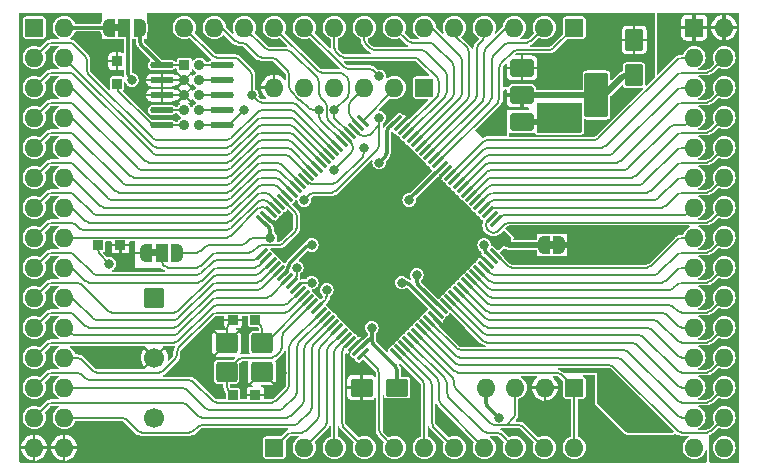
<source format=gbr>
%TF.GenerationSoftware,KiCad,Pcbnew,7.0.5*%
%TF.CreationDate,2023-08-21T09:28:54+09:00*%
%TF.ProjectId,STM32G4 MAZE,53544d33-3247-4342-904d-415a452e6b69,rev?*%
%TF.SameCoordinates,Original*%
%TF.FileFunction,Copper,L1,Top*%
%TF.FilePolarity,Positive*%
%FSLAX46Y46*%
G04 Gerber Fmt 4.6, Leading zero omitted, Abs format (unit mm)*
G04 Created by KiCad (PCBNEW 7.0.5) date 2023-08-21 09:28:54*
%MOMM*%
%LPD*%
G01*
G04 APERTURE LIST*
G04 Aperture macros list*
%AMRoundRect*
0 Rectangle with rounded corners*
0 $1 Rounding radius*
0 $2 $3 $4 $5 $6 $7 $8 $9 X,Y pos of 4 corners*
0 Add a 4 corners polygon primitive as box body*
4,1,4,$2,$3,$4,$5,$6,$7,$8,$9,$2,$3,0*
0 Add four circle primitives for the rounded corners*
1,1,$1+$1,$2,$3*
1,1,$1+$1,$4,$5*
1,1,$1+$1,$6,$7*
1,1,$1+$1,$8,$9*
0 Add four rect primitives between the rounded corners*
20,1,$1+$1,$2,$3,$4,$5,0*
20,1,$1+$1,$4,$5,$6,$7,0*
20,1,$1+$1,$6,$7,$8,$9,0*
20,1,$1+$1,$8,$9,$2,$3,0*%
%AMFreePoly0*
4,1,19,0.500000,-0.750000,0.000000,-0.750000,0.000000,-0.744911,-0.071157,-0.744911,-0.207708,-0.704816,-0.327430,-0.627875,-0.420627,-0.520320,-0.479746,-0.390866,-0.500000,-0.250000,-0.500000,0.250000,-0.479746,0.390866,-0.420627,0.520320,-0.327430,0.627875,-0.207708,0.704816,-0.071157,0.744911,0.000000,0.744911,0.000000,0.750000,0.500000,0.750000,0.500000,-0.750000,0.500000,-0.750000,
$1*%
%AMFreePoly1*
4,1,19,0.000000,0.744911,0.071157,0.744911,0.207708,0.704816,0.327430,0.627875,0.420627,0.520320,0.479746,0.390866,0.500000,0.250000,0.500000,-0.250000,0.479746,-0.390866,0.420627,-0.520320,0.327430,-0.627875,0.207708,-0.704816,0.071157,-0.744911,0.000000,-0.744911,0.000000,-0.750000,-0.500000,-0.750000,-0.500000,0.750000,0.000000,0.750000,0.000000,0.744911,0.000000,0.744911,
$1*%
%AMFreePoly2*
4,1,19,0.550000,-0.750000,0.000000,-0.750000,0.000000,-0.744911,-0.071157,-0.744911,-0.207708,-0.704816,-0.327430,-0.627875,-0.420627,-0.520320,-0.479746,-0.390866,-0.500000,-0.250000,-0.500000,0.250000,-0.479746,0.390866,-0.420627,0.520320,-0.327430,0.627875,-0.207708,0.704816,-0.071157,0.744911,0.000000,0.744911,0.000000,0.750000,0.550000,0.750000,0.550000,-0.750000,0.550000,-0.750000,
$1*%
%AMFreePoly3*
4,1,19,0.000000,0.744911,0.071157,0.744911,0.207708,0.704816,0.327430,0.627875,0.420627,0.520320,0.479746,0.390866,0.500000,0.250000,0.500000,-0.250000,0.479746,-0.390866,0.420627,-0.520320,0.327430,-0.627875,0.207708,-0.704816,0.071157,-0.744911,0.000000,-0.744911,0.000000,-0.750000,-0.550000,-0.750000,-0.550000,0.750000,0.000000,0.750000,0.000000,0.744911,0.000000,0.744911,
$1*%
G04 Aperture macros list end*
%TA.AperFunction,ComponentPad*%
%ADD10RoundRect,0.200000X-0.600000X0.600000X-0.600000X-0.600000X0.600000X-0.600000X0.600000X0.600000X0*%
%TD*%
%TA.AperFunction,ComponentPad*%
%ADD11O,1.600000X1.600000*%
%TD*%
%TA.AperFunction,SMDPad,CuDef*%
%ADD12RoundRect,0.200000X0.800000X0.050000X-0.800000X0.050000X-0.800000X-0.050000X0.800000X-0.050000X0*%
%TD*%
%TA.AperFunction,ComponentPad*%
%ADD13RoundRect,0.045000X-0.405000X-0.405000X0.405000X-0.405000X0.405000X0.405000X-0.405000X0.405000X0*%
%TD*%
%TA.AperFunction,ComponentPad*%
%ADD14C,0.900000*%
%TD*%
%TA.AperFunction,SMDPad,CuDef*%
%ADD15RoundRect,0.200000X-0.800000X-0.050000X0.800000X-0.050000X0.800000X0.050000X-0.800000X0.050000X0*%
%TD*%
%TA.AperFunction,SMDPad,CuDef*%
%ADD16RoundRect,0.200000X-0.800000X-0.550000X0.800000X-0.550000X0.800000X0.550000X-0.800000X0.550000X0*%
%TD*%
%TA.AperFunction,SMDPad,CuDef*%
%ADD17RoundRect,0.200000X-0.800000X-1.700000X0.800000X-1.700000X0.800000X1.700000X-0.800000X1.700000X0*%
%TD*%
%TA.AperFunction,SMDPad,CuDef*%
%ADD18FreePoly0,180.000000*%
%TD*%
%TA.AperFunction,SMDPad,CuDef*%
%ADD19FreePoly1,180.000000*%
%TD*%
%TA.AperFunction,SMDPad,CuDef*%
%ADD20FreePoly2,0.000000*%
%TD*%
%TA.AperFunction,SMDPad,CuDef*%
%ADD21R,1.000000X1.500000*%
%TD*%
%TA.AperFunction,SMDPad,CuDef*%
%ADD22FreePoly3,0.000000*%
%TD*%
%TA.AperFunction,SMDPad,CuDef*%
%ADD23RoundRect,0.200000X-0.700000X0.650000X-0.700000X-0.650000X0.700000X-0.650000X0.700000X0.650000X0*%
%TD*%
%TA.AperFunction,SMDPad,CuDef*%
%ADD24RoundRect,0.050000X0.400000X0.350000X-0.400000X0.350000X-0.400000X-0.350000X0.400000X-0.350000X0*%
%TD*%
%TA.AperFunction,SMDPad,CuDef*%
%ADD25RoundRect,0.050000X-0.400000X-0.350000X0.400000X-0.350000X0.400000X0.350000X-0.400000X0.350000X0*%
%TD*%
%TA.AperFunction,SMDPad,CuDef*%
%ADD26RoundRect,0.050000X-0.318198X-0.459619X0.459619X0.318198X0.318198X0.459619X-0.459619X-0.318198X0*%
%TD*%
%TA.AperFunction,SMDPad,CuDef*%
%ADD27RoundRect,0.050000X-0.459619X0.318198X0.318198X-0.459619X0.459619X-0.318198X-0.318198X0.459619X0*%
%TD*%
%TA.AperFunction,SMDPad,CuDef*%
%ADD28RoundRect,0.093750X0.806250X0.656250X-0.806250X0.656250X-0.806250X-0.656250X0.806250X-0.656250X0*%
%TD*%
%TA.AperFunction,ComponentPad*%
%ADD29RoundRect,0.200000X-0.600000X-0.600000X0.600000X-0.600000X0.600000X0.600000X-0.600000X0.600000X0*%
%TD*%
%TA.AperFunction,SMDPad,CuDef*%
%ADD30RoundRect,0.093750X0.656250X-0.806250X0.656250X0.806250X-0.656250X0.806250X-0.656250X-0.806250X0*%
%TD*%
%TA.AperFunction,ComponentPad*%
%ADD31RoundRect,0.200000X0.600000X0.600000X-0.600000X0.600000X-0.600000X-0.600000X0.600000X-0.600000X0*%
%TD*%
%TA.AperFunction,ComponentPad*%
%ADD32RoundRect,0.200000X0.600000X-0.600000X0.600000X0.600000X-0.600000X0.600000X-0.600000X-0.600000X0*%
%TD*%
%TA.AperFunction,ComponentPad*%
%ADD33C,1.700000*%
%TD*%
%TA.AperFunction,ComponentPad*%
%ADD34RoundRect,0.200000X-0.650000X0.650000X-0.650000X-0.650000X0.650000X-0.650000X0.650000X0.650000X0*%
%TD*%
%TA.AperFunction,SMDPad,CuDef*%
%ADD35RoundRect,0.050000X-0.350000X0.400000X-0.350000X-0.400000X0.350000X-0.400000X0.350000X0.400000X0*%
%TD*%
%TA.AperFunction,ViaPad*%
%ADD36C,0.800000*%
%TD*%
%TA.AperFunction,Conductor*%
%ADD37C,0.200000*%
%TD*%
%TA.AperFunction,Conductor*%
%ADD38C,0.500000*%
%TD*%
%TA.AperFunction,Conductor*%
%ADD39C,0.300000*%
%TD*%
G04 APERTURE END LIST*
%TA.AperFunction,EtchedComponent*%
%TO.C,JP1*%
G36*
X114855000Y-100935000D02*
G01*
X114355000Y-100935000D01*
X114355000Y-100335000D01*
X114855000Y-100335000D01*
X114855000Y-100935000D01*
G37*
%TD.AperFunction*%
%TA.AperFunction,EtchedComponent*%
%TO.C,JP2*%
G36*
X81185000Y-101570000D02*
G01*
X80685000Y-101570000D01*
X80685000Y-100970000D01*
X81185000Y-100970000D01*
X81185000Y-101570000D01*
G37*
%TD.AperFunction*%
%TA.AperFunction,EtchedComponent*%
%TO.C,JP3*%
G36*
X78010000Y-82520000D02*
G01*
X77510000Y-82520000D01*
X77510000Y-81920000D01*
X78010000Y-81920000D01*
X78010000Y-82520000D01*
G37*
%TD.AperFunction*%
%TD*%
D10*
%TO.P,J7,1,Pin_1*%
%TO.N,+3.3V*%
X103810000Y-87300000D03*
D11*
%TO.P,J7,2,Pin_2*%
%TO.N,SWDIO*%
X101270000Y-87300000D03*
%TO.P,J7,3,Pin_3*%
%TO.N,SWCLK*%
X98730000Y-87300000D03*
%TO.P,J7,4,Pin_4*%
%TO.N,SWO*%
X96190000Y-87300000D03*
%TO.P,J7,5,Pin_5*%
%TO.N,mcu_reset*%
X93650000Y-87300000D03*
%TO.P,J7,6,Pin_6*%
%TO.N,GND*%
X91110000Y-87300000D03*
%TD*%
D12*
%TO.P,J5,1,Pin_1*%
%TO.N,+3.3V*%
X81585000Y-85395000D03*
D13*
X83490000Y-85395000D03*
D14*
%TO.P,J5,2,Pin_2*%
%TO.N,SWDIO*%
X84760000Y-85395000D03*
D15*
X86665000Y-85395000D03*
D12*
%TO.P,J5,3,Pin_3*%
%TO.N,GND*%
X81585000Y-86665000D03*
D14*
X83490000Y-86665000D03*
%TO.P,J5,4,Pin_4*%
%TO.N,SWCLK*%
X84760000Y-86665000D03*
D15*
X86665000Y-86665000D03*
D12*
%TO.P,J5,5,Pin_5*%
%TO.N,GND*%
X81585000Y-87935000D03*
D14*
X83490000Y-87935000D03*
%TO.P,J5,6,Pin_6*%
%TO.N,SWO*%
X84760000Y-87935000D03*
D15*
X86665000Y-87935000D03*
D12*
%TO.P,J5,7,Pin_7*%
%TO.N,unconnected-(J5-Pin_7-Pad7)*%
X81585000Y-89205000D03*
D14*
X83490000Y-89205000D03*
%TO.P,J5,8,Pin_8*%
%TO.N,unconnected-(J5-Pin_8-Pad8)*%
X84760000Y-89205000D03*
D15*
X86665000Y-89205000D03*
D12*
%TO.P,J5,9,Pin_9*%
%TO.N,Net-(J5-Pin_9)*%
X81585000Y-90475000D03*
D14*
X83490000Y-90475000D03*
%TO.P,J5,10,Pin_10*%
%TO.N,mcu_reset*%
X84760000Y-90475000D03*
D15*
X86665000Y-90475000D03*
%TD*%
D16*
%TO.P,U2,1,GND*%
%TO.N,GND*%
X112090000Y-85635000D03*
%TO.P,U2,2,OUT*%
%TO.N,+3.3V*%
X112090000Y-87935000D03*
D17*
X118390000Y-87935000D03*
D16*
%TO.P,U2,3,IN*%
%TO.N,VDD*%
X112090000Y-90235000D03*
%TD*%
D18*
%TO.P,JP1,1,A*%
%TO.N,GNDA*%
X115255000Y-100635000D03*
D19*
%TO.P,JP1,2,B*%
%TO.N,GND*%
X113955000Y-100635000D03*
%TD*%
D20*
%TO.P,JP2,1,A*%
%TO.N,GND*%
X80285000Y-101270000D03*
D21*
%TO.P,JP2,2,C*%
%TO.N,Net-(JP2-C)*%
X81585000Y-101270000D03*
D22*
%TO.P,JP2,3,B*%
%TO.N,+3.3V*%
X82885000Y-101270000D03*
%TD*%
%TO.P,JP3,3,B*%
%TO.N,+3.3V*%
X79710000Y-82220000D03*
D21*
%TO.P,JP3,2,C*%
%TO.N,Net-(J6-Pin_4)*%
X78410000Y-82220000D03*
D20*
%TO.P,JP3,1,A*%
%TO.N,VDD*%
X77110000Y-82220000D03*
%TD*%
D23*
%TO.P,Y1,4,4*%
%TO.N,GND*%
X90070000Y-111360000D03*
%TO.P,Y1,3,3*%
%TO.N,Net-(U1C-PF1-OSC_OUT)*%
X87070000Y-111360000D03*
%TO.P,Y1,2,2*%
%TO.N,GND*%
X87070000Y-108960000D03*
%TO.P,Y1,1,1*%
%TO.N,Net-(U1C-PF0-OSC_IN)*%
X90070000Y-108960000D03*
%TD*%
D24*
%TO.P,C12,2*%
%TO.N,Net-(U1C-PF1-OSC_OUT)*%
X87620000Y-113335000D03*
%TO.P,C12,1*%
%TO.N,GND*%
X89520000Y-113335000D03*
%TD*%
D25*
%TO.P,C17,1*%
%TO.N,mcu_reset*%
X76190000Y-100635000D03*
%TO.P,C17,2*%
%TO.N,GND*%
X78090000Y-100635000D03*
%TD*%
%TO.P,C11,1*%
%TO.N,GND*%
X87620000Y-106985000D03*
%TO.P,C11,2*%
%TO.N,Net-(U1C-PF0-OSC_IN)*%
X89520000Y-106985000D03*
%TD*%
D26*
%TO.P,U1,1,PE2*%
%TO.N,PE2*%
X90100505Y-101414214D03*
%TO.P,U1,2,PE3*%
%TO.N,PE3*%
X90454058Y-101767767D03*
%TO.P,U1,3,PE4*%
%TO.N,PE4*%
X90807612Y-102121320D03*
%TO.P,U1,4,PE5*%
%TO.N,PE5*%
X91161165Y-102474874D03*
%TO.P,U1,5,PE6*%
%TO.N,PE6*%
X91514719Y-102828427D03*
%TO.P,U1,6,VBAT*%
%TO.N,+3.3V*%
X91868272Y-103181981D03*
%TO.P,U1,7,PC13*%
%TO.N,PC13*%
X92221825Y-103535534D03*
%TO.P,U1,8,PC14-OSC32_IN*%
%TO.N,Net-(U1C-PC14-OSC32_IN)*%
X92575379Y-103889087D03*
%TO.P,U1,9,PC15-OSC32_OUT*%
%TO.N,Net-(U1C-PC15-OSC32_OUT)*%
X92928932Y-104242641D03*
%TO.P,U1,10,PF9*%
%TO.N,PF9*%
X93282486Y-104596194D03*
%TO.P,U1,11,PF10*%
%TO.N,PF10*%
X93636039Y-104949747D03*
%TO.P,U1,12,PF0-OSC_IN*%
%TO.N,Net-(U1C-PF0-OSC_IN)*%
X93989592Y-105303301D03*
%TO.P,U1,13,PF1-OSC_OUT*%
%TO.N,Net-(U1C-PF1-OSC_OUT)*%
X94343146Y-105656854D03*
%TO.P,U1,14,PG10-NRST*%
%TO.N,mcu_reset*%
X94696699Y-106010408D03*
%TO.P,U1,15,PC0*%
%TO.N,PC0*%
X95050253Y-106363961D03*
%TO.P,U1,16,PC1*%
%TO.N,PC1*%
X95403806Y-106717514D03*
%TO.P,U1,17,PC2*%
%TO.N,PC2*%
X95757359Y-107071068D03*
%TO.P,U1,18,PC3*%
%TO.N,PC3*%
X96110913Y-107424621D03*
%TO.P,U1,19,PF2*%
%TO.N,PF2*%
X96464466Y-107778175D03*
%TO.P,U1,20,PA0*%
%TO.N,PA0*%
X96818019Y-108131728D03*
%TO.P,U1,21,PA1*%
%TO.N,PA1*%
X97171573Y-108485281D03*
%TO.P,U1,22,PA2*%
%TO.N,PA2*%
X97525126Y-108838835D03*
%TO.P,U1,23,VSS*%
%TO.N,GND*%
X97878680Y-109192388D03*
%TO.P,U1,24,VDD*%
%TO.N,+3.3V*%
X98232233Y-109545942D03*
%TO.P,U1,25,PA3*%
%TO.N,PA3*%
X98585786Y-109899495D03*
D27*
%TO.P,U1,26,PA4*%
%TO.N,PA4*%
X101414214Y-109899495D03*
%TO.P,U1,27,PA5*%
%TO.N,PA5*%
X101767767Y-109545942D03*
%TO.P,U1,28,PA6*%
%TO.N,PA6*%
X102121320Y-109192388D03*
%TO.P,U1,29,PA7*%
%TO.N,PA7*%
X102474874Y-108838835D03*
%TO.P,U1,30,PC4*%
%TO.N,USART1_TX*%
X102828427Y-108485281D03*
%TO.P,U1,31,PC5*%
%TO.N,USART1_RX*%
X103181981Y-108131728D03*
%TO.P,U1,32,PB0*%
%TO.N,PB0*%
X103535534Y-107778175D03*
%TO.P,U1,33,PB1*%
%TO.N,PB1*%
X103889087Y-107424621D03*
%TO.P,U1,34,PB2*%
%TO.N,PB2*%
X104242641Y-107071068D03*
%TO.P,U1,35,VSSA*%
%TO.N,GNDA*%
X104596194Y-106717514D03*
%TO.P,U1,36,VREF+*%
%TO.N,+3.3VA*%
X104949747Y-106363961D03*
%TO.P,U1,37,VDDA*%
X105303301Y-106010408D03*
%TO.P,U1,38,PE7*%
%TO.N,PE7*%
X105656854Y-105656854D03*
%TO.P,U1,39,PE8*%
%TO.N,PE8*%
X106010408Y-105303301D03*
%TO.P,U1,40,PE9*%
%TO.N,PE9*%
X106363961Y-104949747D03*
%TO.P,U1,41,PE10*%
%TO.N,PE10*%
X106717514Y-104596194D03*
%TO.P,U1,42,PE11*%
%TO.N,PE11*%
X107071068Y-104242641D03*
%TO.P,U1,43,PE12*%
%TO.N,PE12*%
X107424621Y-103889087D03*
%TO.P,U1,44,PE13*%
%TO.N,PE13*%
X107778175Y-103535534D03*
%TO.P,U1,45,PE14*%
%TO.N,PE14*%
X108131728Y-103181981D03*
%TO.P,U1,46,PE15*%
%TO.N,PE15*%
X108485281Y-102828427D03*
%TO.P,U1,47,PB10*%
%TO.N,PB10*%
X108838835Y-102474874D03*
%TO.P,U1,48,VSS*%
%TO.N,GND*%
X109192388Y-102121320D03*
%TO.P,U1,49,VDD*%
%TO.N,+3.3V*%
X109545942Y-101767767D03*
%TO.P,U1,50,PB11*%
%TO.N,PB11*%
X109899495Y-101414214D03*
D26*
%TO.P,U1,51,PB12*%
%TO.N,PB12*%
X109899495Y-98585786D03*
%TO.P,U1,52,PB13*%
%TO.N,PB13*%
X109545942Y-98232233D03*
%TO.P,U1,53,PB14*%
%TO.N,PB14*%
X109192388Y-97878680D03*
%TO.P,U1,54,PB15*%
%TO.N,PB15*%
X108838835Y-97525126D03*
%TO.P,U1,55,PD8*%
%TO.N,PD8*%
X108485281Y-97171573D03*
%TO.P,U1,56,PD9*%
%TO.N,PD9*%
X108131728Y-96818019D03*
%TO.P,U1,57,PD10*%
%TO.N,PD10*%
X107778175Y-96464466D03*
%TO.P,U1,58,PD11*%
%TO.N,PD11*%
X107424621Y-96110913D03*
%TO.P,U1,59,PD12*%
%TO.N,PD12*%
X107071068Y-95757359D03*
%TO.P,U1,60,PD13*%
%TO.N,PD13*%
X106717514Y-95403806D03*
%TO.P,U1,61,PD14*%
%TO.N,PD14*%
X106363961Y-95050253D03*
%TO.P,U1,62,PD15*%
%TO.N,PD15*%
X106010408Y-94696699D03*
%TO.P,U1,63,VSS*%
%TO.N,GND*%
X105656854Y-94343146D03*
%TO.P,U1,64,VDD*%
%TO.N,+3.3V*%
X105303301Y-93989592D03*
%TO.P,U1,65,PC6*%
%TO.N,PC6*%
X104949747Y-93636039D03*
%TO.P,U1,66,PC7*%
%TO.N,PC7*%
X104596194Y-93282486D03*
%TO.P,U1,67,PC8*%
%TO.N,PC8*%
X104242641Y-92928932D03*
%TO.P,U1,68,PC9*%
%TO.N,PC9*%
X103889087Y-92575379D03*
%TO.P,U1,69,PA8*%
%TO.N,PA8*%
X103535534Y-92221825D03*
%TO.P,U1,70,PA9*%
%TO.N,PA9*%
X103181981Y-91868272D03*
%TO.P,U1,71,PA10*%
%TO.N,PA10*%
X102828427Y-91514719D03*
%TO.P,U1,72,PA11*%
%TO.N,PA11*%
X102474874Y-91161165D03*
%TO.P,U1,73,PA12*%
%TO.N,PA12*%
X102121320Y-90807612D03*
%TO.P,U1,74,VSS*%
%TO.N,GND*%
X101767767Y-90454058D03*
%TO.P,U1,75,VDD*%
%TO.N,+3.3V*%
X101414214Y-90100505D03*
D27*
%TO.P,U1,76,PA13*%
%TO.N,SWDIO*%
X98585786Y-90100505D03*
%TO.P,U1,77,PA14*%
%TO.N,SWCLK*%
X98232233Y-90454058D03*
%TO.P,U1,78,PA15*%
%TO.N,SPI3_NSS*%
X97878680Y-90807612D03*
%TO.P,U1,79,PC10*%
%TO.N,SPI3_SCK*%
X97525126Y-91161165D03*
%TO.P,U1,80,PC11*%
%TO.N,SPI3_MISO*%
X97171573Y-91514719D03*
%TO.P,U1,81,PC12*%
%TO.N,SPI3_MOSI*%
X96818019Y-91868272D03*
%TO.P,U1,82,PD0*%
%TO.N,PD0*%
X96464466Y-92221825D03*
%TO.P,U1,83,PD1*%
%TO.N,PD1*%
X96110913Y-92575379D03*
%TO.P,U1,84,PD2*%
%TO.N,PD2*%
X95757359Y-92928932D03*
%TO.P,U1,85,PD3*%
%TO.N,PD3*%
X95403806Y-93282486D03*
%TO.P,U1,86,PD4*%
%TO.N,PD4*%
X95050253Y-93636039D03*
%TO.P,U1,87,PD5*%
%TO.N,PD5*%
X94696699Y-93989592D03*
%TO.P,U1,88,PD6*%
%TO.N,PD6*%
X94343146Y-94343146D03*
%TO.P,U1,89,PD7*%
%TO.N,PD7*%
X93989592Y-94696699D03*
%TO.P,U1,90,PB3*%
%TO.N,SWO*%
X93636039Y-95050253D03*
%TO.P,U1,91,PB4*%
%TO.N,PB4*%
X93282486Y-95403806D03*
%TO.P,U1,92,PB5*%
%TO.N,PB5*%
X92928932Y-95757359D03*
%TO.P,U1,93,PB6*%
%TO.N,PB6*%
X92575379Y-96110913D03*
%TO.P,U1,94,PB7*%
%TO.N,PB7*%
X92221825Y-96464466D03*
%TO.P,U1,95,PB8-BOOT0*%
%TO.N,Net-(JP2-C)*%
X91868272Y-96818019D03*
%TO.P,U1,96,PB9*%
%TO.N,PB9*%
X91514719Y-97171573D03*
%TO.P,U1,97,PE0*%
%TO.N,PE0*%
X91161165Y-97525126D03*
%TO.P,U1,98,PE1*%
%TO.N,PE1*%
X90807612Y-97878680D03*
%TO.P,U1,99,VSS*%
%TO.N,GND*%
X90454058Y-98232233D03*
%TO.P,U1,100,VDD*%
%TO.N,+3.3V*%
X90100505Y-98585786D03*
%TD*%
D28*
%TO.P,C1,1*%
%TO.N,+3.3V*%
X101500000Y-112700000D03*
%TO.P,C1,2*%
%TO.N,GND*%
X98500000Y-112700000D03*
%TD*%
D29*
%TO.P,J3,1,Pin_1*%
%TO.N,VDD*%
X70790000Y-82220000D03*
D11*
%TO.P,J3,2,Pin_2*%
X73330000Y-82220000D03*
%TO.P,J3,3,Pin_3*%
%TO.N,PD1*%
X70790000Y-84760000D03*
%TO.P,J3,4,Pin_4*%
%TO.N,PD2*%
X73330000Y-84760000D03*
%TO.P,J3,5,Pin_5*%
%TO.N,PD3*%
X70790000Y-87300000D03*
%TO.P,J3,6,Pin_6*%
%TO.N,PD4*%
X73330000Y-87300000D03*
%TO.P,J3,7,Pin_7*%
%TO.N,PD5*%
X70790000Y-89840000D03*
%TO.P,J3,8,Pin_8*%
%TO.N,PD6*%
X73330000Y-89840000D03*
%TO.P,J3,9,Pin_9*%
%TO.N,PD7*%
X70790000Y-92380000D03*
%TO.P,J3,10,Pin_10*%
%TO.N,PB4*%
X73330000Y-92380000D03*
%TO.P,J3,11,Pin_11*%
%TO.N,PB5*%
X70790000Y-94920000D03*
%TO.P,J3,12,Pin_12*%
%TO.N,PB6*%
X73330000Y-94920000D03*
%TO.P,J3,13,Pin_13*%
%TO.N,PB7*%
X70790000Y-97460000D03*
%TO.P,J3,14,Pin_14*%
%TO.N,PB9*%
X73330000Y-97460000D03*
%TO.P,J3,15,Pin_15*%
%TO.N,PE0*%
X70790000Y-100000000D03*
%TO.P,J3,16,Pin_16*%
%TO.N,PE1*%
X73330000Y-100000000D03*
%TO.P,J3,17,Pin_17*%
%TO.N,PE2*%
X70790000Y-102540000D03*
%TO.P,J3,18,Pin_18*%
%TO.N,PE3*%
X73330000Y-102540000D03*
%TO.P,J3,19,Pin_19*%
%TO.N,PE4*%
X70790000Y-105080000D03*
%TO.P,J3,20,Pin_20*%
%TO.N,PE5*%
X73330000Y-105080000D03*
%TO.P,J3,21,Pin_21*%
%TO.N,PE6*%
X70790000Y-107620000D03*
%TO.P,J3,22,Pin_22*%
%TO.N,PC13*%
X73330000Y-107620000D03*
%TO.P,J3,23,Pin_23*%
%TO.N,PF9*%
X70790000Y-110160000D03*
%TO.P,J3,24,Pin_24*%
%TO.N,PF10*%
X73330000Y-110160000D03*
%TO.P,J3,25,Pin_25*%
%TO.N,PC0*%
X70790000Y-112700000D03*
%TO.P,J3,26,Pin_26*%
%TO.N,PC1*%
X73330000Y-112700000D03*
%TO.P,J3,27,Pin_27*%
%TO.N,PC2*%
X70790000Y-115240000D03*
%TO.P,J3,28,Pin_28*%
%TO.N,PC3*%
X73330000Y-115240000D03*
%TO.P,J3,29,Pin_29*%
%TO.N,GND*%
X70790000Y-117780000D03*
%TO.P,J3,30,Pin_30*%
X73330000Y-117780000D03*
%TD*%
D10*
%TO.P,J1,1,Pin_1*%
%TO.N,PC6*%
X116510000Y-82220000D03*
D11*
%TO.P,J1,2,Pin_2*%
%TO.N,PC7*%
X113970000Y-82220000D03*
%TO.P,J1,3,Pin_3*%
%TO.N,PC8*%
X111430000Y-82220000D03*
%TO.P,J1,4,Pin_4*%
%TO.N,PC9*%
X108890000Y-82220000D03*
%TO.P,J1,5,Pin_5*%
%TO.N,PA8*%
X106350000Y-82220000D03*
%TO.P,J1,6,Pin_6*%
%TO.N,PA9*%
X103810000Y-82220000D03*
%TO.P,J1,7,Pin_7*%
%TO.N,PA10*%
X101270000Y-82220000D03*
%TO.P,J1,8,Pin_8*%
%TO.N,PA11*%
X98730000Y-82220000D03*
%TO.P,J1,9,Pin_9*%
%TO.N,PA12*%
X96190000Y-82220000D03*
%TO.P,J1,10,Pin_10*%
%TO.N,SPI3_NSS*%
X93650000Y-82220000D03*
%TO.P,J1,11,Pin_11*%
%TO.N,SPI3_SCK*%
X91110000Y-82220000D03*
%TO.P,J1,12,Pin_12*%
%TO.N,SPI3_MISO*%
X88570000Y-82220000D03*
%TO.P,J1,13,Pin_13*%
%TO.N,SPI3_MOSI*%
X86030000Y-82220000D03*
%TO.P,J1,14,Pin_14*%
%TO.N,PD0*%
X83490000Y-82220000D03*
%TD*%
D30*
%TO.P,C16,2*%
%TO.N,GND*%
X121590000Y-83260000D03*
%TO.P,C16,1*%
%TO.N,+3.3V*%
X121590000Y-86260000D03*
%TD*%
D31*
%TO.P,J6,1,Pin_1*%
%TO.N,USART1_RX*%
X116510000Y-112700000D03*
D11*
%TO.P,J6,2,Pin_2*%
%TO.N,GND*%
X114010000Y-112700000D03*
%TO.P,J6,3,Pin_3*%
%TO.N,USART1_TX*%
X111510000Y-112700000D03*
%TO.P,J6,4,Pin_4*%
%TO.N,Net-(J6-Pin_4)*%
X109010000Y-112700000D03*
%TD*%
%TO.P,J4,11,Pin_11*%
%TO.N,USART1_RX*%
X116510000Y-117780000D03*
%TO.P,J4,10,Pin_10*%
%TO.N,USART1_TX*%
X113970000Y-117780000D03*
%TO.P,J4,9,Pin_9*%
%TO.N,PA7*%
X111430000Y-117780000D03*
%TO.P,J4,8,Pin_8*%
%TO.N,PA6*%
X108890000Y-117780000D03*
%TO.P,J4,7,Pin_7*%
%TO.N,PA5*%
X106350000Y-117780000D03*
%TO.P,J4,6,Pin_6*%
%TO.N,PA4*%
X103810000Y-117780000D03*
%TO.P,J4,5,Pin_5*%
%TO.N,PA3*%
X101270000Y-117780000D03*
%TO.P,J4,4,Pin_4*%
%TO.N,PA2*%
X98730000Y-117780000D03*
%TO.P,J4,3,Pin_3*%
%TO.N,PA1*%
X96190000Y-117780000D03*
%TO.P,J4,2,Pin_2*%
%TO.N,PA0*%
X93650000Y-117780000D03*
D32*
%TO.P,J4,1,Pin_1*%
%TO.N,PF2*%
X91110000Y-117780000D03*
%TD*%
D33*
%TO.P,SW1,3,C*%
%TO.N,GND*%
X80950000Y-110160000D03*
D34*
%TO.P,SW1,2,B*%
%TO.N,mcu_reset*%
X80950000Y-105080000D03*
D33*
%TO.P,SW1,1,A*%
%TO.N,unconnected-(SW1-A-Pad1)*%
X80950000Y-115240000D03*
%TD*%
D35*
%TO.P,R1,2*%
%TO.N,Net-(J5-Pin_9)*%
X77775000Y-86980000D03*
%TO.P,R1,1*%
%TO.N,GND*%
X77775000Y-85080000D03*
%TD*%
D29*
%TO.P,J2,1,Pin_1*%
%TO.N,GNDA*%
X126670000Y-82220000D03*
D11*
%TO.P,J2,2,Pin_2*%
X129210000Y-82220000D03*
%TO.P,J2,3,Pin_3*%
%TO.N,PD15*%
X126670000Y-84760000D03*
%TO.P,J2,4,Pin_4*%
%TO.N,PD14*%
X129210000Y-84760000D03*
%TO.P,J2,5,Pin_5*%
%TO.N,PD13*%
X126670000Y-87300000D03*
%TO.P,J2,6,Pin_6*%
%TO.N,PD12*%
X129210000Y-87300000D03*
%TO.P,J2,7,Pin_7*%
%TO.N,PD11*%
X126670000Y-89840000D03*
%TO.P,J2,8,Pin_8*%
%TO.N,PD10*%
X129210000Y-89840000D03*
%TO.P,J2,9,Pin_9*%
%TO.N,PD9*%
X126670000Y-92380000D03*
%TO.P,J2,10,Pin_10*%
%TO.N,PD8*%
X129210000Y-92380000D03*
%TO.P,J2,11,Pin_11*%
%TO.N,PB15*%
X126670000Y-94920000D03*
%TO.P,J2,12,Pin_12*%
%TO.N,PB14*%
X129210000Y-94920000D03*
%TO.P,J2,13,Pin_13*%
%TO.N,PB12*%
X126670000Y-97460000D03*
%TO.P,J2,14,Pin_14*%
%TO.N,PB13*%
X129210000Y-97460000D03*
%TO.P,J2,15,Pin_15*%
%TO.N,PB11*%
X126670000Y-100000000D03*
%TO.P,J2,16,Pin_16*%
%TO.N,PB10*%
X129210000Y-100000000D03*
%TO.P,J2,17,Pin_17*%
%TO.N,PE15*%
X126670000Y-102540000D03*
%TO.P,J2,18,Pin_18*%
%TO.N,PE14*%
X129210000Y-102540000D03*
%TO.P,J2,19,Pin_19*%
%TO.N,PE13*%
X126670000Y-105080000D03*
%TO.P,J2,20,Pin_20*%
%TO.N,PE12*%
X129210000Y-105080000D03*
%TO.P,J2,21,Pin_21*%
%TO.N,PE11*%
X126670000Y-107620000D03*
%TO.P,J2,22,Pin_22*%
%TO.N,PE10*%
X129210000Y-107620000D03*
%TO.P,J2,23,Pin_23*%
%TO.N,PE9*%
X126670000Y-110160000D03*
%TO.P,J2,24,Pin_24*%
%TO.N,PE8*%
X129210000Y-110160000D03*
%TO.P,J2,25,Pin_25*%
%TO.N,PE7*%
X126670000Y-112700000D03*
%TO.P,J2,26,Pin_26*%
%TO.N,PB2*%
X129210000Y-112700000D03*
%TO.P,J2,27,Pin_27*%
%TO.N,PB1*%
X126670000Y-115240000D03*
%TO.P,J2,28,Pin_28*%
%TO.N,PB0*%
X129210000Y-115240000D03*
%TO.P,J2,29,Pin_29*%
%TO.N,+3.3V*%
X126670000Y-117780000D03*
%TO.P,J2,30,Pin_30*%
%TO.N,+3.3VA*%
X129210000Y-117780000D03*
%TD*%
D36*
%TO.N,GND*%
X87617500Y-118097500D03*
X83807500Y-118097500D03*
X85077500Y-118097500D03*
X86347500Y-118097500D03*
X76822500Y-116192500D03*
X75552500Y-116192500D03*
X82537500Y-84442500D03*
X99682500Y-95872500D03*
X102857500Y-85712500D03*
X76505000Y-84442500D03*
X76505000Y-85712500D03*
X79680000Y-87935000D03*
%TO.N,Net-(J6-Pin_4)*%
X79045000Y-86665000D03*
%TO.N,GND*%
X119050000Y-82855000D03*
X115240000Y-114922500D03*
X113970000Y-114922500D03*
X112700000Y-114922500D03*
X97777500Y-114287500D03*
X99047500Y-114287500D03*
X118097500Y-90792500D03*
X120002500Y-88887500D03*
X118415000Y-117780000D03*
X101270000Y-89205000D03*
X102540000Y-89205000D03*
%TO.N,mcu_reset*%
X95555000Y-104445000D03*
%TO.N,Net-(J6-Pin_4)*%
X110160000Y-115240000D03*
%TO.N,GND*%
X121590000Y-81585000D03*
X120320000Y-81585000D03*
X119050000Y-81585000D03*
X119050000Y-84125000D03*
X117780000Y-84125000D03*
X116510000Y-84125000D03*
X116510000Y-85395000D03*
X115240000Y-85395000D03*
X113970000Y-85395000D03*
X113970000Y-86665000D03*
X115240000Y-86665000D03*
X86347500Y-116827500D03*
X87617500Y-116827500D03*
X76505000Y-110160000D03*
X77775000Y-110160000D03*
X79045000Y-110160000D03*
X83490000Y-110795000D03*
X85395000Y-111430000D03*
X106350000Y-97460000D03*
%TO.N,+3.3V*%
X102540000Y-96825000D03*
X109525000Y-90475000D03*
%TO.N,GND*%
X105080000Y-96190000D03*
%TO.N,+3.3V*%
X108890000Y-100635000D03*
X99365000Y-107620000D03*
%TO.N,GNDA*%
X119685000Y-112700000D03*
X119685000Y-113970000D03*
X120955000Y-113970000D03*
X120955000Y-115240000D03*
X122225000Y-115240000D03*
X122860000Y-101270000D03*
X122860000Y-100000000D03*
X121590000Y-101270000D03*
X121590000Y-100000000D03*
X120320000Y-101270000D03*
X120320000Y-100000000D03*
X119050000Y-101270000D03*
X119050000Y-100000000D03*
X117780000Y-101270000D03*
X117780000Y-100000000D03*
X116510000Y-101270000D03*
X116510000Y-100000000D03*
X106350000Y-107620000D03*
%TO.N,SPI3_NSS*%
X93650000Y-96825000D03*
%TO.N,PD0*%
X89205000Y-87935000D03*
%TO.N,SPI3_MOSI*%
X94920000Y-89205000D03*
%TO.N,SPI3_MISO*%
X96190000Y-94285000D03*
%TO.N,SPI3_SCK*%
X96190000Y-89205000D03*
%TO.N,SWO*%
X98730000Y-92380000D03*
%TO.N,SPI3_NSS*%
X100000000Y-86347500D03*
%TO.N,GND*%
X91745000Y-98730000D03*
%TO.N,SPI3_NSS*%
X100000000Y-89840000D03*
%TO.N,GND*%
X78410000Y-101905000D03*
%TO.N,mcu_reset*%
X88570000Y-89205000D03*
%TO.N,+3.3VA*%
X103175000Y-103175000D03*
X101905000Y-103810000D03*
%TO.N,VDD*%
X115240000Y-89205000D03*
X116510000Y-90475000D03*
X115240000Y-90475000D03*
X113970000Y-90475000D03*
X113970000Y-89205000D03*
%TO.N,+3.3V*%
X94285000Y-100635000D03*
X100000000Y-93650000D03*
X90792500Y-100000000D03*
%TO.N,mcu_reset*%
X77140000Y-102222500D03*
%TO.N,Net-(U1C-PC14-OSC32_IN)*%
X93015000Y-102540000D03*
%TO.N,Net-(U1C-PC15-OSC32_OUT)*%
X94285000Y-103810000D03*
%TO.N,GND*%
X85395000Y-108255000D03*
X91745000Y-111430000D03*
%TD*%
D37*
%TO.N,PB14*%
X125253553Y-96336447D02*
X124276446Y-97313554D01*
X127732893Y-96190000D02*
X125607107Y-96190000D01*
X109611068Y-97460000D02*
X109192388Y-97878680D01*
X123922893Y-97459995D02*
G75*
G03*
X124276446Y-97313554I7J499995D01*
G01*
X129210000Y-94920000D02*
X128086446Y-96043554D01*
X125607107Y-96190005D02*
G75*
G03*
X125253553Y-96336447I-7J-499995D01*
G01*
X127732893Y-96189995D02*
G75*
G03*
X128086446Y-96043554I7J499995D01*
G01*
X123922893Y-97460000D02*
X109611068Y-97460000D01*
%TO.N,PB13*%
X109330246Y-99487646D02*
G75*
G03*
X110037303Y-99487697I353554J353546D01*
G01*
X109163854Y-98614247D02*
G75*
G03*
X109163890Y-99321390I353546J-353553D01*
G01*
X109330196Y-99487696D02*
X109163890Y-99321390D01*
X127732893Y-98730000D02*
X111002107Y-98730000D01*
X129210000Y-97460000D02*
X128086447Y-98583553D01*
X111002107Y-98730005D02*
G75*
G03*
X110648554Y-98876446I-7J-499995D01*
G01*
X127732893Y-98729995D02*
G75*
G03*
X128086447Y-98583553I7J499995D01*
G01*
X110648554Y-98876446D02*
X110037303Y-99487697D01*
X109545942Y-98232233D02*
X109163891Y-98614284D01*
D38*
%TO.N,GND*%
X110478600Y-100317500D02*
X110477500Y-100317500D01*
X110695577Y-100534477D02*
X110478600Y-100317500D01*
X110695598Y-100534448D02*
G75*
G03*
X111002107Y-100635000I312402J434848D01*
G01*
X113955000Y-100635000D02*
X111002107Y-100635000D01*
D37*
%TO.N,SPI3_NSS*%
X98848316Y-91427511D02*
G75*
G03*
X99201869Y-91281054I-16J500011D01*
G01*
X98352134Y-91281040D02*
G75*
G03*
X98705675Y-91427500I353566J353540D01*
G01*
X98352121Y-91281053D02*
X97878680Y-90807612D01*
X98848316Y-91427500D02*
X98705675Y-91427500D01*
X100000000Y-90482923D02*
X99201869Y-91281054D01*
%TO.N,SPI3_MISO*%
X97777533Y-92327753D02*
G75*
G03*
X97631054Y-91974200I-500033J-47D01*
G01*
X97631056Y-92843950D02*
G75*
G03*
X97777500Y-92490393I-353556J353550D01*
G01*
X97777500Y-92327753D02*
X97777500Y-92490393D01*
X97631053Y-92843947D02*
X96190000Y-94285000D01*
X97171573Y-91514719D02*
X97631054Y-91974200D01*
%TO.N,PE0*%
X90047107Y-96825005D02*
G75*
G03*
X89693553Y-96971447I-7J-499995D01*
G01*
X90607469Y-96971462D02*
G75*
G03*
X90253932Y-96825000I-353569J-353538D01*
G01*
X73849092Y-98730000D02*
X72267107Y-98730000D01*
X74544752Y-99218553D02*
X74202645Y-98876446D01*
X71913553Y-98876447D02*
X70790000Y-100000000D01*
X89693553Y-96971447D02*
X87446446Y-99218554D01*
X91161165Y-97525126D02*
X90607485Y-96971446D01*
X87092893Y-99365000D02*
X74898306Y-99365000D01*
X74202649Y-98876442D02*
G75*
G03*
X73849092Y-98730000I-353549J-353558D01*
G01*
X74544749Y-99218556D02*
G75*
G03*
X74898306Y-99365000I353551J353556D01*
G01*
X90253932Y-96825000D02*
X90047107Y-96825000D01*
X87092893Y-99364995D02*
G75*
G03*
X87446446Y-99218554I7J499995D01*
G01*
X72267107Y-98730005D02*
G75*
G03*
X71913553Y-98876447I-7J-499995D01*
G01*
%TO.N,PE1*%
X90468053Y-97539053D02*
G75*
G03*
X89760912Y-97539088I-353553J-353547D01*
G01*
X87092893Y-100000000D02*
X73330000Y-100000000D01*
X89760912Y-97539088D02*
X87446446Y-99853554D01*
X90807612Y-97878680D02*
X90468019Y-97539087D01*
X87092893Y-99999995D02*
G75*
G03*
X87446446Y-99853554I7J499995D01*
G01*
%TO.N,GND*%
X97606459Y-109464635D02*
G75*
G03*
X97460000Y-109818175I353541J-353565D01*
G01*
%TO.N,SPI3_NSS*%
X99501949Y-85849443D02*
G75*
G03*
X99148393Y-85703000I-353549J-353557D01*
G01*
X96986550Y-85556556D02*
G75*
G03*
X97340107Y-85703000I353550J353556D01*
G01*
D39*
%TO.N,Net-(J6-Pin_4)*%
X78727505Y-86140393D02*
G75*
G03*
X78873946Y-86493946I499995J-7D01*
G01*
D37*
%TO.N,SWCLK*%
X97606444Y-88423550D02*
G75*
G03*
X97460000Y-88777107I353556J-353550D01*
G01*
X97459988Y-89474718D02*
G75*
G03*
X97606447Y-89828270I500012J18D01*
G01*
%TO.N,PC3*%
X94431426Y-109104068D02*
G75*
G03*
X94285000Y-109457641I353574J-353532D01*
G01*
X84967107Y-115875005D02*
G75*
G03*
X84613553Y-116021447I-7J-499995D01*
G01*
X92807893Y-115874995D02*
G75*
G03*
X93161446Y-115728554I7J499995D01*
G01*
X94138556Y-114751450D02*
G75*
G03*
X94285000Y-114397893I-353556J353550D01*
G01*
X83917893Y-116509995D02*
G75*
G03*
X84271446Y-116363554I7J499995D01*
G01*
X78556449Y-115386443D02*
G75*
G03*
X78202893Y-115240000I-353549J-353557D01*
G01*
X79533550Y-116363556D02*
G75*
G03*
X79887107Y-116510000I353550J353556D01*
G01*
D39*
%TO.N,+3.3V*%
X79710005Y-83312893D02*
G75*
G03*
X79856446Y-83666446I499995J-7D01*
G01*
D37*
%TO.N,Net-(JP2-C)*%
X86237107Y-101270005D02*
G75*
G03*
X85883553Y-101416447I-7J-499995D01*
G01*
X88997893Y-101269995D02*
G75*
G03*
X89351446Y-101123554I7J499995D01*
G01*
X90047107Y-100635005D02*
G75*
G03*
X89693553Y-100781447I-7J-499995D01*
G01*
D39*
%TO.N,Net-(J6-Pin_4)*%
X109010005Y-113882893D02*
G75*
G03*
X109156447Y-114236447I499995J-7D01*
G01*
D37*
%TO.N,SPI3_MOSI*%
X92379995Y-86237107D02*
G75*
G03*
X92233553Y-85883553I-499995J7D01*
G01*
X92380007Y-87275291D02*
G75*
G03*
X92526447Y-87628843I499993J-9D01*
G01*
X86811449Y-82366443D02*
G75*
G03*
X86457893Y-82220000I-353549J-353557D01*
G01*
X87788550Y-83343556D02*
G75*
G03*
X88142107Y-83490000I353550J353556D01*
G01*
X88716449Y-83636443D02*
G75*
G03*
X88362893Y-83490000I-353549J-353557D01*
G01*
X94047350Y-89058557D02*
G75*
G03*
X94400908Y-89205000I353550J353557D01*
G01*
X89693550Y-84613556D02*
G75*
G03*
X90047107Y-84760000I353550J353556D01*
G01*
X91256449Y-84906443D02*
G75*
G03*
X90902893Y-84760000I-353549J-353557D01*
G01*
%TO.N,PA5*%
X104445005Y-115667893D02*
G75*
G03*
X104591447Y-116021447I499995J-7D01*
G01*
X104445012Y-112430282D02*
G75*
G03*
X104298553Y-112076730I-500012J-18D01*
G01*
%TO.N,PA6*%
X105080005Y-113762893D02*
G75*
G03*
X105226447Y-114116447I499995J-7D01*
G01*
X105080017Y-112358175D02*
G75*
G03*
X104933553Y-112004623I-500017J-25D01*
G01*
%TO.N,USART1_TX*%
X111363556Y-115306450D02*
G75*
G03*
X111510000Y-114952893I-353556J353550D01*
G01*
D39*
%TO.N,+3.3V*%
X108889988Y-100904718D02*
G75*
G03*
X109036447Y-101258270I500012J18D01*
G01*
D37*
%TO.N,mcu_reset*%
X95408554Y-105298553D02*
G75*
G03*
X95555000Y-104945000I-353554J353553D01*
G01*
D39*
%TO.N,GNDA*%
X105352241Y-107473547D02*
G75*
G03*
X105705787Y-107620000I353559J353547D01*
G01*
D37*
%TO.N,SPI3_NSS*%
X95982893Y-96189995D02*
G75*
G03*
X96336446Y-96043554I7J499995D01*
G01*
X99853556Y-92526450D02*
G75*
G03*
X100000000Y-92172893I-353556J353550D01*
G01*
X94492107Y-96190005D02*
G75*
G03*
X94138553Y-96336447I-7J-499995D01*
G01*
%TO.N,SWO*%
X93872648Y-95286880D02*
G75*
G03*
X94226211Y-95433318I353552J353580D01*
G01*
X96104575Y-95433295D02*
G75*
G03*
X96458128Y-95286872I25J499995D01*
G01*
X98583556Y-93161450D02*
G75*
G03*
X98730000Y-92807893I-353556J353550D01*
G01*
%TO.N,SPI3_MISO*%
X92526449Y-84271443D02*
G75*
G03*
X92172893Y-84125000I-353549J-353557D01*
G01*
X95554995Y-88868306D02*
G75*
G03*
X95408552Y-88514753I-499995J6D01*
G01*
X95554973Y-89691039D02*
G75*
G03*
X95701447Y-90044591I500027J39D01*
G01*
X90328550Y-83978556D02*
G75*
G03*
X90682107Y-84125000I353550J353556D01*
G01*
X94919995Y-86872107D02*
G75*
G03*
X94773553Y-86518553I-499995J7D01*
G01*
X94920006Y-87819092D02*
G75*
G03*
X95066446Y-88172645I499994J-8D01*
G01*
%TO.N,PD0*%
X92959070Y-88716463D02*
G75*
G03*
X92605534Y-88570000I-353570J-353537D01*
G01*
X89693550Y-88423556D02*
G75*
G03*
X90047107Y-88570000I353550J353556D01*
G01*
%TO.N,SPI3_SCK*%
X96971449Y-86176443D02*
G75*
G03*
X96617893Y-86030000I-353549J-353557D01*
G01*
X94773550Y-85883556D02*
G75*
G03*
X95127107Y-86030000I353550J353556D01*
G01*
X97459995Y-86872107D02*
G75*
G03*
X97313553Y-86518553I-499995J7D01*
G01*
X97313557Y-88081449D02*
G75*
G03*
X97460000Y-87727893I-353557J353549D01*
G01*
%TO.N,SPI3_MOSI*%
X94919968Y-89763146D02*
G75*
G03*
X95066446Y-90116699I500032J46D01*
G01*
%TO.N,mcu_reset*%
X87092893Y-90474995D02*
G75*
G03*
X87446447Y-90328553I7J499995D01*
G01*
%TO.N,USART1_TX*%
X112211450Y-116021444D02*
G75*
G03*
X111857893Y-115875000I-353550J-353556D01*
G01*
X109378551Y-115728557D02*
G75*
G03*
X109732107Y-115875000I353549J353557D01*
G01*
X106350005Y-112492893D02*
G75*
G03*
X106496447Y-112846447I499995J-7D01*
G01*
X106350027Y-112213961D02*
G75*
G03*
X106203553Y-111860409I-500027J-39D01*
G01*
D39*
%TO.N,+3.3V*%
X100781434Y-90733259D02*
G75*
G03*
X100635000Y-91086826I353566J-353541D01*
G01*
X100488557Y-93161449D02*
G75*
G03*
X100635000Y-92807893I-353557J353549D01*
G01*
%TO.N,GND*%
X90805363Y-98583570D02*
G75*
G03*
X91158932Y-98730000I353537J353570D01*
G01*
X105226444Y-94773550D02*
G75*
G03*
X105080000Y-95127107I353556J-353550D01*
G01*
D37*
%TO.N,PD0*%
X89204995Y-86237107D02*
G75*
G03*
X89058553Y-85883553I-499995J7D01*
G01*
X88081449Y-84906443D02*
G75*
G03*
X87727893Y-84760000I-353549J-353557D01*
G01*
X85883550Y-84613556D02*
G75*
G03*
X86237107Y-84760000I353550J353556D01*
G01*
D39*
%TO.N,+3.3V*%
X99365005Y-108682893D02*
G75*
G03*
X99511446Y-109036446I499995J-7D01*
G01*
X101499995Y-111232107D02*
G75*
G03*
X101353553Y-110878553I-499995J7D01*
G01*
%TO.N,+3.3VA*%
X103175000Y-103675000D02*
G75*
G03*
X103321447Y-104028554I500000J0D01*
G01*
D37*
%TO.N,PE5*%
X82647893Y-106984995D02*
G75*
G03*
X83001446Y-106838554I7J499995D01*
G01*
X74111449Y-105226443D02*
G75*
G03*
X73757893Y-105080000I-353549J-353557D01*
G01*
X75723550Y-106838556D02*
G75*
G03*
X76077107Y-106985000I353550J353556D01*
G01*
X86237107Y-103810005D02*
G75*
G03*
X85883553Y-103956447I-7J-499995D01*
G01*
X89618932Y-103810022D02*
G75*
G03*
X89972484Y-103663553I-32J500022D01*
G01*
%TO.N,PD10*%
X109529748Y-94920034D02*
G75*
G03*
X109176195Y-95066446I-48J-499966D01*
G01*
X127732893Y-91109995D02*
G75*
G03*
X128086447Y-90963553I7J499995D01*
G01*
X125607107Y-91110005D02*
G75*
G03*
X125253554Y-91256446I-7J-499995D01*
G01*
X121382893Y-94919995D02*
G75*
G03*
X121736447Y-94773553I7J499995D01*
G01*
%TO.N,PD11*%
X125827893Y-90474995D02*
G75*
G03*
X126181447Y-90328553I7J499995D01*
G01*
X124972107Y-90475005D02*
G75*
G03*
X124618554Y-90621446I-7J-499995D01*
G01*
X120747893Y-94284995D02*
G75*
G03*
X121101447Y-94138553I7J499995D01*
G01*
X109457641Y-94285029D02*
G75*
G03*
X109104088Y-94431446I-41J-499971D01*
G01*
%TO.N,PD15*%
X109169214Y-91745010D02*
G75*
G03*
X108815660Y-91891447I-14J-499990D01*
G01*
X118207893Y-91744995D02*
G75*
G03*
X118561446Y-91598554I7J499995D01*
G01*
X125607107Y-84760005D02*
G75*
G03*
X125253553Y-84906447I-7J-499995D01*
G01*
%TO.N,PC6*%
X111637107Y-84125005D02*
G75*
G03*
X111283554Y-84271446I-7J-499995D01*
G01*
X114397893Y-84124995D02*
G75*
G03*
X114751447Y-83978553I7J499995D01*
G01*
X110306444Y-85248550D02*
G75*
G03*
X110160000Y-85602107I353556J-353550D01*
G01*
X110013564Y-88572242D02*
G75*
G03*
X110160000Y-88218679I-353564J353542D01*
G01*
%TO.N,PD13*%
X125607107Y-87300005D02*
G75*
G03*
X125253554Y-87446446I-7J-499995D01*
G01*
X119477893Y-93014995D02*
G75*
G03*
X119831447Y-92868553I7J499995D01*
G01*
X109313427Y-93015019D02*
G75*
G03*
X108959874Y-93161446I-27J-499981D01*
G01*
%TO.N,PD14*%
X127732893Y-86029995D02*
G75*
G03*
X128086447Y-85883553I7J499995D01*
G01*
X125607107Y-86030005D02*
G75*
G03*
X125253554Y-86176446I-7J-499995D01*
G01*
X118842893Y-92379995D02*
G75*
G03*
X119196447Y-92233553I7J499995D01*
G01*
X109241321Y-92380015D02*
G75*
G03*
X108887768Y-92526446I-21J-499985D01*
G01*
%TO.N,PD8*%
X127732893Y-93649995D02*
G75*
G03*
X128086447Y-93503553I7J499995D01*
G01*
X109673961Y-96189973D02*
G75*
G03*
X109320409Y-96336447I39J-500027D01*
G01*
X125607107Y-93650005D02*
G75*
G03*
X125253554Y-93796446I-7J-499995D01*
G01*
X122652893Y-96189995D02*
G75*
G03*
X123006447Y-96043553I7J499995D01*
G01*
%TO.N,PD9*%
X122017893Y-95554995D02*
G75*
G03*
X122371447Y-95408553I7J499995D01*
G01*
X125607107Y-92380005D02*
G75*
G03*
X125253554Y-92526446I-7J-499995D01*
G01*
X109601854Y-95554968D02*
G75*
G03*
X109248301Y-95701446I46J-500032D01*
G01*
%TO.N,PB15*%
X125607107Y-94920005D02*
G75*
G03*
X125253553Y-95066447I-7J-499995D01*
G01*
X123287893Y-96824995D02*
G75*
G03*
X123641446Y-96678554I7J499995D01*
G01*
X109746068Y-96824978D02*
G75*
G03*
X109392515Y-96971448I32J-500022D01*
G01*
D38*
%TO.N,+3.3V*%
X120932107Y-86260005D02*
G75*
G03*
X120578554Y-86406446I-7J-499995D01*
G01*
X118842893Y-87934995D02*
G75*
G03*
X119196447Y-87788553I7J499995D01*
G01*
%TO.N,VDD*%
X113876450Y-90381444D02*
G75*
G03*
X113522893Y-90235000I-353550J-353556D01*
G01*
D37*
%TO.N,PC2*%
X93503557Y-114116449D02*
G75*
G03*
X93650000Y-113762893I-353557J353549D01*
G01*
X92172893Y-115239995D02*
G75*
G03*
X92526447Y-115093553I7J499995D01*
G01*
X72267107Y-113970005D02*
G75*
G03*
X71913554Y-114116446I-7J-499995D01*
G01*
X84613551Y-115093557D02*
G75*
G03*
X84967107Y-115240000I353549J353557D01*
G01*
X83636450Y-114116444D02*
G75*
G03*
X83282893Y-113970000I-353550J-353556D01*
G01*
X93796430Y-109031963D02*
G75*
G03*
X93650000Y-109385534I353570J-353537D01*
G01*
%TO.N,PC1*%
X93161434Y-108959860D02*
G75*
G03*
X93015000Y-109313427I353566J-353540D01*
G01*
X83636450Y-112846444D02*
G75*
G03*
X83282893Y-112700000I-353550J-353556D01*
G01*
X92868557Y-113481449D02*
G75*
G03*
X93015000Y-113127893I-353557J353549D01*
G01*
X91537893Y-114604995D02*
G75*
G03*
X91891447Y-114458553I7J499995D01*
G01*
X85248551Y-114458557D02*
G75*
G03*
X85602107Y-114605000I353549J353557D01*
G01*
%TO.N,PC0*%
X85883550Y-113823556D02*
G75*
G03*
X86237107Y-113970000I353550J353556D01*
G01*
X84271449Y-112211443D02*
G75*
G03*
X83917893Y-112065000I-353549J-353557D01*
G01*
X75088550Y-111918556D02*
G75*
G03*
X75442107Y-112065000I353550J353556D01*
G01*
%TO.N,Net-(JP2-C)*%
X84552893Y-102539995D02*
G75*
G03*
X84906446Y-102393554I7J499995D01*
G01*
X81758550Y-102393556D02*
G75*
G03*
X82112107Y-102540000I353550J353556D01*
G01*
X81585005Y-102012893D02*
G75*
G03*
X81731446Y-102366446I499995J-7D01*
G01*
X91537893Y-100634995D02*
G75*
G03*
X91891446Y-100488554I7J499995D01*
G01*
X92868556Y-99511450D02*
G75*
G03*
X93015000Y-99157893I-353556J353550D01*
G01*
X93015032Y-98171854D02*
G75*
G03*
X92868554Y-97818301I-500032J-46D01*
G01*
D39*
%TO.N,+3.3V*%
X90792508Y-99484888D02*
G75*
G03*
X90646053Y-99131334I-500008J-12D01*
G01*
D37*
X85602107Y-100635005D02*
G75*
G03*
X85248553Y-100781447I-7J-499995D01*
G01*
X88362893Y-100634995D02*
G75*
G03*
X88716446Y-100488554I7J499995D01*
G01*
X84552893Y-101269995D02*
G75*
G03*
X84906446Y-101123554I7J499995D01*
G01*
X89412107Y-100000005D02*
G75*
G03*
X89058553Y-100146447I-7J-499995D01*
G01*
%TO.N,PA7*%
X105715005Y-113127893D02*
G75*
G03*
X105861447Y-113481447I499995J-7D01*
G01*
X105715022Y-112286068D02*
G75*
G03*
X105568553Y-111932516I-500022J-32D01*
G01*
X110306450Y-116656444D02*
G75*
G03*
X109952893Y-116510000I-353550J-353556D01*
G01*
X108743551Y-116363557D02*
G75*
G03*
X109097107Y-116510000I353549J353557D01*
G01*
%TO.N,PC7*%
X112492893Y-83489995D02*
G75*
G03*
X112846447Y-83343553I7J499995D01*
G01*
X111002107Y-83490005D02*
G75*
G03*
X110648554Y-83636446I-7J-499995D01*
G01*
X109671444Y-84613550D02*
G75*
G03*
X109525000Y-84967107I353556J-353550D01*
G01*
X109378567Y-88500139D02*
G75*
G03*
X109525000Y-88146573I-353567J353539D01*
G01*
%TO.N,PA1*%
X96336466Y-109320428D02*
G75*
G03*
X96190000Y-109673961I353534J-353572D01*
G01*
%TO.N,Net-(U1C-PF0-OSC_IN)*%
X90125786Y-108959990D02*
G75*
G03*
X90479340Y-108813553I14J499990D01*
G01*
%TO.N,PA0*%
X95408556Y-116021450D02*
G75*
G03*
X95555000Y-115667893I-353556J353550D01*
G01*
X95701469Y-109248324D02*
G75*
G03*
X95555000Y-109601854I353531J-353576D01*
G01*
%TO.N,Net-(J5-Pin_9)*%
X80646051Y-90328557D02*
G75*
G03*
X80999607Y-90475000I353549J353557D01*
G01*
X77775005Y-87250393D02*
G75*
G03*
X77921447Y-87603947I499995J-7D01*
G01*
%TO.N,PE3*%
X84639169Y-103809978D02*
G75*
G03*
X84992722Y-103663554I31J499978D01*
G01*
X86323383Y-102539988D02*
G75*
G03*
X85969829Y-102686447I17J-500012D01*
G01*
X89474718Y-102540012D02*
G75*
G03*
X89828270Y-102393553I-18J500012D01*
G01*
X75088550Y-103663556D02*
G75*
G03*
X75442107Y-103810000I353550J353556D01*
G01*
X74111449Y-102686443D02*
G75*
G03*
X73757893Y-102540000I-353549J-353557D01*
G01*
%TO.N,PE4*%
X86237107Y-103175005D02*
G75*
G03*
X85883553Y-103321447I-7J-499995D01*
G01*
X89546825Y-103175017D02*
G75*
G03*
X89900377Y-103028553I-25J500017D01*
G01*
X72267107Y-103810005D02*
G75*
G03*
X71913553Y-103956447I-7J-499995D01*
G01*
X74746449Y-103956443D02*
G75*
G03*
X74392893Y-103810000I-353549J-353557D01*
G01*
X76993550Y-106203556D02*
G75*
G03*
X77347107Y-106350000I353550J353556D01*
G01*
X82647893Y-106349995D02*
G75*
G03*
X83001446Y-106203554I7J499995D01*
G01*
%TO.N,PB12*%
X125827893Y-98094995D02*
G75*
G03*
X126181447Y-97948553I7J499995D01*
G01*
X110597388Y-98094992D02*
G75*
G03*
X110243835Y-98241446I12J-500008D01*
G01*
%TO.N,PA4*%
X103810008Y-112502388D02*
G75*
G03*
X103663554Y-112148835I-500008J-12D01*
G01*
%TO.N,PE2*%
X72267107Y-101270005D02*
G75*
G03*
X71913553Y-101416447I-7J-499995D01*
G01*
X74111449Y-101416443D02*
G75*
G03*
X73757893Y-101270000I-353549J-353557D01*
G01*
X75723550Y-103028556D02*
G75*
G03*
X76077107Y-103175000I353550J353556D01*
G01*
X84552893Y-103174995D02*
G75*
G03*
X84906446Y-103028554I7J499995D01*
G01*
X86237107Y-101905005D02*
G75*
G03*
X85883553Y-102051447I-7J-499995D01*
G01*
X89402612Y-101905008D02*
G75*
G03*
X89756165Y-101758554I-12J500008D01*
G01*
D39*
%TO.N,+3.3VA*%
X102542243Y-103956437D02*
G75*
G03*
X102188679Y-103810000I-353543J-353563D01*
G01*
%TO.N,+3.3V*%
X92154895Y-102895366D02*
G75*
G03*
X92301338Y-102541808I-353595J353566D01*
G01*
X92447790Y-102145556D02*
G75*
G03*
X92301338Y-102499103I353510J-353544D01*
G01*
X94165441Y-100635029D02*
G75*
G03*
X93811887Y-100781447I-41J-499971D01*
G01*
D37*
%TO.N,PB4*%
X87092893Y-96189995D02*
G75*
G03*
X87446446Y-96043554I7J499995D01*
G01*
%TO.N,PB5*%
X91603036Y-94431429D02*
G75*
G03*
X91249466Y-94285000I-353536J-353571D01*
G01*
X72267107Y-93650005D02*
G75*
G03*
X71913553Y-93796447I-7J-499995D01*
G01*
X74111449Y-93796443D02*
G75*
G03*
X73757893Y-93650000I-353549J-353557D01*
G01*
%TO.N,PB4*%
X90047107Y-93650005D02*
G75*
G03*
X89693553Y-93796447I-7J-499995D01*
G01*
%TO.N,PB5*%
X76993550Y-96678556D02*
G75*
G03*
X77347107Y-96825000I353550J353556D01*
G01*
%TO.N,PB4*%
X91675139Y-93796433D02*
G75*
G03*
X91321573Y-93650000I-353539J-353567D01*
G01*
%TO.N,PB6*%
X87092893Y-97459995D02*
G75*
G03*
X87446446Y-97313554I7J499995D01*
G01*
%TO.N,PB9*%
X75088550Y-98583556D02*
G75*
G03*
X75442107Y-98730000I353550J353556D01*
G01*
X90679572Y-96336466D02*
G75*
G03*
X90326039Y-96190000I-353572J-353534D01*
G01*
%TO.N,PB7*%
X87092893Y-98094995D02*
G75*
G03*
X87446446Y-97948554I7J499995D01*
G01*
%TO.N,PB9*%
X87092893Y-98729995D02*
G75*
G03*
X87446446Y-98583554I7J499995D01*
G01*
X90047107Y-96190005D02*
G75*
G03*
X89693553Y-96336447I-7J-499995D01*
G01*
%TO.N,PB4*%
X77628550Y-96043556D02*
G75*
G03*
X77982107Y-96190000I353550J353556D01*
G01*
X74111449Y-92526443D02*
G75*
G03*
X73757893Y-92380000I-353549J-353557D01*
G01*
%TO.N,PB5*%
X87092893Y-96824995D02*
G75*
G03*
X87446446Y-96678554I7J499995D01*
G01*
X90047107Y-94285005D02*
G75*
G03*
X89693553Y-94431447I-7J-499995D01*
G01*
%TO.N,PB6*%
X74111449Y-95066443D02*
G75*
G03*
X73757893Y-94920000I-353549J-353557D01*
G01*
X76358550Y-97313556D02*
G75*
G03*
X76712107Y-97460000I353550J353556D01*
G01*
%TO.N,PB9*%
X74111449Y-97606443D02*
G75*
G03*
X73757893Y-97460000I-353549J-353557D01*
G01*
%TO.N,PB7*%
X90047107Y-95555005D02*
G75*
G03*
X89693553Y-95701447I-7J-499995D01*
G01*
X91458829Y-95701422D02*
G75*
G03*
X91105252Y-95555000I-353529J-353578D01*
G01*
X75723550Y-97948556D02*
G75*
G03*
X76077107Y-98095000I353550J353556D01*
G01*
X72267107Y-96190005D02*
G75*
G03*
X71913553Y-96336447I-7J-499995D01*
G01*
X74111449Y-96336443D02*
G75*
G03*
X73757893Y-96190000I-353549J-353557D01*
G01*
%TO.N,PB6*%
X90047107Y-94920005D02*
G75*
G03*
X89693553Y-95066447I-7J-499995D01*
G01*
X91530932Y-95066426D02*
G75*
G03*
X91177359Y-94920000I-353532J-353574D01*
G01*
%TO.N,PD7*%
X92454346Y-93161439D02*
G75*
G03*
X92100786Y-93015000I-353546J-353561D01*
G01*
X90047107Y-93015005D02*
G75*
G03*
X89693553Y-93161447I-7J-499995D01*
G01*
X72267107Y-91110005D02*
G75*
G03*
X71913553Y-91256447I-7J-499995D01*
G01*
X74111449Y-91256443D02*
G75*
G03*
X73757893Y-91110000I-353549J-353557D01*
G01*
X78263550Y-95408556D02*
G75*
G03*
X78617107Y-95555000I353550J353556D01*
G01*
X87092893Y-95554995D02*
G75*
G03*
X87446446Y-95408554I7J499995D01*
G01*
%TO.N,PD6*%
X90047107Y-92380005D02*
G75*
G03*
X89693553Y-92526447I-7J-499995D01*
G01*
X92526449Y-92526443D02*
G75*
G03*
X92172893Y-92380000I-353549J-353557D01*
G01*
X87092893Y-94919995D02*
G75*
G03*
X87446446Y-94773554I7J499995D01*
G01*
X74111449Y-89986443D02*
G75*
G03*
X73757893Y-89840000I-353549J-353557D01*
G01*
X78898550Y-94773556D02*
G75*
G03*
X79252107Y-94920000I353550J353556D01*
G01*
%TO.N,PD3*%
X90047107Y-90475005D02*
G75*
G03*
X89693553Y-90621447I-7J-499995D01*
G01*
%TO.N,PD1*%
X75235005Y-85822893D02*
G75*
G03*
X75381446Y-86176446I499995J-7D01*
G01*
X75234995Y-84967107D02*
G75*
G03*
X75088553Y-84613553I-499995J7D01*
G01*
X74111449Y-83636443D02*
G75*
G03*
X73757893Y-83490000I-353549J-353557D01*
G01*
X72267107Y-83490005D02*
G75*
G03*
X71913553Y-83636447I-7J-499995D01*
G01*
%TO.N,PD2*%
X80803550Y-92233556D02*
G75*
G03*
X81157107Y-92380000I353550J353556D01*
G01*
%TO.N,PD3*%
X80803550Y-92868556D02*
G75*
G03*
X81157107Y-93015000I353550J353556D01*
G01*
X87092893Y-93014995D02*
G75*
G03*
X87446446Y-92868554I7J499995D01*
G01*
%TO.N,PD5*%
X79533550Y-94138556D02*
G75*
G03*
X79887107Y-94285000I353550J353556D01*
G01*
X92598553Y-91891446D02*
G75*
G03*
X92245000Y-91745000I-353553J-353554D01*
G01*
X72267107Y-88570005D02*
G75*
G03*
X71913553Y-88716447I-7J-499995D01*
G01*
X74111449Y-88716443D02*
G75*
G03*
X73757893Y-88570000I-353549J-353557D01*
G01*
X87092893Y-94284995D02*
G75*
G03*
X87446446Y-94138554I7J499995D01*
G01*
X90047107Y-91745005D02*
G75*
G03*
X89693553Y-91891447I-7J-499995D01*
G01*
%TO.N,PD2*%
X92814863Y-89986456D02*
G75*
G03*
X92461320Y-89840000I-353563J-353544D01*
G01*
%TO.N,PD1*%
X92886966Y-89351460D02*
G75*
G03*
X92533427Y-89205000I-353566J-353540D01*
G01*
%TO.N,PD4*%
X74111449Y-87446443D02*
G75*
G03*
X73757893Y-87300000I-353549J-353557D01*
G01*
X90047107Y-91110005D02*
G75*
G03*
X89693553Y-91256447I-7J-499995D01*
G01*
X92670656Y-91256450D02*
G75*
G03*
X92317107Y-91110000I-353556J-353550D01*
G01*
%TO.N,PD3*%
X92742759Y-90621453D02*
G75*
G03*
X92389213Y-90475000I-353559J-353547D01*
G01*
%TO.N,PD1*%
X80803550Y-91598556D02*
G75*
G03*
X81157107Y-91745000I353550J353556D01*
G01*
X87092893Y-91744995D02*
G75*
G03*
X87446446Y-91598554I7J499995D01*
G01*
X90047107Y-89205005D02*
G75*
G03*
X89693553Y-89351447I-7J-499995D01*
G01*
%TO.N,PD4*%
X80168550Y-93503556D02*
G75*
G03*
X80522107Y-93650000I353550J353556D01*
G01*
X87092893Y-93649995D02*
G75*
G03*
X87446446Y-93503554I7J499995D01*
G01*
%TO.N,PD2*%
X87092893Y-92379995D02*
G75*
G03*
X87446446Y-92233554I7J499995D01*
G01*
X90047107Y-89840005D02*
G75*
G03*
X89693553Y-89986447I-7J-499995D01*
G01*
%TO.N,PD3*%
X72267107Y-86030005D02*
G75*
G03*
X71913553Y-86176447I-7J-499995D01*
G01*
X74111449Y-86176443D02*
G75*
G03*
X73757893Y-86030000I-353549J-353557D01*
G01*
%TO.N,PE13*%
X109176171Y-104933578D02*
G75*
G03*
X109529748Y-105080000I353529J353578D01*
G01*
%TO.N,PE15*%
X109320428Y-103663534D02*
G75*
G03*
X109673961Y-103810000I353572J353534D01*
G01*
%TO.N,PB10*%
X127732893Y-101269995D02*
G75*
G03*
X128086446Y-101123554I7J499995D01*
G01*
%TO.N,PB11*%
X125607107Y-100000005D02*
G75*
G03*
X125253554Y-100146446I-7J-499995D01*
G01*
%TO.N,PE14*%
X109248324Y-104298531D02*
G75*
G03*
X109601854Y-104445000I353576J353531D01*
G01*
X127732893Y-103809995D02*
G75*
G03*
X128086447Y-103663553I7J499995D01*
G01*
X125607107Y-103810005D02*
G75*
G03*
X125253554Y-103956446I-7J-499995D01*
G01*
X124557893Y-104444995D02*
G75*
G03*
X124911447Y-104298553I7J499995D01*
G01*
%TO.N,PE15*%
X125607107Y-102540005D02*
G75*
G03*
X125253554Y-102686446I-7J-499995D01*
G01*
X123922893Y-103809995D02*
G75*
G03*
X124276447Y-103663553I7J499995D01*
G01*
%TO.N,PB10*%
X123287893Y-103174995D02*
G75*
G03*
X123641446Y-103028554I7J499995D01*
G01*
X125607107Y-101270005D02*
G75*
G03*
X125253553Y-101416447I-7J-499995D01*
G01*
X109392530Y-103028537D02*
G75*
G03*
X109746068Y-103175000I353570J353537D01*
G01*
%TO.N,PB11*%
X122652893Y-102539995D02*
G75*
G03*
X123006447Y-102393553I7J499995D01*
G01*
X110878841Y-102393548D02*
G75*
G03*
X111232388Y-102540000I353559J353548D01*
G01*
%TO.N,PA11*%
X105568538Y-88067469D02*
G75*
G03*
X105715000Y-87713932I-353538J353569D01*
G01*
X99218550Y-83978556D02*
G75*
G03*
X99572107Y-84125000I353550J353556D01*
G01*
%TO.N,PA12*%
X105079995Y-86872107D02*
G75*
G03*
X104933553Y-86518553I-499995J7D01*
G01*
X104933541Y-87995365D02*
G75*
G03*
X105080000Y-87641825I-353541J353565D01*
G01*
%TO.N,PA11*%
X103956449Y-84271443D02*
G75*
G03*
X103602893Y-84125000I-353549J-353557D01*
G01*
X105714995Y-86237107D02*
G75*
G03*
X105568553Y-85883553I-499995J7D01*
G01*
%TO.N,PA12*%
X96190005Y-83917893D02*
G75*
G03*
X96336446Y-84271446I499995J-7D01*
G01*
%TO.N,PA10*%
X106203534Y-88139572D02*
G75*
G03*
X106350000Y-87786039I-353534J353572D01*
G01*
%TO.N,PA11*%
X98730005Y-83282893D02*
G75*
G03*
X98876446Y-83636446I499995J-7D01*
G01*
%TO.N,PA12*%
X96678550Y-84613556D02*
G75*
G03*
X97032107Y-84760000I353550J353556D01*
G01*
X103321449Y-84906443D02*
G75*
G03*
X102967893Y-84760000I-353549J-353557D01*
G01*
%TO.N,PE7*%
X121736449Y-109036443D02*
G75*
G03*
X121382893Y-108890000I-353549J-353557D01*
G01*
%TO.N,PA8*%
X107473578Y-88283829D02*
G75*
G03*
X107620000Y-87930252I-353578J353529D01*
G01*
%TO.N,PE11*%
X125253551Y-107473557D02*
G75*
G03*
X125607107Y-107620000I353549J353557D01*
G01*
%TO.N,PE10*%
X127732893Y-108889995D02*
G75*
G03*
X128086447Y-108743553I7J499995D01*
G01*
X125253551Y-108743557D02*
G75*
G03*
X125607107Y-108890000I353549J353557D01*
G01*
%TO.N,PB1*%
X120466449Y-110306443D02*
G75*
G03*
X120112893Y-110160000I-353549J-353557D01*
G01*
%TO.N,PE7*%
X125253550Y-112553556D02*
G75*
G03*
X125607107Y-112700000I353550J353556D01*
G01*
%TO.N,PB0*%
X119831450Y-110941444D02*
G75*
G03*
X119477893Y-110795000I-353550J-353556D01*
G01*
%TO.N,PA10*%
X104591449Y-83636443D02*
G75*
G03*
X104237893Y-83490000I-353549J-353557D01*
G01*
X106349995Y-85602107D02*
G75*
G03*
X106203553Y-85248553I-499995J7D01*
G01*
%TO.N,PB2*%
X106550137Y-109378544D02*
G75*
G03*
X106903680Y-109525000I353563J353544D01*
G01*
%TO.N,PA9*%
X106838531Y-88211676D02*
G75*
G03*
X106985000Y-87858146I-353531J353576D01*
G01*
%TO.N,PE9*%
X125253551Y-110013557D02*
G75*
G03*
X125607107Y-110160000I353549J353557D01*
G01*
%TO.N,PB2*%
X121101450Y-109671444D02*
G75*
G03*
X120747893Y-109525000I-353550J-353556D01*
G01*
%TO.N,PB0*%
X127732893Y-116509995D02*
G75*
G03*
X128086447Y-116363553I7J499995D01*
G01*
X125253551Y-116363557D02*
G75*
G03*
X125607107Y-116510000I353549J353557D01*
G01*
%TO.N,PB1*%
X125253550Y-115093556D02*
G75*
G03*
X125607107Y-115240000I353550J353556D01*
G01*
%TO.N,PA9*%
X104591449Y-82366443D02*
G75*
G03*
X104237893Y-82220000I-353549J-353557D01*
G01*
X106984995Y-84967107D02*
G75*
G03*
X106838553Y-84613553I-499995J7D01*
G01*
%TO.N,PA8*%
X106350005Y-82647893D02*
G75*
G03*
X106496446Y-83001446I499995J-7D01*
G01*
X107619995Y-84332107D02*
G75*
G03*
X107473553Y-83978553I-499995J7D01*
G01*
%TO.N,PC9*%
X108108573Y-88355933D02*
G75*
G03*
X108255000Y-88002359I-353573J353533D01*
G01*
X108401443Y-83661051D02*
G75*
G03*
X108255000Y-84014607I353557J-353549D01*
G01*
X108743556Y-83318950D02*
G75*
G03*
X108890000Y-82965393I-353556J353550D01*
G01*
%TO.N,PB1*%
X106478033Y-110013539D02*
G75*
G03*
X106831573Y-110160000I353567J353539D01*
G01*
%TO.N,PE9*%
X123006450Y-107766444D02*
G75*
G03*
X122652893Y-107620000I-353550J-353556D01*
G01*
%TO.N,PB2*%
X127732893Y-113969995D02*
G75*
G03*
X128086447Y-113823553I7J499995D01*
G01*
X125253551Y-113823557D02*
G75*
G03*
X125607107Y-113970000I353549J353557D01*
G01*
%TO.N,PE8*%
X122371450Y-108401444D02*
G75*
G03*
X122017893Y-108255000I-353550J-353556D01*
G01*
%TO.N,PB0*%
X106405930Y-110648537D02*
G75*
G03*
X106759466Y-110795000I353570J353537D01*
G01*
%TO.N,PE10*%
X123641450Y-107131444D02*
G75*
G03*
X123287893Y-106985000I-353550J-353556D01*
G01*
X108959861Y-106838567D02*
G75*
G03*
X109313427Y-106985000I353539J353567D01*
G01*
%TO.N,PE7*%
X108743550Y-108743556D02*
G75*
G03*
X109097107Y-108890000I353550J353556D01*
G01*
%TO.N,PE8*%
X127732893Y-111429995D02*
G75*
G03*
X128086447Y-111283553I7J499995D01*
G01*
X125253551Y-111283557D02*
G75*
G03*
X125607107Y-111430000I353549J353557D01*
G01*
%TO.N,PE9*%
X108887758Y-107473564D02*
G75*
G03*
X109241321Y-107620000I353542J353564D01*
G01*
%TO.N,PE8*%
X108815654Y-108108561D02*
G75*
G03*
X109169214Y-108255000I353546J353561D01*
G01*
%TO.N,PA10*%
X102393550Y-83343556D02*
G75*
G03*
X102747107Y-83490000I353550J353556D01*
G01*
%TO.N,PE12*%
X109104068Y-105568574D02*
G75*
G03*
X109457641Y-105715000I353532J353574D01*
G01*
X125253551Y-106203557D02*
G75*
G03*
X125607107Y-106350000I353549J353557D01*
G01*
X124911450Y-105861444D02*
G75*
G03*
X124557893Y-105715000I-353550J-353556D01*
G01*
%TO.N,PE11*%
X124276450Y-106496444D02*
G75*
G03*
X123922893Y-106350000I-353550J-353556D01*
G01*
X109031964Y-106203571D02*
G75*
G03*
X109385534Y-106350000I353536J353571D01*
G01*
%TO.N,PE12*%
X127732893Y-106349995D02*
G75*
G03*
X128086447Y-106203553I7J499995D01*
G01*
%TO.N,mcu_reset*%
X76190005Y-101065393D02*
G75*
G03*
X76336446Y-101418946I499995J-7D01*
G01*
%TO.N,PC8*%
X111002107Y-82220005D02*
G75*
G03*
X110648554Y-82366446I-7J-499995D01*
G01*
X109036444Y-83978550D02*
G75*
G03*
X108890000Y-84332107I353556J-353550D01*
G01*
X108743571Y-88428036D02*
G75*
G03*
X108890000Y-88074466I-353571J353536D01*
G01*
%TO.N,PD12*%
X120112893Y-93649995D02*
G75*
G03*
X120466446Y-93503554I7J499995D01*
G01*
X125607107Y-88570005D02*
G75*
G03*
X125253553Y-88716447I-7J-499995D01*
G01*
X127732893Y-88569995D02*
G75*
G03*
X128086446Y-88423554I7J499995D01*
G01*
X109385534Y-93650024D02*
G75*
G03*
X109031980Y-93796447I-34J-499976D01*
G01*
%TO.N,Net-(U1C-PC15-OSC32_OUT)*%
X93568680Y-103809986D02*
G75*
G03*
X93215127Y-103956446I20J-500014D01*
G01*
%TO.N,PA3*%
X99999988Y-111520816D02*
G75*
G03*
X99853553Y-111167264I-499988J16D01*
G01*
%TO.N,PA2*%
X96971462Y-109392531D02*
G75*
G03*
X96825000Y-109746068I353538J-353569D01*
G01*
X96825005Y-115667893D02*
G75*
G03*
X96971447Y-116021447I499995J-7D01*
G01*
%TO.N,Net-(U1C-PC14-OSC32_IN)*%
X92868574Y-103595932D02*
G75*
G03*
X93015000Y-103242359I-353574J353532D01*
G01*
%TO.N,PC0*%
X74746449Y-111576443D02*
G75*
G03*
X74392893Y-111430000I-353549J-353557D01*
G01*
X72267107Y-111430005D02*
G75*
G03*
X71913553Y-111576447I-7J-499995D01*
G01*
X90902893Y-113969995D02*
G75*
G03*
X91256446Y-113823554I7J499995D01*
G01*
X92233556Y-112846450D02*
G75*
G03*
X92380000Y-112492893I-353556J353550D01*
G01*
X92526436Y-108887758D02*
G75*
G03*
X92380000Y-109241321I353564J-353542D01*
G01*
%TO.N,PF2*%
X92587107Y-116510005D02*
G75*
G03*
X92233553Y-116656447I-7J-499995D01*
G01*
X93442893Y-116509995D02*
G75*
G03*
X93796446Y-116363554I7J499995D01*
G01*
X94773556Y-115386450D02*
G75*
G03*
X94920000Y-115032893I-353556J353550D01*
G01*
X95066422Y-109176171D02*
G75*
G03*
X94920000Y-109529748I353578J-353529D01*
G01*
%TO.N,GND*%
X87216444Y-107388550D02*
G75*
G03*
X87070000Y-107742107I353556J-353550D01*
G01*
%TO.N,Net-(U1C-PF1-OSC_OUT)*%
X87070005Y-112577893D02*
G75*
G03*
X87216446Y-112931446I499995J-7D01*
G01*
%TO.N,Net-(U1C-PF0-OSC_IN)*%
X90069995Y-107742107D02*
G75*
G03*
X89923553Y-107388553I-499995J7D01*
G01*
%TO.N,Net-(U1C-PF1-OSC_OUT)*%
X91891443Y-108108551D02*
G75*
G03*
X91745000Y-108462107I353557J-353549D01*
G01*
X88477107Y-110160005D02*
G75*
G03*
X88123553Y-110306447I-7J-499995D01*
G01*
X90902893Y-110159995D02*
G75*
G03*
X91256446Y-110013554I7J499995D01*
G01*
X91598556Y-109671450D02*
G75*
G03*
X91745000Y-109317893I-353556J353550D01*
G01*
%TO.N,PF9*%
X91956573Y-105714981D02*
G75*
G03*
X92310126Y-105568554I27J499981D01*
G01*
%TO.N,PC13*%
X90470252Y-105079966D02*
G75*
G03*
X90823805Y-104933554I48J499966D01*
G01*
%TO.N,PF9*%
X82647893Y-108889995D02*
G75*
G03*
X83001446Y-108743554I7J499995D01*
G01*
X86237107Y-105715005D02*
G75*
G03*
X85883553Y-105861447I-7J-499995D01*
G01*
X72267107Y-108890005D02*
G75*
G03*
X71913553Y-109036447I-7J-499995D01*
G01*
%TO.N,PF10*%
X86237107Y-106350005D02*
G75*
G03*
X85883554Y-106496446I-7J-499995D01*
G01*
X83001444Y-109378550D02*
G75*
G03*
X82855000Y-109732107I353556J-353550D01*
G01*
X82708557Y-110306449D02*
G75*
G03*
X82855000Y-109952893I-353557J353549D01*
G01*
X92028679Y-106349985D02*
G75*
G03*
X92382233Y-106203553I21J499985D01*
G01*
X81377893Y-111429995D02*
G75*
G03*
X81731447Y-111283553I7J499995D01*
G01*
X75723551Y-111283557D02*
G75*
G03*
X76077107Y-111430000I353549J353557D01*
G01*
X74746450Y-110306444D02*
G75*
G03*
X74392893Y-110160000I-353550J-353556D01*
G01*
%TO.N,PE6*%
X72267107Y-106350005D02*
G75*
G03*
X71913553Y-106496447I-7J-499995D01*
G01*
X82647893Y-107619995D02*
G75*
G03*
X83001446Y-107473554I7J499995D01*
G01*
X74111449Y-106496443D02*
G75*
G03*
X73757893Y-106350000I-353549J-353557D01*
G01*
X75088550Y-107473556D02*
G75*
G03*
X75442107Y-107620000I353550J353556D01*
G01*
X86237107Y-104445005D02*
G75*
G03*
X85883553Y-104591447I-7J-499995D01*
G01*
X89691039Y-104445027D02*
G75*
G03*
X90044591Y-104298553I-39J500027D01*
G01*
%TO.N,PC13*%
X86237107Y-105080005D02*
G75*
G03*
X85883553Y-105226447I-7J-499995D01*
G01*
X73818550Y-108108556D02*
G75*
G03*
X74172107Y-108255000I353550J353556D01*
G01*
X82647893Y-108254995D02*
G75*
G03*
X83001446Y-108108554I7J499995D01*
G01*
%TO.N,USART1_RX*%
X106333827Y-111283534D02*
G75*
G03*
X106687360Y-111430000I353573J353534D01*
G01*
X115386450Y-111576444D02*
G75*
G03*
X115032893Y-111430000I-353550J-353556D01*
G01*
%TO.N,PA3*%
X100000005Y-116302893D02*
G75*
G03*
X100146447Y-116656447I499995J-7D01*
G01*
%TO.N,SWO*%
X96104575Y-95433318D02*
X94226211Y-95433318D01*
X93872657Y-95286871D02*
X93636039Y-95050253D01*
X98730000Y-92380000D02*
X98730000Y-92807893D01*
X98583553Y-93161447D02*
X96458128Y-95286872D01*
%TO.N,PB9*%
X91514719Y-97171573D02*
X90679592Y-96336446D01*
X90326039Y-96190000D02*
X90047107Y-96190000D01*
X73757893Y-97460000D02*
X73330000Y-97460000D01*
X89693553Y-96336447D02*
X87446446Y-98583554D01*
X75088553Y-98583553D02*
X74111446Y-97606446D01*
X87092893Y-98730000D02*
X75442107Y-98730000D01*
%TO.N,Net-(U1C-PC14-OSC32_IN)*%
X93015000Y-103242359D02*
X93015000Y-102540000D01*
X92575379Y-103889087D02*
X92868554Y-103595912D01*
D39*
%TO.N,+3.3V*%
X90646053Y-99131334D02*
X90100505Y-98585786D01*
X90792500Y-100000000D02*
X90792500Y-99484888D01*
D37*
X85248553Y-100781447D02*
X84906446Y-101123554D01*
X88362893Y-100635000D02*
X85602107Y-100635000D01*
X89058553Y-100146447D02*
X88716446Y-100488554D01*
X90792500Y-100000000D02*
X89412107Y-100000000D01*
X84552893Y-101270000D02*
X82885000Y-101270000D01*
D38*
%TO.N,GNDA*%
X115255000Y-100635000D02*
X117145000Y-100635000D01*
D37*
%TO.N,GND*%
X80285000Y-101270000D02*
X79045000Y-101270000D01*
D39*
%TO.N,VDD*%
X73330000Y-82220000D02*
X77110000Y-82220000D01*
%TO.N,+3.3V*%
X79710000Y-83312893D02*
X79710000Y-82220000D01*
X81585000Y-85395000D02*
X79856446Y-83666446D01*
%TO.N,Net-(J6-Pin_4)*%
X79045000Y-86665000D02*
X78873946Y-86493946D01*
X78727500Y-86140393D02*
X78727500Y-82537500D01*
D37*
%TO.N,SPI3_NSS*%
X99148393Y-85703000D02*
X97340107Y-85703000D01*
X96986553Y-85556553D02*
X93650000Y-82220000D01*
X100000000Y-86347500D02*
X99501946Y-85849446D01*
%TO.N,PC0*%
X74392893Y-111430000D02*
X72267107Y-111430000D01*
X92380000Y-109241321D02*
X92380000Y-112492893D01*
X95050253Y-106363961D02*
X92526446Y-108887768D01*
X92233553Y-112846447D02*
X91256446Y-113823554D01*
X85883553Y-113823553D02*
X84271446Y-112211446D01*
X90902893Y-113970000D02*
X86237107Y-113970000D01*
X83917893Y-112065000D02*
X75442107Y-112065000D01*
X75088553Y-111918553D02*
X74746446Y-111576446D01*
X71913553Y-111576447D02*
X70790000Y-112700000D01*
D39*
%TO.N,GNDA*%
X104596194Y-106717514D02*
X105352234Y-107473554D01*
X105705787Y-107620000D02*
X106350000Y-107620000D01*
D37*
%TO.N,mcu_reset*%
X77140000Y-102222500D02*
X76336446Y-101418946D01*
X76190000Y-101065393D02*
X76190000Y-100635000D01*
%TO.N,PC3*%
X79533553Y-116363553D02*
X78556446Y-115386446D01*
X84613553Y-116021447D02*
X84271446Y-116363554D01*
X94138553Y-114751447D02*
X93161446Y-115728554D01*
X92807893Y-115875000D02*
X84967107Y-115875000D01*
X78202893Y-115240000D02*
X73330000Y-115240000D01*
X96110913Y-107424621D02*
X94431446Y-109104088D01*
X94285000Y-109457641D02*
X94285000Y-114397893D01*
X83917893Y-116510000D02*
X79887107Y-116510000D01*
%TO.N,GND*%
X109192388Y-102121320D02*
X108341068Y-101270000D01*
X98730000Y-108341068D02*
X98730000Y-108255000D01*
X97878680Y-109192388D02*
X98730000Y-108341068D01*
X97460000Y-109818175D02*
X97460000Y-110160000D01*
X97878680Y-109192388D02*
X97606446Y-109464622D01*
%TO.N,SPI3_MOSI*%
X86457893Y-82220000D02*
X86030000Y-82220000D01*
X88362893Y-83490000D02*
X88142107Y-83490000D01*
X89693553Y-84613553D02*
X88716446Y-83636446D01*
X93224602Y-88327000D02*
X92526446Y-87628844D01*
X92380000Y-87275291D02*
X92380000Y-86237107D01*
X93315801Y-88327000D02*
X93224602Y-88327000D01*
X94047354Y-89058553D02*
X93315801Y-88327000D01*
X90902893Y-84760000D02*
X90047107Y-84760000D01*
X94920000Y-89205000D02*
X94400908Y-89205000D01*
X87788553Y-83343553D02*
X86811446Y-82366446D01*
X92233553Y-85883553D02*
X91256446Y-84906446D01*
%TO.N,SPI3_MISO*%
X92172893Y-84125000D02*
X90682107Y-84125000D01*
X90328553Y-83978553D02*
X88570000Y-82220000D01*
X95408553Y-88514752D02*
X95066446Y-88172645D01*
X95555000Y-89691039D02*
X95555000Y-88868306D01*
X94920000Y-87819092D02*
X94920000Y-86872107D01*
X97171573Y-91514719D02*
X95701446Y-90044592D01*
X94773553Y-86518553D02*
X92526446Y-84271446D01*
%TO.N,PD0*%
X85883553Y-84613553D02*
X83490000Y-82220000D01*
X87727893Y-84760000D02*
X86237107Y-84760000D01*
X89205000Y-87935000D02*
X89205000Y-86237107D01*
X89058553Y-85883553D02*
X88081446Y-84906446D01*
X89693553Y-88423553D02*
X89205000Y-87935000D01*
X90475000Y-88570000D02*
X90047107Y-88570000D01*
X92605534Y-88570000D02*
X90475000Y-88570000D01*
X96464466Y-92221825D02*
X92959087Y-88716446D01*
D39*
%TO.N,GND*%
X105226447Y-94773553D02*
X105656854Y-94343146D01*
X105080000Y-96190000D02*
X105080000Y-95127107D01*
D37*
%TO.N,SPI3_NSS*%
X100000000Y-89840000D02*
X100000000Y-92172893D01*
%TO.N,SWCLK*%
X97606447Y-88423553D02*
X98730000Y-87300000D01*
X97460000Y-89474718D02*
X97460000Y-88777107D01*
X98232233Y-90454058D02*
X97606446Y-89828271D01*
%TO.N,Net-(JP2-C)*%
X85883553Y-101416447D02*
X84906446Y-102393554D01*
X88997893Y-101270000D02*
X86237107Y-101270000D01*
X89693553Y-100781447D02*
X89351446Y-101123554D01*
X91537893Y-100635000D02*
X90047107Y-100635000D01*
%TO.N,mcu_reset*%
X95555000Y-104945000D02*
X95555000Y-104445000D01*
X94696699Y-106010408D02*
X95408554Y-105298553D01*
D39*
%TO.N,Net-(J6-Pin_4)*%
X109156447Y-114236447D02*
X110160000Y-115240000D01*
X109010000Y-112700000D02*
X109010000Y-113882893D01*
D37*
%TO.N,USART1_TX*%
X111363553Y-115306447D02*
X110795000Y-115875000D01*
X111510000Y-112700000D02*
X111510000Y-114952893D01*
X110795000Y-115875000D02*
X111857893Y-115875000D01*
X109732107Y-115875000D02*
X110795000Y-115875000D01*
X112211447Y-116021447D02*
X113970000Y-117780000D01*
X106496447Y-112846447D02*
X109378554Y-115728554D01*
X106350000Y-112213961D02*
X106350000Y-112492893D01*
X102828427Y-108485281D02*
X106203554Y-111860408D01*
D39*
%TO.N,+3.3V*%
X99365000Y-107620000D02*
X99365000Y-108413175D01*
D37*
%TO.N,PA6*%
X102121320Y-109192388D02*
X104933554Y-112004622D01*
X105080000Y-112358175D02*
X105080000Y-113762893D01*
X105226447Y-114116447D02*
X108890000Y-117780000D01*
%TO.N,PA7*%
X110306447Y-116656447D02*
X111430000Y-117780000D01*
X109097107Y-116510000D02*
X109952893Y-116510000D01*
X105861447Y-113481447D02*
X108743554Y-116363554D01*
X105715000Y-112286068D02*
X105715000Y-113127893D01*
X102474874Y-108838835D02*
X105568554Y-111932515D01*
%TO.N,PA5*%
X104591447Y-116021447D02*
X106350000Y-117780000D01*
X104445000Y-112430282D02*
X104445000Y-115667893D01*
X101767767Y-109545942D02*
X104298554Y-112076729D01*
%TO.N,PE4*%
X85883553Y-103321447D02*
X83001446Y-106203554D01*
%TO.N,PE5*%
X73757893Y-105080000D02*
X73330000Y-105080000D01*
X82647893Y-106985000D02*
X76077107Y-106985000D01*
X75723553Y-106838553D02*
X74111446Y-105226446D01*
X85883553Y-103956447D02*
X83001446Y-106838554D01*
X89618932Y-103810000D02*
X86237107Y-103810000D01*
X91161165Y-102474874D02*
X89972485Y-103663554D01*
D39*
%TO.N,GND*%
X101767767Y-90454058D02*
X102540000Y-89681825D01*
%TO.N,+3.3V*%
X102540000Y-96752893D02*
X102540000Y-96825000D01*
X105303301Y-93989592D02*
X102540000Y-96752893D01*
X108890000Y-100904718D02*
X108890000Y-100635000D01*
X109545942Y-101767767D02*
X109036446Y-101258271D01*
D37*
%TO.N,PB0*%
X103535534Y-107778175D02*
X106405913Y-110648554D01*
%TO.N,PE10*%
X106717514Y-104596194D02*
X108959874Y-106838554D01*
%TO.N,PA3*%
X98585786Y-109899495D02*
X99853554Y-111167263D01*
%TO.N,SPI3_NSS*%
X94138553Y-96336447D02*
X93650000Y-96825000D01*
X95982893Y-96190000D02*
X94492107Y-96190000D01*
X99853553Y-92526447D02*
X96336446Y-96043554D01*
%TO.N,mcu_reset*%
X87446447Y-90328553D02*
X88570000Y-89205000D01*
X86665000Y-90475000D02*
X87092893Y-90475000D01*
%TO.N,SPI3_MOSI*%
X94920000Y-89763146D02*
X94920000Y-89205000D01*
X96818019Y-91868272D02*
X95066446Y-90116699D01*
%TO.N,SPI3_SCK*%
X96617893Y-86030000D02*
X95127107Y-86030000D01*
X97313553Y-86518553D02*
X96971446Y-86176446D01*
X97460000Y-87727893D02*
X97460000Y-86872107D01*
X94773553Y-85883553D02*
X91110000Y-82220000D01*
X96190000Y-89205000D02*
X97313554Y-88081446D01*
X96190000Y-89840000D02*
X96190000Y-89205000D01*
X96203961Y-89840000D02*
X96190000Y-89840000D01*
X97525126Y-91161165D02*
X96203961Y-89840000D01*
%TO.N,Net-(J5-Pin_9)*%
X83490000Y-90475000D02*
X81585000Y-90475000D01*
%TO.N,unconnected-(J5-Pin_7-Pad7)*%
X83490000Y-89205000D02*
X81585000Y-89205000D01*
%TO.N,GND*%
X83490000Y-87935000D02*
X81585000Y-87935000D01*
X83490000Y-86665000D02*
X81585000Y-86665000D01*
%TO.N,+3.3V*%
X83490000Y-85395000D02*
X81585000Y-85395000D01*
%TO.N,SWDIO*%
X86665000Y-85395000D02*
X84760000Y-85395000D01*
%TO.N,SWCLK*%
X86665000Y-86665000D02*
X84760000Y-86665000D01*
%TO.N,SWO*%
X86665000Y-87935000D02*
X84760000Y-87935000D01*
%TO.N,unconnected-(J5-Pin_8-Pad8)*%
X86665000Y-89205000D02*
X84760000Y-89205000D01*
%TO.N,mcu_reset*%
X86665000Y-90475000D02*
X84760000Y-90475000D01*
D39*
%TO.N,GND*%
X91158932Y-98730000D02*
X91745000Y-98730000D01*
X90454058Y-98232233D02*
X90805379Y-98583554D01*
%TO.N,+3.3V*%
X100635000Y-92807893D02*
X100635000Y-91086826D01*
X100000000Y-93650000D02*
X100488554Y-93161446D01*
X100781447Y-90733272D02*
X101414214Y-90100505D01*
D37*
%TO.N,SWDIO*%
X101270000Y-87416291D02*
X101270000Y-87300000D01*
X98585786Y-90100505D02*
X101270000Y-87416291D01*
D39*
%TO.N,+3.3VA*%
X103175000Y-103175000D02*
X103175000Y-103675000D01*
X103321447Y-104028554D02*
X105303301Y-106010408D01*
X101905000Y-103810000D02*
X102188679Y-103810000D01*
X102542233Y-103956447D02*
X104949747Y-106363961D01*
%TO.N,+3.3V*%
X98232233Y-109545942D02*
X99365000Y-108413175D01*
X99365000Y-108682893D02*
X99365000Y-108413175D01*
X101353553Y-110878553D02*
X99511446Y-109036446D01*
X101500000Y-112700000D02*
X101500000Y-111232107D01*
X94285000Y-100635000D02*
X94165441Y-100635000D01*
X92301338Y-102499103D02*
X92301338Y-102541808D01*
X93811887Y-100781447D02*
X92447784Y-102145550D01*
X92154891Y-102895362D02*
X91868272Y-103181981D01*
D38*
%TO.N,VDD*%
X113876447Y-90381447D02*
X113970000Y-90475000D01*
X112090000Y-90235000D02*
X113522893Y-90235000D01*
D37*
%TO.N,Net-(JP2-C)*%
X81758553Y-102393553D02*
X81731446Y-102366446D01*
X84552893Y-102540000D02*
X82112107Y-102540000D01*
X81585000Y-102012893D02*
X81585000Y-101270000D01*
X92868553Y-99511447D02*
X91891446Y-100488554D01*
X91868272Y-96818019D02*
X92868554Y-97818301D01*
X93015000Y-98171854D02*
X93015000Y-99157893D01*
%TO.N,PD14*%
X106363961Y-95050253D02*
X108887768Y-92526446D01*
%TO.N,PC2*%
X93650000Y-113762893D02*
X93650000Y-109385534D01*
X92526447Y-115093553D02*
X93503554Y-114116446D01*
X84967107Y-115240000D02*
X92172893Y-115240000D01*
X72267107Y-113970000D02*
X83282893Y-113970000D01*
X83636447Y-114116447D02*
X84613554Y-115093554D01*
X93796447Y-109031980D02*
X95757359Y-107071068D01*
X70790000Y-115240000D02*
X71913554Y-114116446D01*
%TO.N,PC1*%
X93161447Y-108959873D02*
X95403806Y-106717514D01*
X91891447Y-114458553D02*
X92868554Y-113481446D01*
X83636447Y-112846447D02*
X85248554Y-114458554D01*
X85602107Y-114605000D02*
X91537893Y-114605000D01*
X93015000Y-113127893D02*
X93015000Y-109313427D01*
X73330000Y-112700000D02*
X83282893Y-112700000D01*
%TO.N,PF10*%
X73330000Y-110160000D02*
X74392893Y-110160000D01*
X76077107Y-111430000D02*
X81377893Y-111430000D01*
X74746447Y-110306447D02*
X75723554Y-111283554D01*
X86237107Y-106350000D02*
X92028679Y-106350000D01*
X81731447Y-111283553D02*
X82708554Y-110306446D01*
X92382233Y-106203553D02*
X93636039Y-104949747D01*
X82855000Y-109952893D02*
X82855000Y-109732107D01*
X83001447Y-109378553D02*
X85883554Y-106496446D01*
%TO.N,PF9*%
X82647893Y-108890000D02*
X72267107Y-108890000D01*
X85883553Y-105861447D02*
X83001446Y-108743554D01*
X93282486Y-104596194D02*
X92310126Y-105568554D01*
X71913553Y-109036447D02*
X70790000Y-110160000D01*
X91956573Y-105715000D02*
X86237107Y-105715000D01*
%TO.N,PC13*%
X82647893Y-108255000D02*
X74172107Y-108255000D01*
X85883553Y-105226447D02*
X83001446Y-108108554D01*
X92221825Y-103535534D02*
X90823805Y-104933554D01*
X90470252Y-105080000D02*
X86237107Y-105080000D01*
X73818553Y-108108553D02*
X73330000Y-107620000D01*
%TO.N,PE6*%
X82647893Y-107620000D02*
X75442107Y-107620000D01*
X75088553Y-107473553D02*
X74111446Y-106496446D01*
X71913553Y-106496447D02*
X70790000Y-107620000D01*
X73757893Y-106350000D02*
X72267107Y-106350000D01*
X89691039Y-104445000D02*
X86237107Y-104445000D01*
X85883553Y-104591447D02*
X83001446Y-107473554D01*
X91514719Y-102828427D02*
X90044592Y-104298554D01*
%TO.N,PE4*%
X74392893Y-103810000D02*
X72267107Y-103810000D01*
X90807612Y-102121320D02*
X89900378Y-103028554D01*
X89546825Y-103175000D02*
X86237107Y-103175000D01*
X82647893Y-106350000D02*
X77347107Y-106350000D01*
X76993553Y-106203553D02*
X74746446Y-103956446D01*
X71913553Y-103956447D02*
X70790000Y-105080000D01*
%TO.N,PE3*%
X84639169Y-103810000D02*
X75442107Y-103810000D01*
X73757893Y-102540000D02*
X73330000Y-102540000D01*
X90454058Y-101767767D02*
X89828271Y-102393554D01*
X89474718Y-102540000D02*
X86323383Y-102540000D01*
X85969829Y-102686447D02*
X84992722Y-103663554D01*
X75088553Y-103663553D02*
X74111446Y-102686446D01*
%TO.N,PE2*%
X75723553Y-103028553D02*
X74111446Y-101416446D01*
X90100505Y-101414214D02*
X89756165Y-101758554D01*
X89402612Y-101905000D02*
X86237107Y-101905000D01*
X85883553Y-102051447D02*
X84906446Y-103028554D01*
X73757893Y-101270000D02*
X72267107Y-101270000D01*
X84552893Y-103175000D02*
X76077107Y-103175000D01*
X71913553Y-101416447D02*
X70790000Y-102540000D01*
D39*
%TO.N,GND*%
X112515000Y-85635000D02*
X112090000Y-85635000D01*
D38*
%TO.N,+3.3V*%
X120932107Y-86260000D02*
X121590000Y-86260000D01*
X119196447Y-87788553D02*
X120578554Y-86406446D01*
X118390000Y-87935000D02*
X118842893Y-87935000D01*
X118390000Y-87935000D02*
X112090000Y-87935000D01*
D37*
%TO.N,PB12*%
X126181447Y-97948553D02*
X126670000Y-97460000D01*
X110597388Y-98095000D02*
X125827893Y-98095000D01*
X109899495Y-98585786D02*
X110243835Y-98241446D01*
%TO.N,PD15*%
X118207893Y-91745000D02*
X109169214Y-91745000D01*
X126670000Y-84760000D02*
X125607107Y-84760000D01*
X125253553Y-84906447D02*
X118561446Y-91598554D01*
X108815660Y-91891447D02*
X106010408Y-94696699D01*
%TO.N,PB15*%
X123287893Y-96825000D02*
X109746068Y-96825000D01*
X125253553Y-95066447D02*
X123641446Y-96678554D01*
X109392514Y-96971447D02*
X108838835Y-97525126D01*
X126670000Y-94920000D02*
X125607107Y-94920000D01*
%TO.N,PD8*%
X125607107Y-93650000D02*
X127732893Y-93650000D01*
X128086447Y-93503553D02*
X129210000Y-92380000D01*
X108485281Y-97171573D02*
X109320408Y-96336446D01*
X109673961Y-96190000D02*
X122652893Y-96190000D01*
X123006447Y-96043553D02*
X125253554Y-93796446D01*
%TO.N,PD9*%
X122371447Y-95408553D02*
X125253554Y-92526446D01*
X109601854Y-95555000D02*
X122017893Y-95555000D01*
X125607107Y-92380000D02*
X126670000Y-92380000D01*
X108131728Y-96818019D02*
X109248301Y-95701446D01*
%TO.N,PD10*%
X128086447Y-90963553D02*
X129210000Y-89840000D01*
X125607107Y-91110000D02*
X127732893Y-91110000D01*
X109529748Y-94920000D02*
X121382893Y-94920000D01*
X107778175Y-96464466D02*
X109176195Y-95066446D01*
X121736447Y-94773553D02*
X125253554Y-91256446D01*
%TO.N,PD11*%
X126181447Y-90328553D02*
X126670000Y-89840000D01*
X121101447Y-94138553D02*
X124618554Y-90621446D01*
X109457641Y-94285000D02*
X120747893Y-94285000D01*
X107424621Y-96110913D02*
X109104088Y-94431446D01*
X124972107Y-90475000D02*
X125827893Y-90475000D01*
%TO.N,PD12*%
X120112893Y-93650000D02*
X109385534Y-93650000D01*
X125253553Y-88716447D02*
X120466446Y-93503554D01*
X127732893Y-88570000D02*
X125607107Y-88570000D01*
X109031980Y-93796447D02*
X107071068Y-95757359D01*
X129210000Y-87300000D02*
X128086446Y-88423554D01*
%TO.N,PD13*%
X125607107Y-87300000D02*
X126670000Y-87300000D01*
X119831447Y-92868553D02*
X125253554Y-87446446D01*
X109313427Y-93015000D02*
X119477893Y-93015000D01*
X106717514Y-95403806D02*
X108959874Y-93161446D01*
%TO.N,PD14*%
X125607107Y-86030000D02*
X127732893Y-86030000D01*
X128086447Y-85883553D02*
X129210000Y-84760000D01*
X119196447Y-92233553D02*
X125253554Y-86176446D01*
X109241321Y-92380000D02*
X118842893Y-92380000D01*
%TO.N,PC6*%
X114751447Y-83978553D02*
X116510000Y-82220000D01*
X110306447Y-85248553D02*
X111283554Y-84271446D01*
X110160000Y-88218679D02*
X110160000Y-85602107D01*
X104949747Y-93636039D02*
X110013554Y-88572232D01*
X111637107Y-84125000D02*
X114397893Y-84125000D01*
%TO.N,PC7*%
X112846447Y-83343553D02*
X113970000Y-82220000D01*
X111002107Y-83490000D02*
X112492893Y-83490000D01*
X104596194Y-93282486D02*
X109378554Y-88500126D01*
X109525000Y-88146573D02*
X109525000Y-84967107D01*
X109671447Y-84613553D02*
X110648554Y-83636446D01*
%TO.N,PC8*%
X111002107Y-82220000D02*
X111430000Y-82220000D01*
X109036447Y-83978553D02*
X110648554Y-82366446D01*
X108890000Y-88074466D02*
X108890000Y-84332107D01*
X104242641Y-92928932D02*
X108743554Y-88428019D01*
%TO.N,Net-(U1C-PC15-OSC32_OUT)*%
X93568680Y-103810000D02*
X94285000Y-103810000D01*
X92928932Y-104242641D02*
X93215127Y-103956446D01*
%TO.N,PA3*%
X100000000Y-111520816D02*
X100000000Y-116302893D01*
X100146447Y-116656447D02*
X101270000Y-117780000D01*
%TO.N,PF2*%
X93442893Y-116510000D02*
X92587107Y-116510000D01*
X94773553Y-115386447D02*
X93796446Y-116363554D01*
X94920000Y-109529748D02*
X94920000Y-115032893D01*
X96464466Y-107778175D02*
X95066446Y-109176195D01*
X92233553Y-116656447D02*
X91110000Y-117780000D01*
%TO.N,Net-(U1C-PF0-OSC_IN)*%
X89923553Y-107388553D02*
X89520000Y-106985000D01*
X90070000Y-108960000D02*
X90070000Y-107742107D01*
%TO.N,GND*%
X87216447Y-107388553D02*
X87620000Y-106985000D01*
X87070000Y-108960000D02*
X87070000Y-107742107D01*
%TO.N,Net-(U1C-PF1-OSC_OUT)*%
X87070000Y-112577893D02*
X87070000Y-111360000D01*
X87620000Y-113335000D02*
X87216446Y-112931446D01*
%TO.N,Net-(U1C-PF0-OSC_IN)*%
X90479340Y-108813553D02*
X93989592Y-105303301D01*
X90070000Y-108960000D02*
X90125786Y-108960000D01*
%TO.N,Net-(U1C-PF1-OSC_OUT)*%
X88123553Y-110306447D02*
X87070000Y-111360000D01*
X90902893Y-110160000D02*
X88477107Y-110160000D01*
X91598553Y-109671447D02*
X91256446Y-110013554D01*
X91745000Y-108462107D02*
X91745000Y-109317893D01*
%TO.N,PA0*%
X95555000Y-109601854D02*
X95555000Y-115667893D01*
X96818019Y-108131728D02*
X95701446Y-109248301D01*
X95408553Y-116021447D02*
X93650000Y-117780000D01*
%TO.N,PA1*%
X96190000Y-109673961D02*
X96190000Y-117780000D01*
X97171573Y-108485281D02*
X96336446Y-109320408D01*
%TO.N,PA2*%
X96825000Y-109746068D02*
X96825000Y-115667893D01*
X97525126Y-108838835D02*
X96971446Y-109392515D01*
X96971447Y-116021447D02*
X98730000Y-117780000D01*
%TO.N,USART1_RX*%
X116510000Y-112700000D02*
X116510000Y-117780000D01*
%TO.N,PA4*%
X103810000Y-112502388D02*
X103810000Y-117780000D01*
X101414214Y-109899495D02*
X103663554Y-112148835D01*
%TO.N,PB11*%
X125607107Y-100000000D02*
X126670000Y-100000000D01*
X123006447Y-102393553D02*
X125253554Y-100146446D01*
X109899495Y-101414214D02*
X110878835Y-102393554D01*
X111232388Y-102540000D02*
X122652893Y-102540000D01*
%TO.N,PB10*%
X129210000Y-100000000D02*
X128086446Y-101123554D01*
X127732893Y-101270000D02*
X125607107Y-101270000D01*
X123287893Y-103175000D02*
X109746068Y-103175000D01*
X125253553Y-101416447D02*
X123641446Y-103028554D01*
X109392514Y-103028553D02*
X108838835Y-102474874D01*
%TO.N,USART1_RX*%
X115386447Y-111576447D02*
X116510000Y-112700000D01*
X103181981Y-108131728D02*
X106333807Y-111283554D01*
X106687360Y-111430000D02*
X115032893Y-111430000D01*
%TO.N,Net-(U1C-PF1-OSC_OUT)*%
X94343146Y-105656854D02*
X91891446Y-108108554D01*
%TO.N,Net-(J5-Pin_9)*%
X80999607Y-90475000D02*
X81585000Y-90475000D01*
X77921447Y-87603947D02*
X80646054Y-90328554D01*
X77775000Y-86980000D02*
X77775000Y-87250393D01*
%TO.N,PD1*%
X92533427Y-89205000D02*
X90047107Y-89205000D01*
X73757893Y-83490000D02*
X72267107Y-83490000D01*
X89693553Y-89351447D02*
X87446446Y-91598554D01*
X96110913Y-92575379D02*
X92886980Y-89351446D01*
X75088553Y-84613553D02*
X74111446Y-83636446D01*
X87092893Y-91745000D02*
X81157107Y-91745000D01*
X71913553Y-83636447D02*
X70790000Y-84760000D01*
X80803553Y-91598553D02*
X75381446Y-86176446D01*
X75235000Y-85822893D02*
X75235000Y-84967107D01*
%TO.N,PD2*%
X92461320Y-89840000D02*
X90047107Y-89840000D01*
X89693553Y-89986447D02*
X87446446Y-92233554D01*
X87092893Y-92380000D02*
X81157107Y-92380000D01*
X80803553Y-92233553D02*
X73330000Y-84760000D01*
X95757359Y-92928932D02*
X92814873Y-89986446D01*
%TO.N,PD3*%
X80803553Y-92868553D02*
X74111446Y-86176446D01*
X89693553Y-90621447D02*
X87446446Y-92868554D01*
X73757893Y-86030000D02*
X72267107Y-86030000D01*
X71913553Y-86176447D02*
X70790000Y-87300000D01*
X92389213Y-90475000D02*
X90047107Y-90475000D01*
X95403806Y-93282486D02*
X92742766Y-90621446D01*
X87092893Y-93015000D02*
X81157107Y-93015000D01*
%TO.N,PD4*%
X73757893Y-87300000D02*
X73330000Y-87300000D01*
X92317107Y-91110000D02*
X90047107Y-91110000D01*
X87092893Y-93650000D02*
X80522107Y-93650000D01*
X80168553Y-93503553D02*
X74111446Y-87446446D01*
X89693553Y-91256447D02*
X87446446Y-93503554D01*
X95050253Y-93636039D02*
X92670660Y-91256446D01*
%TO.N,PD5*%
X89693553Y-91891447D02*
X87446446Y-94138554D01*
X73757893Y-88570000D02*
X72267107Y-88570000D01*
X87092893Y-94285000D02*
X79887107Y-94285000D01*
X94696699Y-93989592D02*
X92598553Y-91891446D01*
X79533553Y-94138553D02*
X74111446Y-88716446D01*
X71913553Y-88716447D02*
X70790000Y-89840000D01*
X92245000Y-91745000D02*
X90047107Y-91745000D01*
%TO.N,PD6*%
X78898553Y-94773553D02*
X74111446Y-89986446D01*
X87092893Y-94920000D02*
X79252107Y-94920000D01*
X73757893Y-89840000D02*
X73330000Y-89840000D01*
X94343146Y-94343146D02*
X92526446Y-92526446D01*
X89693553Y-92526447D02*
X87446446Y-94773554D01*
X92172893Y-92380000D02*
X90047107Y-92380000D01*
%TO.N,PD7*%
X87092893Y-95555000D02*
X78617107Y-95555000D01*
X89693553Y-93161447D02*
X87446446Y-95408554D01*
X73757893Y-91110000D02*
X72267107Y-91110000D01*
X71913553Y-91256447D02*
X70790000Y-92380000D01*
X92100786Y-93015000D02*
X90047107Y-93015000D01*
X93989592Y-94696699D02*
X92454339Y-93161446D01*
X78263553Y-95408553D02*
X74111446Y-91256446D01*
%TO.N,PB4*%
X87092893Y-96190000D02*
X77982107Y-96190000D01*
X91321573Y-93650000D02*
X90047107Y-93650000D01*
X89693553Y-93796447D02*
X87446446Y-96043554D01*
X73757893Y-92380000D02*
X73330000Y-92380000D01*
X77628553Y-96043553D02*
X74111446Y-92526446D01*
X93282486Y-95403806D02*
X91675126Y-93796446D01*
%TO.N,PB5*%
X73757893Y-93650000D02*
X72267107Y-93650000D01*
X76993553Y-96678553D02*
X74111446Y-93796446D01*
X92928932Y-95757359D02*
X91603019Y-94431446D01*
X87092893Y-96825000D02*
X77347107Y-96825000D01*
X89693553Y-94431447D02*
X87446446Y-96678554D01*
X91249466Y-94285000D02*
X90047107Y-94285000D01*
X71913553Y-93796447D02*
X70790000Y-94920000D01*
%TO.N,PB6*%
X91177359Y-94920000D02*
X90047107Y-94920000D01*
X87092893Y-97460000D02*
X76712107Y-97460000D01*
X89693553Y-95066447D02*
X87446446Y-97313554D01*
X76358553Y-97313553D02*
X74111446Y-95066446D01*
X92575379Y-96110913D02*
X91530912Y-95066446D01*
X73757893Y-94920000D02*
X73330000Y-94920000D01*
%TO.N,PB7*%
X89693553Y-95701447D02*
X87446446Y-97948554D01*
X75723553Y-97948553D02*
X74111446Y-96336446D01*
X87092893Y-98095000D02*
X76077107Y-98095000D01*
X73757893Y-96190000D02*
X72267107Y-96190000D01*
X92221825Y-96464466D02*
X91458805Y-95701446D01*
X91105252Y-95555000D02*
X90047107Y-95555000D01*
X71913553Y-96336447D02*
X70790000Y-97460000D01*
%TO.N,PE15*%
X125607107Y-102540000D02*
X126670000Y-102540000D01*
X124276447Y-103663553D02*
X125253554Y-102686446D01*
X108485281Y-102828427D02*
X109320408Y-103663554D01*
X109673961Y-103810000D02*
X123922893Y-103810000D01*
%TO.N,PE14*%
X108131728Y-103181981D02*
X109248301Y-104298554D01*
X124911447Y-104298553D02*
X125253554Y-103956446D01*
X125607107Y-103810000D02*
X127732893Y-103810000D01*
X128086447Y-103663553D02*
X129210000Y-102540000D01*
X109601854Y-104445000D02*
X124557893Y-104445000D01*
%TO.N,PE13*%
X109529748Y-105080000D02*
X126670000Y-105080000D01*
X107778175Y-103535534D02*
X109176195Y-104933554D01*
%TO.N,PE12*%
X107424621Y-103889087D02*
X109104088Y-105568554D01*
X125607107Y-106350000D02*
X127732893Y-106350000D01*
X124911447Y-105861447D02*
X125253554Y-106203554D01*
X109457641Y-105715000D02*
X124557893Y-105715000D01*
X128086447Y-106203553D02*
X129210000Y-105080000D01*
%TO.N,PE11*%
X109385534Y-106350000D02*
X123922893Y-106350000D01*
X124276447Y-106496447D02*
X125253554Y-107473554D01*
X125607107Y-107620000D02*
X126670000Y-107620000D01*
X107071068Y-104242641D02*
X109031981Y-106203554D01*
%TO.N,PE10*%
X125607107Y-108890000D02*
X127732893Y-108890000D01*
X128086447Y-108743553D02*
X129210000Y-107620000D01*
X123641447Y-107131447D02*
X125253554Y-108743554D01*
X109313427Y-106985000D02*
X123287893Y-106985000D01*
%TO.N,PE9*%
X106363961Y-104949747D02*
X108887768Y-107473554D01*
X109241321Y-107620000D02*
X122652893Y-107620000D01*
X123006447Y-107766447D02*
X125253554Y-110013554D01*
X125607107Y-110160000D02*
X126670000Y-110160000D01*
%TO.N,PE8*%
X106010408Y-105303301D02*
X108815661Y-108108554D01*
X125607107Y-111430000D02*
X127732893Y-111430000D01*
X122371447Y-108401447D02*
X125253554Y-111283554D01*
X128086447Y-111283553D02*
X129210000Y-110160000D01*
X109169214Y-108255000D02*
X122017893Y-108255000D01*
%TO.N,PE7*%
X108743553Y-108743553D02*
X105656854Y-105656854D01*
X125253553Y-112553553D02*
X121736446Y-109036446D01*
X126670000Y-112700000D02*
X125607107Y-112700000D01*
X121382893Y-108890000D02*
X109097107Y-108890000D01*
%TO.N,PB2*%
X104242641Y-107071068D02*
X106550127Y-109378554D01*
X128086447Y-113823553D02*
X129210000Y-112700000D01*
X106903680Y-109525000D02*
X120747893Y-109525000D01*
X121101447Y-109671447D02*
X125253554Y-113823554D01*
X125607107Y-113970000D02*
X127732893Y-113970000D01*
%TO.N,PB1*%
X125253553Y-115093553D02*
X120466446Y-110306446D01*
X126670000Y-115240000D02*
X125607107Y-115240000D01*
X106478019Y-110013553D02*
X103889087Y-107424621D01*
X120112893Y-110160000D02*
X106831573Y-110160000D01*
%TO.N,PB0*%
X119831447Y-110941447D02*
X125253554Y-116363554D01*
X125607107Y-116510000D02*
X127732893Y-116510000D01*
X128086447Y-116363553D02*
X129210000Y-115240000D01*
X106759466Y-110795000D02*
X119477893Y-110795000D01*
%TO.N,PC9*%
X108890000Y-82220000D02*
X108890000Y-82965393D01*
X108743553Y-83318947D02*
X108401446Y-83661054D01*
X108255000Y-84014607D02*
X108255000Y-88002359D01*
X108108553Y-88355913D02*
X103889087Y-92575379D01*
%TO.N,PA8*%
X103535534Y-92221825D02*
X107473554Y-88283805D01*
X106350000Y-82647893D02*
X106350000Y-82220000D01*
X107473553Y-83978553D02*
X106496446Y-83001446D01*
X107620000Y-87930252D02*
X107620000Y-84332107D01*
%TO.N,PA9*%
X103181981Y-91868272D02*
X106838554Y-88211699D01*
X106838553Y-84613553D02*
X104591446Y-82366446D01*
X106985000Y-87858146D02*
X106985000Y-84967107D01*
X104237893Y-82220000D02*
X103810000Y-82220000D01*
%TO.N,PA10*%
X106203553Y-85248553D02*
X104591446Y-83636446D01*
X104237893Y-83490000D02*
X102747107Y-83490000D01*
X102393553Y-83343553D02*
X101270000Y-82220000D01*
X106350000Y-87786039D02*
X106350000Y-85602107D01*
X102828427Y-91514719D02*
X106203554Y-88139592D01*
%TO.N,PA11*%
X105715000Y-87713932D02*
X105715000Y-86237107D01*
X99218553Y-83978553D02*
X98876446Y-83636446D01*
X102474874Y-91161165D02*
X105568554Y-88067485D01*
X98730000Y-83282893D02*
X98730000Y-82220000D01*
X103602893Y-84125000D02*
X99572107Y-84125000D01*
X105568553Y-85883553D02*
X103956446Y-84271446D01*
%TO.N,PA12*%
X104933553Y-86518553D02*
X103321446Y-84906446D01*
X96678553Y-84613553D02*
X96336446Y-84271446D01*
X102121320Y-90807612D02*
X104933554Y-87995378D01*
X96190000Y-83917893D02*
X96190000Y-82220000D01*
X102967893Y-84760000D02*
X97032107Y-84760000D01*
X105080000Y-87641825D02*
X105080000Y-86872107D01*
%TD*%
%TA.AperFunction,Conductor*%
%TO.N,VDD*%
G36*
X117118566Y-88587313D02*
G01*
X117143876Y-88631150D01*
X117145000Y-88644000D01*
X117145000Y-91036000D01*
X117127687Y-91083566D01*
X117083850Y-91108876D01*
X117071000Y-91110000D01*
X113409000Y-91110000D01*
X113361434Y-91092687D01*
X113336124Y-91048850D01*
X113335000Y-91036000D01*
X113335000Y-88644000D01*
X113352313Y-88596434D01*
X113396150Y-88571124D01*
X113409000Y-88570000D01*
X117071000Y-88570000D01*
X117118566Y-88587313D01*
G37*
%TD.AperFunction*%
%TD*%
%TA.AperFunction,Conductor*%
%TO.N,+3.3V*%
G36*
X110735945Y-87455798D02*
G01*
X110779210Y-87499062D01*
X110790000Y-87544007D01*
X110790000Y-87784999D01*
X110790001Y-87785000D01*
X112141000Y-87785000D01*
X112199191Y-87803907D01*
X112235155Y-87853407D01*
X112240000Y-87884000D01*
X112240000Y-88984999D01*
X112240001Y-88985000D01*
X112601000Y-88985000D01*
X112659191Y-89003907D01*
X112695155Y-89053407D01*
X112700000Y-89084000D01*
X112700000Y-89106000D01*
X112681093Y-89164191D01*
X112631593Y-89200155D01*
X112601000Y-89205000D01*
X110795000Y-89205000D01*
X110795000Y-89205001D01*
X110795000Y-91345500D01*
X110776093Y-91403691D01*
X110726593Y-91439655D01*
X110696000Y-91444500D01*
X109139348Y-91444500D01*
X109139138Y-91444509D01*
X109106222Y-91444509D01*
X108981771Y-91464216D01*
X108981767Y-91464217D01*
X108981768Y-91464217D01*
X108861939Y-91503148D01*
X108861934Y-91503151D01*
X108784395Y-91542656D01*
X108723963Y-91552226D01*
X108669449Y-91524449D01*
X108147882Y-91002882D01*
X108120105Y-90948365D01*
X108129676Y-90887933D01*
X108147879Y-90862877D01*
X110185282Y-88825475D01*
X110185297Y-88825463D01*
X110192391Y-88818367D01*
X110192393Y-88818367D01*
X110198006Y-88812752D01*
X110198048Y-88812731D01*
X110226056Y-88784720D01*
X110226057Y-88784721D01*
X110270604Y-88740171D01*
X110344663Y-88638230D01*
X110398365Y-88532824D01*
X110789999Y-88532824D01*
X110796401Y-88592370D01*
X110796403Y-88592381D01*
X110846646Y-88727088D01*
X110846647Y-88727090D01*
X110932807Y-88842184D01*
X110932815Y-88842192D01*
X111047909Y-88928352D01*
X111047911Y-88928353D01*
X111182618Y-88978596D01*
X111182629Y-88978598D01*
X111242176Y-88985000D01*
X111939999Y-88985000D01*
X111940000Y-88984999D01*
X111940000Y-88085001D01*
X111939999Y-88085000D01*
X110790001Y-88085000D01*
X110790000Y-88085001D01*
X110790000Y-88532824D01*
X110789999Y-88532824D01*
X110398365Y-88532824D01*
X110401863Y-88525958D01*
X110440796Y-88406121D01*
X110460502Y-88281668D01*
X110460500Y-88218666D01*
X110460500Y-88208311D01*
X110460500Y-87675503D01*
X110479406Y-87617316D01*
X110489490Y-87605509D01*
X110620997Y-87474002D01*
X110675513Y-87446226D01*
X110735945Y-87455798D01*
G37*
%TD.AperFunction*%
%TD*%
%TA.AperFunction,Conductor*%
%TO.N,GNDA*%
G36*
X130453066Y-80967813D02*
G01*
X130478376Y-81011650D01*
X130479500Y-81024500D01*
X130479500Y-118975500D01*
X130462187Y-119023066D01*
X130418350Y-119048376D01*
X130405500Y-119049500D01*
X128014000Y-119049500D01*
X127966434Y-119032187D01*
X127941124Y-118988350D01*
X127940000Y-118975500D01*
X127940000Y-117779999D01*
X128254901Y-117779999D01*
X128273253Y-117966332D01*
X128327605Y-118145505D01*
X128415859Y-118310617D01*
X128415862Y-118310622D01*
X128415864Y-118310625D01*
X128534643Y-118455357D01*
X128679375Y-118574136D01*
X128679380Y-118574138D01*
X128679382Y-118574140D01*
X128844494Y-118662394D01*
X128844496Y-118662394D01*
X128844499Y-118662396D01*
X129023669Y-118716747D01*
X129210000Y-118735099D01*
X129396331Y-118716747D01*
X129575501Y-118662396D01*
X129740625Y-118574136D01*
X129885357Y-118455357D01*
X130004136Y-118310625D01*
X130092396Y-118145501D01*
X130146747Y-117966331D01*
X130165099Y-117780000D01*
X130146747Y-117593669D01*
X130092396Y-117414499D01*
X130092394Y-117414496D01*
X130092394Y-117414494D01*
X130004140Y-117249382D01*
X130004138Y-117249380D01*
X130004136Y-117249375D01*
X129885357Y-117104643D01*
X129740625Y-116985864D01*
X129740622Y-116985862D01*
X129740617Y-116985859D01*
X129575505Y-116897605D01*
X129396332Y-116843253D01*
X129297825Y-116833551D01*
X129210000Y-116824901D01*
X129209999Y-116824901D01*
X129023667Y-116843253D01*
X128844494Y-116897605D01*
X128679382Y-116985859D01*
X128679373Y-116985865D01*
X128534643Y-117104643D01*
X128415865Y-117249373D01*
X128415859Y-117249382D01*
X128327605Y-117414494D01*
X128273253Y-117593667D01*
X128254901Y-117779999D01*
X127940000Y-117779999D01*
X127940000Y-116785990D01*
X127957313Y-116738424D01*
X127985679Y-116717624D01*
X128088386Y-116675084D01*
X128211307Y-116592952D01*
X128263576Y-116540685D01*
X128294809Y-116509452D01*
X128294809Y-116509451D01*
X128305214Y-116499046D01*
X128305216Y-116499043D01*
X128699706Y-116104552D01*
X128745581Y-116083161D01*
X128786914Y-116091617D01*
X128844494Y-116122394D01*
X128844496Y-116122394D01*
X128844499Y-116122396D01*
X129023669Y-116176747D01*
X129210000Y-116195099D01*
X129396331Y-116176747D01*
X129575501Y-116122396D01*
X129579539Y-116120238D01*
X129681486Y-116065746D01*
X129740625Y-116034136D01*
X129885357Y-115915357D01*
X130004136Y-115770625D01*
X130082241Y-115624500D01*
X130092394Y-115605505D01*
X130092395Y-115605503D01*
X130092396Y-115605501D01*
X130146747Y-115426331D01*
X130165099Y-115240000D01*
X130146747Y-115053669D01*
X130092396Y-114874499D01*
X130092394Y-114874496D01*
X130092394Y-114874494D01*
X130004140Y-114709382D01*
X130004138Y-114709380D01*
X130004136Y-114709375D01*
X129885357Y-114564643D01*
X129740625Y-114445864D01*
X129740622Y-114445862D01*
X129740617Y-114445859D01*
X129575505Y-114357605D01*
X129396332Y-114303253D01*
X129210000Y-114284901D01*
X129023667Y-114303253D01*
X128844494Y-114357605D01*
X128679382Y-114445859D01*
X128679373Y-114445865D01*
X128534643Y-114564643D01*
X128415865Y-114709373D01*
X128415859Y-114709382D01*
X128327605Y-114874494D01*
X128273253Y-115053667D01*
X128254901Y-115240000D01*
X128273253Y-115426332D01*
X128327605Y-115605503D01*
X128358382Y-115663085D01*
X128365535Y-115713196D01*
X128345445Y-115750293D01*
X127924934Y-116170805D01*
X127911034Y-116184704D01*
X127907392Y-116187897D01*
X127865371Y-116220141D01*
X127848641Y-116229799D01*
X127806473Y-116247265D01*
X127787814Y-116252265D01*
X127735264Y-116259183D01*
X127730429Y-116259500D01*
X127074422Y-116259500D01*
X127026856Y-116242187D01*
X127001546Y-116198350D01*
X127010336Y-116148500D01*
X127039539Y-116120238D01*
X127141486Y-116065746D01*
X127200625Y-116034136D01*
X127345357Y-115915357D01*
X127464136Y-115770625D01*
X127542241Y-115624500D01*
X127552394Y-115605505D01*
X127552395Y-115605503D01*
X127552396Y-115605501D01*
X127606747Y-115426331D01*
X127625099Y-115240000D01*
X127606747Y-115053669D01*
X127552396Y-114874499D01*
X127552394Y-114874496D01*
X127552394Y-114874494D01*
X127464140Y-114709382D01*
X127464138Y-114709380D01*
X127464136Y-114709375D01*
X127345357Y-114564643D01*
X127200625Y-114445864D01*
X127200622Y-114445862D01*
X127200617Y-114445859D01*
X127039539Y-114359762D01*
X127005750Y-114322071D01*
X127004094Y-114271480D01*
X127035345Y-114231659D01*
X127074422Y-114220500D01*
X127759439Y-114220500D01*
X127759528Y-114220495D01*
X127806807Y-114220496D01*
X127951803Y-114191656D01*
X128088386Y-114135084D01*
X128211307Y-114052952D01*
X128263576Y-114000685D01*
X128294809Y-113969452D01*
X128294809Y-113969451D01*
X128305214Y-113959046D01*
X128305216Y-113959043D01*
X128699706Y-113564552D01*
X128745581Y-113543161D01*
X128786914Y-113551617D01*
X128844494Y-113582394D01*
X128844496Y-113582394D01*
X128844499Y-113582396D01*
X129023669Y-113636747D01*
X129210000Y-113655099D01*
X129396331Y-113636747D01*
X129575501Y-113582396D01*
X129579539Y-113580238D01*
X129717525Y-113506483D01*
X129740625Y-113494136D01*
X129885357Y-113375357D01*
X130004136Y-113230625D01*
X130092396Y-113065501D01*
X130146747Y-112886331D01*
X130165099Y-112700000D01*
X130146747Y-112513669D01*
X130092396Y-112334499D01*
X130092394Y-112334496D01*
X130092394Y-112334494D01*
X130004140Y-112169382D01*
X130004138Y-112169380D01*
X130004136Y-112169375D01*
X129885357Y-112024643D01*
X129740625Y-111905864D01*
X129740622Y-111905862D01*
X129740617Y-111905859D01*
X129575505Y-111817605D01*
X129396332Y-111763253D01*
X129256694Y-111749500D01*
X129210000Y-111744901D01*
X129209999Y-111744901D01*
X129023667Y-111763253D01*
X128844494Y-111817605D01*
X128679382Y-111905859D01*
X128679373Y-111905865D01*
X128534643Y-112024643D01*
X128415865Y-112169373D01*
X128415859Y-112169382D01*
X128327605Y-112334494D01*
X128273253Y-112513667D01*
X128254901Y-112700000D01*
X128273253Y-112886332D01*
X128327605Y-113065503D01*
X128358382Y-113123085D01*
X128365535Y-113173196D01*
X128345445Y-113210293D01*
X127924934Y-113630805D01*
X127911034Y-113644704D01*
X127907392Y-113647897D01*
X127865371Y-113680141D01*
X127848641Y-113689799D01*
X127806473Y-113707265D01*
X127787814Y-113712265D01*
X127735264Y-113719183D01*
X127730429Y-113719500D01*
X127074422Y-113719500D01*
X127026856Y-113702187D01*
X127001546Y-113658350D01*
X127010336Y-113608500D01*
X127039539Y-113580238D01*
X127177525Y-113506483D01*
X127200625Y-113494136D01*
X127345357Y-113375357D01*
X127464136Y-113230625D01*
X127552396Y-113065501D01*
X127606747Y-112886331D01*
X127625099Y-112700000D01*
X127606747Y-112513669D01*
X127552396Y-112334499D01*
X127552394Y-112334496D01*
X127552394Y-112334494D01*
X127464140Y-112169382D01*
X127464138Y-112169380D01*
X127464136Y-112169375D01*
X127345357Y-112024643D01*
X127200625Y-111905864D01*
X127200622Y-111905862D01*
X127200617Y-111905859D01*
X127039539Y-111819762D01*
X127005750Y-111782071D01*
X127004094Y-111731480D01*
X127035345Y-111691659D01*
X127074422Y-111680500D01*
X127759439Y-111680500D01*
X127759528Y-111680495D01*
X127806807Y-111680496D01*
X127951803Y-111651656D01*
X127951835Y-111651643D01*
X127976084Y-111641598D01*
X128088386Y-111595084D01*
X128211307Y-111512952D01*
X128263576Y-111460685D01*
X128294809Y-111429452D01*
X128294809Y-111429451D01*
X128305214Y-111419046D01*
X128305216Y-111419043D01*
X128699706Y-111024552D01*
X128745581Y-111003161D01*
X128786914Y-111011617D01*
X128844494Y-111042394D01*
X128844496Y-111042394D01*
X128844499Y-111042396D01*
X129023669Y-111096747D01*
X129210000Y-111115099D01*
X129396331Y-111096747D01*
X129575501Y-111042396D01*
X129579539Y-111040238D01*
X129681486Y-110985746D01*
X129740625Y-110954136D01*
X129885357Y-110835357D01*
X130004136Y-110690625D01*
X130082241Y-110544500D01*
X130092394Y-110525505D01*
X130092395Y-110525503D01*
X130092396Y-110525501D01*
X130146747Y-110346331D01*
X130165099Y-110160000D01*
X130146747Y-109973669D01*
X130092396Y-109794499D01*
X130092394Y-109794496D01*
X130092394Y-109794494D01*
X130004140Y-109629382D01*
X130004138Y-109629380D01*
X130004136Y-109629375D01*
X129885357Y-109484643D01*
X129740625Y-109365864D01*
X129740622Y-109365862D01*
X129740617Y-109365859D01*
X129575505Y-109277605D01*
X129396332Y-109223253D01*
X129210000Y-109204901D01*
X129023667Y-109223253D01*
X128844494Y-109277605D01*
X128679382Y-109365859D01*
X128679373Y-109365865D01*
X128534643Y-109484643D01*
X128415865Y-109629373D01*
X128415859Y-109629382D01*
X128327605Y-109794494D01*
X128273253Y-109973667D01*
X128254901Y-110159999D01*
X128273253Y-110346332D01*
X128292717Y-110410496D01*
X128323225Y-110511067D01*
X128327605Y-110525503D01*
X128358382Y-110583085D01*
X128365535Y-110633196D01*
X128345445Y-110670293D01*
X127924934Y-111090805D01*
X127911034Y-111104704D01*
X127907392Y-111107897D01*
X127865371Y-111140141D01*
X127848641Y-111149799D01*
X127806473Y-111167265D01*
X127787814Y-111172265D01*
X127735264Y-111179183D01*
X127730429Y-111179500D01*
X127074422Y-111179500D01*
X127026856Y-111162187D01*
X127001546Y-111118350D01*
X127010336Y-111068500D01*
X127039539Y-111040238D01*
X127141486Y-110985746D01*
X127200625Y-110954136D01*
X127345357Y-110835357D01*
X127464136Y-110690625D01*
X127542241Y-110544500D01*
X127552394Y-110525505D01*
X127552395Y-110525503D01*
X127552396Y-110525501D01*
X127606747Y-110346331D01*
X127625099Y-110160000D01*
X127606747Y-109973669D01*
X127552396Y-109794499D01*
X127552394Y-109794496D01*
X127552394Y-109794494D01*
X127464140Y-109629382D01*
X127464138Y-109629380D01*
X127464136Y-109629375D01*
X127345357Y-109484643D01*
X127200625Y-109365864D01*
X127200622Y-109365862D01*
X127200617Y-109365859D01*
X127039539Y-109279762D01*
X127005750Y-109242071D01*
X127004094Y-109191480D01*
X127035345Y-109151659D01*
X127074422Y-109140500D01*
X127759439Y-109140500D01*
X127759528Y-109140495D01*
X127806807Y-109140496D01*
X127951803Y-109111656D01*
X128088386Y-109055084D01*
X128211307Y-108972952D01*
X128263576Y-108920685D01*
X128294809Y-108889452D01*
X128294809Y-108889451D01*
X128305214Y-108879046D01*
X128305216Y-108879043D01*
X128699706Y-108484552D01*
X128745581Y-108463161D01*
X128786914Y-108471617D01*
X128844494Y-108502394D01*
X128844496Y-108502394D01*
X128844499Y-108502396D01*
X129023669Y-108556747D01*
X129210000Y-108575099D01*
X129396331Y-108556747D01*
X129575501Y-108502396D01*
X129579539Y-108500238D01*
X129729480Y-108420093D01*
X129740625Y-108414136D01*
X129885357Y-108295357D01*
X130004136Y-108150625D01*
X130082241Y-108004500D01*
X130092394Y-107985505D01*
X130092395Y-107985503D01*
X130092396Y-107985501D01*
X130146747Y-107806331D01*
X130165099Y-107620000D01*
X130146747Y-107433669D01*
X130092396Y-107254499D01*
X130092394Y-107254496D01*
X130092394Y-107254494D01*
X130004140Y-107089382D01*
X130004138Y-107089380D01*
X130004136Y-107089375D01*
X129885357Y-106944643D01*
X129740625Y-106825864D01*
X129740622Y-106825862D01*
X129740617Y-106825859D01*
X129575505Y-106737605D01*
X129396332Y-106683253D01*
X129210000Y-106664901D01*
X129023667Y-106683253D01*
X128844494Y-106737605D01*
X128679382Y-106825859D01*
X128679373Y-106825865D01*
X128534643Y-106944643D01*
X128415865Y-107089373D01*
X128415859Y-107089382D01*
X128327605Y-107254494D01*
X128273253Y-107433667D01*
X128254901Y-107619999D01*
X128273253Y-107806332D01*
X128292719Y-107870500D01*
X128323228Y-107971076D01*
X128327605Y-107985503D01*
X128358382Y-108043085D01*
X128365535Y-108093196D01*
X128345445Y-108130293D01*
X127924934Y-108550805D01*
X127911034Y-108564704D01*
X127907392Y-108567897D01*
X127865371Y-108600141D01*
X127848641Y-108609799D01*
X127806473Y-108627265D01*
X127787814Y-108632265D01*
X127735264Y-108639183D01*
X127730429Y-108639500D01*
X127074422Y-108639500D01*
X127026856Y-108622187D01*
X127001546Y-108578350D01*
X127010336Y-108528500D01*
X127039539Y-108500238D01*
X127189480Y-108420093D01*
X127200625Y-108414136D01*
X127345357Y-108295357D01*
X127464136Y-108150625D01*
X127542241Y-108004500D01*
X127552394Y-107985505D01*
X127552395Y-107985503D01*
X127552396Y-107985501D01*
X127606747Y-107806331D01*
X127625099Y-107620000D01*
X127606747Y-107433669D01*
X127552396Y-107254499D01*
X127552394Y-107254496D01*
X127552394Y-107254494D01*
X127464140Y-107089382D01*
X127464138Y-107089380D01*
X127464136Y-107089375D01*
X127345357Y-106944643D01*
X127200625Y-106825864D01*
X127200622Y-106825862D01*
X127200617Y-106825859D01*
X127039539Y-106739762D01*
X127005750Y-106702071D01*
X127004094Y-106651480D01*
X127035345Y-106611659D01*
X127074422Y-106600500D01*
X127759439Y-106600500D01*
X127759528Y-106600495D01*
X127806807Y-106600496D01*
X127951803Y-106571656D01*
X128088386Y-106515084D01*
X128211307Y-106432952D01*
X128263576Y-106380685D01*
X128294809Y-106349452D01*
X128294809Y-106349451D01*
X128305214Y-106339046D01*
X128305216Y-106339043D01*
X128699706Y-105944552D01*
X128745581Y-105923161D01*
X128786914Y-105931617D01*
X128844494Y-105962394D01*
X128844496Y-105962394D01*
X128844499Y-105962396D01*
X129023669Y-106016747D01*
X129210000Y-106035099D01*
X129396331Y-106016747D01*
X129575501Y-105962396D01*
X129579539Y-105960238D01*
X129729452Y-105880108D01*
X129740625Y-105874136D01*
X129885357Y-105755357D01*
X130004136Y-105610625D01*
X130082241Y-105464500D01*
X130092394Y-105445505D01*
X130092395Y-105445503D01*
X130092396Y-105445501D01*
X130146747Y-105266331D01*
X130165099Y-105080000D01*
X130146747Y-104893669D01*
X130092396Y-104714499D01*
X130092394Y-104714496D01*
X130092394Y-104714494D01*
X130004140Y-104549382D01*
X130004138Y-104549380D01*
X130004136Y-104549375D01*
X129885357Y-104404643D01*
X129740625Y-104285864D01*
X129740622Y-104285862D01*
X129740617Y-104285859D01*
X129575505Y-104197605D01*
X129396332Y-104143253D01*
X129210000Y-104124901D01*
X129023667Y-104143253D01*
X128844494Y-104197605D01*
X128679382Y-104285859D01*
X128679373Y-104285865D01*
X128534643Y-104404643D01*
X128415865Y-104549373D01*
X128415859Y-104549382D01*
X128327605Y-104714494D01*
X128273253Y-104893667D01*
X128263489Y-104992807D01*
X128254901Y-105080000D01*
X128273253Y-105266331D01*
X128311196Y-105391413D01*
X128327605Y-105445503D01*
X128358382Y-105503085D01*
X128365535Y-105553196D01*
X128345445Y-105590293D01*
X127924934Y-106010805D01*
X127911034Y-106024704D01*
X127907392Y-106027897D01*
X127865371Y-106060141D01*
X127848641Y-106069799D01*
X127806473Y-106087265D01*
X127787814Y-106092265D01*
X127735264Y-106099183D01*
X127730429Y-106099500D01*
X127074422Y-106099500D01*
X127026856Y-106082187D01*
X127001546Y-106038350D01*
X127010336Y-105988500D01*
X127039539Y-105960238D01*
X127189452Y-105880108D01*
X127200625Y-105874136D01*
X127345357Y-105755357D01*
X127464136Y-105610625D01*
X127542241Y-105464500D01*
X127552394Y-105445505D01*
X127552395Y-105445503D01*
X127552396Y-105445501D01*
X127606747Y-105266331D01*
X127625099Y-105080000D01*
X127606747Y-104893669D01*
X127552396Y-104714499D01*
X127552394Y-104714496D01*
X127552394Y-104714494D01*
X127464140Y-104549382D01*
X127464138Y-104549380D01*
X127464136Y-104549375D01*
X127345357Y-104404643D01*
X127200625Y-104285864D01*
X127200622Y-104285862D01*
X127200617Y-104285859D01*
X127039539Y-104199762D01*
X127005750Y-104162071D01*
X127004094Y-104111480D01*
X127035345Y-104071659D01*
X127074422Y-104060500D01*
X127759439Y-104060500D01*
X127759528Y-104060495D01*
X127806807Y-104060496D01*
X127951803Y-104031656D01*
X127951835Y-104031643D01*
X127976084Y-104021598D01*
X128088386Y-103975084D01*
X128211307Y-103892952D01*
X128263576Y-103840685D01*
X128294809Y-103809452D01*
X128294809Y-103809451D01*
X128305214Y-103799046D01*
X128305216Y-103799043D01*
X128699706Y-103404552D01*
X128745581Y-103383161D01*
X128786914Y-103391617D01*
X128844494Y-103422394D01*
X128844496Y-103422394D01*
X128844499Y-103422396D01*
X129023669Y-103476747D01*
X129210000Y-103495099D01*
X129396331Y-103476747D01*
X129575501Y-103422396D01*
X129579539Y-103420238D01*
X129729510Y-103340077D01*
X129740625Y-103334136D01*
X129885357Y-103215357D01*
X130004136Y-103070625D01*
X130092396Y-102905501D01*
X130146747Y-102726331D01*
X130165099Y-102540000D01*
X130146747Y-102353669D01*
X130092396Y-102174499D01*
X130092394Y-102174496D01*
X130092394Y-102174494D01*
X130004140Y-102009382D01*
X130004138Y-102009380D01*
X130004136Y-102009375D01*
X129885357Y-101864643D01*
X129740625Y-101745864D01*
X129740622Y-101745862D01*
X129740617Y-101745859D01*
X129575505Y-101657605D01*
X129396332Y-101603253D01*
X129210000Y-101584901D01*
X129023667Y-101603253D01*
X128844494Y-101657605D01*
X128679382Y-101745859D01*
X128679373Y-101745865D01*
X128534643Y-101864643D01*
X128415865Y-102009373D01*
X128415859Y-102009382D01*
X128327605Y-102174494D01*
X128273253Y-102353667D01*
X128254901Y-102540000D01*
X128273253Y-102726332D01*
X128290255Y-102782379D01*
X128324358Y-102894801D01*
X128327605Y-102905503D01*
X128358382Y-102963085D01*
X128365535Y-103013196D01*
X128345445Y-103050293D01*
X127924934Y-103470805D01*
X127911034Y-103484704D01*
X127907392Y-103487897D01*
X127865371Y-103520141D01*
X127848641Y-103529799D01*
X127806473Y-103547265D01*
X127787814Y-103552265D01*
X127735264Y-103559183D01*
X127730429Y-103559500D01*
X127074422Y-103559500D01*
X127026856Y-103542187D01*
X127001546Y-103498350D01*
X127010336Y-103448500D01*
X127039539Y-103420238D01*
X127189510Y-103340077D01*
X127200625Y-103334136D01*
X127345357Y-103215357D01*
X127464136Y-103070625D01*
X127552396Y-102905501D01*
X127606747Y-102726331D01*
X127625099Y-102540000D01*
X127606747Y-102353669D01*
X127552396Y-102174499D01*
X127552394Y-102174496D01*
X127552394Y-102174494D01*
X127464140Y-102009382D01*
X127464138Y-102009380D01*
X127464136Y-102009375D01*
X127345357Y-101864643D01*
X127200625Y-101745864D01*
X127200622Y-101745862D01*
X127200617Y-101745859D01*
X127039539Y-101659762D01*
X127005750Y-101622071D01*
X127004094Y-101571480D01*
X127035345Y-101531659D01*
X127074422Y-101520500D01*
X127759439Y-101520500D01*
X127759528Y-101520495D01*
X127806807Y-101520496D01*
X127951802Y-101491656D01*
X128088384Y-101435084D01*
X128163343Y-101385000D01*
X128211301Y-101352957D01*
X128211303Y-101352954D01*
X128211306Y-101352953D01*
X128263574Y-101300686D01*
X128294807Y-101269454D01*
X128294807Y-101269452D01*
X128305212Y-101259048D01*
X128305214Y-101259045D01*
X128699706Y-100864552D01*
X128745581Y-100843161D01*
X128786914Y-100851617D01*
X128844494Y-100882394D01*
X128844496Y-100882394D01*
X128844499Y-100882396D01*
X129023669Y-100936747D01*
X129210000Y-100955099D01*
X129396331Y-100936747D01*
X129575501Y-100882396D01*
X129579539Y-100880238D01*
X129658070Y-100838262D01*
X129740625Y-100794136D01*
X129885357Y-100675357D01*
X130004136Y-100530625D01*
X130071455Y-100404679D01*
X130092394Y-100365505D01*
X130092395Y-100365503D01*
X130092396Y-100365501D01*
X130146747Y-100186331D01*
X130165099Y-100000000D01*
X130146747Y-99813669D01*
X130092396Y-99634499D01*
X130092394Y-99634496D01*
X130092394Y-99634494D01*
X130004140Y-99469382D01*
X130004138Y-99469380D01*
X130004136Y-99469375D01*
X129885357Y-99324643D01*
X129740625Y-99205864D01*
X129740622Y-99205862D01*
X129740617Y-99205859D01*
X129575505Y-99117605D01*
X129396332Y-99063253D01*
X129210000Y-99044901D01*
X129023667Y-99063253D01*
X128844494Y-99117605D01*
X128679382Y-99205859D01*
X128679373Y-99205865D01*
X128534643Y-99324643D01*
X128415865Y-99469373D01*
X128415859Y-99469382D01*
X128327605Y-99634494D01*
X128273253Y-99813667D01*
X128257923Y-99969313D01*
X128254901Y-100000000D01*
X128273253Y-100186331D01*
X128326894Y-100363162D01*
X128327605Y-100365503D01*
X128358382Y-100423085D01*
X128365535Y-100473196D01*
X128345445Y-100510293D01*
X127924002Y-100931738D01*
X127911034Y-100944705D01*
X127907392Y-100947898D01*
X127865371Y-100980142D01*
X127848640Y-100989801D01*
X127806471Y-101007267D01*
X127787812Y-101012266D01*
X127745073Y-101017892D01*
X127735266Y-101019183D01*
X127730433Y-101019500D01*
X127074422Y-101019500D01*
X127026856Y-101002187D01*
X127001546Y-100958350D01*
X127010336Y-100908500D01*
X127039539Y-100880238D01*
X127141486Y-100825746D01*
X127200625Y-100794136D01*
X127345357Y-100675357D01*
X127464136Y-100530625D01*
X127531455Y-100404679D01*
X127552394Y-100365505D01*
X127552395Y-100365503D01*
X127552396Y-100365501D01*
X127606747Y-100186331D01*
X127625099Y-100000000D01*
X127606747Y-99813669D01*
X127552396Y-99634499D01*
X127552394Y-99634496D01*
X127552394Y-99634494D01*
X127464140Y-99469382D01*
X127464138Y-99469380D01*
X127464136Y-99469375D01*
X127345357Y-99324643D01*
X127200625Y-99205864D01*
X127200622Y-99205862D01*
X127200617Y-99205859D01*
X127039539Y-99119762D01*
X127005750Y-99082071D01*
X127004094Y-99031480D01*
X127035345Y-98991659D01*
X127074422Y-98980500D01*
X127759439Y-98980500D01*
X127759528Y-98980495D01*
X127806807Y-98980496D01*
X127951803Y-98951656D01*
X128088386Y-98895084D01*
X128211307Y-98812952D01*
X128263576Y-98760685D01*
X128294809Y-98729452D01*
X128294809Y-98729451D01*
X128305214Y-98719046D01*
X128305216Y-98719043D01*
X128699706Y-98324552D01*
X128745581Y-98303161D01*
X128786914Y-98311617D01*
X128844494Y-98342394D01*
X128844496Y-98342394D01*
X128844499Y-98342396D01*
X129023669Y-98396747D01*
X129210000Y-98415099D01*
X129396331Y-98396747D01*
X129575501Y-98342396D01*
X129579539Y-98340238D01*
X129701385Y-98275110D01*
X129740625Y-98254136D01*
X129885357Y-98135357D01*
X130004136Y-97990625D01*
X130082241Y-97844500D01*
X130092394Y-97825505D01*
X130092395Y-97825503D01*
X130092396Y-97825501D01*
X130146747Y-97646331D01*
X130165099Y-97460000D01*
X130146747Y-97273669D01*
X130092396Y-97094499D01*
X130092394Y-97094496D01*
X130092394Y-97094494D01*
X130004140Y-96929382D01*
X130004138Y-96929380D01*
X130004136Y-96929375D01*
X129885357Y-96784643D01*
X129740625Y-96665864D01*
X129740622Y-96665862D01*
X129740617Y-96665859D01*
X129575505Y-96577605D01*
X129396332Y-96523253D01*
X129210000Y-96504901D01*
X129023667Y-96523253D01*
X128844494Y-96577605D01*
X128679382Y-96665859D01*
X128679373Y-96665865D01*
X128534643Y-96784643D01*
X128415865Y-96929373D01*
X128415859Y-96929382D01*
X128327605Y-97094494D01*
X128273253Y-97273667D01*
X128254901Y-97460000D01*
X128273253Y-97646332D01*
X128292717Y-97710495D01*
X128326390Y-97821500D01*
X128327605Y-97825503D01*
X128358382Y-97883085D01*
X128365535Y-97933196D01*
X128345445Y-97970293D01*
X127931987Y-98383753D01*
X127911035Y-98404703D01*
X127907393Y-98407896D01*
X127865371Y-98440141D01*
X127848641Y-98449799D01*
X127806473Y-98467265D01*
X127787814Y-98472265D01*
X127735264Y-98479183D01*
X127730429Y-98479500D01*
X127074422Y-98479500D01*
X127026856Y-98462187D01*
X127001546Y-98418350D01*
X127010336Y-98368500D01*
X127039539Y-98340238D01*
X127161385Y-98275110D01*
X127200625Y-98254136D01*
X127345357Y-98135357D01*
X127464136Y-97990625D01*
X127542241Y-97844500D01*
X127552394Y-97825505D01*
X127552395Y-97825503D01*
X127552396Y-97825501D01*
X127606747Y-97646331D01*
X127625099Y-97460000D01*
X127606747Y-97273669D01*
X127552396Y-97094499D01*
X127552394Y-97094496D01*
X127552394Y-97094494D01*
X127464140Y-96929382D01*
X127464138Y-96929380D01*
X127464136Y-96929375D01*
X127345357Y-96784643D01*
X127200625Y-96665864D01*
X127200622Y-96665862D01*
X127200617Y-96665859D01*
X127039539Y-96579762D01*
X127005750Y-96542071D01*
X127004094Y-96491480D01*
X127035345Y-96451659D01*
X127074422Y-96440500D01*
X127759439Y-96440500D01*
X127759528Y-96440495D01*
X127806807Y-96440496D01*
X127951802Y-96411656D01*
X128088384Y-96355084D01*
X128128427Y-96328328D01*
X128211301Y-96272957D01*
X128211303Y-96272954D01*
X128211306Y-96272953D01*
X128263574Y-96220686D01*
X128294807Y-96189454D01*
X128294807Y-96189452D01*
X128305212Y-96179048D01*
X128305214Y-96179045D01*
X128699706Y-95784552D01*
X128745581Y-95763161D01*
X128786914Y-95771617D01*
X128844494Y-95802394D01*
X128844496Y-95802394D01*
X128844499Y-95802396D01*
X129023669Y-95856747D01*
X129210000Y-95875099D01*
X129396331Y-95856747D01*
X129575501Y-95802396D01*
X129579539Y-95800238D01*
X129717136Y-95726691D01*
X129740625Y-95714136D01*
X129885357Y-95595357D01*
X130004136Y-95450625D01*
X130086108Y-95297265D01*
X130092394Y-95285505D01*
X130092395Y-95285503D01*
X130092396Y-95285501D01*
X130146747Y-95106331D01*
X130165099Y-94920000D01*
X130146747Y-94733669D01*
X130092396Y-94554499D01*
X130092394Y-94554496D01*
X130092394Y-94554494D01*
X130004140Y-94389382D01*
X130004138Y-94389380D01*
X130004136Y-94389375D01*
X129885357Y-94244643D01*
X129740625Y-94125864D01*
X129740622Y-94125862D01*
X129740617Y-94125859D01*
X129575505Y-94037605D01*
X129396332Y-93983253D01*
X129210000Y-93964901D01*
X129023667Y-93983253D01*
X128844494Y-94037605D01*
X128679382Y-94125859D01*
X128679373Y-94125865D01*
X128534643Y-94244643D01*
X128415865Y-94389373D01*
X128415859Y-94389382D01*
X128327605Y-94554494D01*
X128273253Y-94733667D01*
X128254901Y-94920000D01*
X128273253Y-95106332D01*
X128292717Y-95170495D01*
X128323226Y-95271070D01*
X128327605Y-95285503D01*
X128358382Y-95343085D01*
X128365535Y-95393196D01*
X128345445Y-95430293D01*
X127920638Y-95855101D01*
X127911033Y-95864705D01*
X127907392Y-95867899D01*
X127865371Y-95900142D01*
X127848640Y-95909800D01*
X127842425Y-95912375D01*
X127806471Y-95927267D01*
X127787812Y-95932266D01*
X127745073Y-95937892D01*
X127735266Y-95939183D01*
X127730433Y-95939500D01*
X127074422Y-95939500D01*
X127026856Y-95922187D01*
X127001546Y-95878350D01*
X127010336Y-95828500D01*
X127039539Y-95800238D01*
X127177136Y-95726691D01*
X127200625Y-95714136D01*
X127345357Y-95595357D01*
X127464136Y-95450625D01*
X127546108Y-95297265D01*
X127552394Y-95285505D01*
X127552395Y-95285503D01*
X127552396Y-95285501D01*
X127606747Y-95106331D01*
X127625099Y-94920000D01*
X127606747Y-94733669D01*
X127552396Y-94554499D01*
X127552394Y-94554496D01*
X127552394Y-94554494D01*
X127464140Y-94389382D01*
X127464138Y-94389380D01*
X127464136Y-94389375D01*
X127345357Y-94244643D01*
X127200625Y-94125864D01*
X127200622Y-94125862D01*
X127200617Y-94125859D01*
X127039539Y-94039762D01*
X127005750Y-94002071D01*
X127004094Y-93951480D01*
X127035345Y-93911659D01*
X127074422Y-93900500D01*
X127759439Y-93900500D01*
X127759528Y-93900495D01*
X127806807Y-93900496D01*
X127951803Y-93871656D01*
X128088386Y-93815084D01*
X128211307Y-93732952D01*
X128263576Y-93680685D01*
X128294809Y-93649452D01*
X128294809Y-93649451D01*
X128305214Y-93639046D01*
X128305217Y-93639042D01*
X128699706Y-93244552D01*
X128745581Y-93223161D01*
X128786914Y-93231617D01*
X128844494Y-93262394D01*
X128844496Y-93262394D01*
X128844499Y-93262396D01*
X129023669Y-93316747D01*
X129210000Y-93335099D01*
X129396331Y-93316747D01*
X129575501Y-93262396D01*
X129579539Y-93260238D01*
X129729504Y-93180080D01*
X129740625Y-93174136D01*
X129885357Y-93055357D01*
X130004136Y-92910625D01*
X130086108Y-92757265D01*
X130092394Y-92745505D01*
X130092395Y-92745503D01*
X130092396Y-92745501D01*
X130146747Y-92566331D01*
X130165099Y-92380000D01*
X130146747Y-92193669D01*
X130092396Y-92014499D01*
X130092394Y-92014496D01*
X130092394Y-92014494D01*
X130004140Y-91849382D01*
X130004138Y-91849380D01*
X130004136Y-91849375D01*
X129885357Y-91704643D01*
X129740625Y-91585864D01*
X129740622Y-91585862D01*
X129740617Y-91585859D01*
X129575505Y-91497605D01*
X129396332Y-91443253D01*
X129283052Y-91432096D01*
X129210000Y-91424901D01*
X129209999Y-91424901D01*
X129023667Y-91443253D01*
X128844494Y-91497605D01*
X128679382Y-91585859D01*
X128679373Y-91585865D01*
X128534643Y-91704643D01*
X128415865Y-91849373D01*
X128415859Y-91849382D01*
X128327605Y-92014494D01*
X128273253Y-92193667D01*
X128254901Y-92379999D01*
X128273253Y-92566332D01*
X128292717Y-92630495D01*
X128323226Y-92731070D01*
X128327605Y-92745503D01*
X128358382Y-92803085D01*
X128365535Y-92853196D01*
X128345445Y-92890293D01*
X127924935Y-93310805D01*
X127911033Y-93324704D01*
X127907393Y-93327897D01*
X127865371Y-93360141D01*
X127848641Y-93369799D01*
X127806473Y-93387265D01*
X127787814Y-93392265D01*
X127735264Y-93399183D01*
X127730429Y-93399500D01*
X127074422Y-93399500D01*
X127026856Y-93382187D01*
X127001546Y-93338350D01*
X127010336Y-93288500D01*
X127039539Y-93260238D01*
X127189504Y-93180080D01*
X127200625Y-93174136D01*
X127345357Y-93055357D01*
X127464136Y-92910625D01*
X127546108Y-92757265D01*
X127552394Y-92745505D01*
X127552395Y-92745503D01*
X127552396Y-92745501D01*
X127606747Y-92566331D01*
X127625099Y-92380000D01*
X127606747Y-92193669D01*
X127552396Y-92014499D01*
X127552394Y-92014496D01*
X127552394Y-92014494D01*
X127464140Y-91849382D01*
X127464138Y-91849380D01*
X127464136Y-91849375D01*
X127345357Y-91704643D01*
X127200625Y-91585864D01*
X127200622Y-91585862D01*
X127200617Y-91585859D01*
X127039539Y-91499762D01*
X127005750Y-91462071D01*
X127004094Y-91411480D01*
X127035345Y-91371659D01*
X127074422Y-91360500D01*
X127759439Y-91360500D01*
X127759528Y-91360495D01*
X127806807Y-91360496D01*
X127951803Y-91331656D01*
X128088386Y-91275084D01*
X128211307Y-91192952D01*
X128263576Y-91140685D01*
X128294809Y-91109452D01*
X128294809Y-91109451D01*
X128305214Y-91099046D01*
X128305216Y-91099043D01*
X128699706Y-90704552D01*
X128745581Y-90683161D01*
X128786914Y-90691617D01*
X128844494Y-90722394D01*
X128844496Y-90722394D01*
X128844499Y-90722396D01*
X129023669Y-90776747D01*
X129210000Y-90795099D01*
X129396331Y-90776747D01*
X129575501Y-90722396D01*
X129579539Y-90720238D01*
X129714820Y-90647929D01*
X129740625Y-90634136D01*
X129885357Y-90515357D01*
X130004136Y-90370625D01*
X130092396Y-90205501D01*
X130146747Y-90026331D01*
X130165099Y-89840000D01*
X130146747Y-89653669D01*
X130092396Y-89474499D01*
X130092394Y-89474496D01*
X130092394Y-89474494D01*
X130004140Y-89309382D01*
X130004138Y-89309380D01*
X130004136Y-89309375D01*
X129885357Y-89164643D01*
X129740625Y-89045864D01*
X129740622Y-89045862D01*
X129740617Y-89045859D01*
X129575505Y-88957605D01*
X129396332Y-88903253D01*
X129210000Y-88884901D01*
X129023667Y-88903253D01*
X128844494Y-88957605D01*
X128679382Y-89045859D01*
X128679373Y-89045865D01*
X128534643Y-89164643D01*
X128415865Y-89309373D01*
X128415859Y-89309382D01*
X128327605Y-89474494D01*
X128273253Y-89653667D01*
X128254901Y-89839999D01*
X128273253Y-90026332D01*
X128273255Y-90026338D01*
X128319735Y-90179562D01*
X128327605Y-90205503D01*
X128358382Y-90263085D01*
X128365535Y-90313196D01*
X128345445Y-90350293D01*
X127931005Y-90764735D01*
X127911035Y-90784703D01*
X127907393Y-90787896D01*
X127865371Y-90820141D01*
X127848641Y-90829799D01*
X127806473Y-90847265D01*
X127787814Y-90852265D01*
X127735264Y-90859183D01*
X127730429Y-90859500D01*
X127074422Y-90859500D01*
X127026856Y-90842187D01*
X127001546Y-90798350D01*
X127010336Y-90748500D01*
X127039539Y-90720238D01*
X127174820Y-90647929D01*
X127200625Y-90634136D01*
X127345357Y-90515357D01*
X127464136Y-90370625D01*
X127552396Y-90205501D01*
X127606747Y-90026331D01*
X127625099Y-89840000D01*
X127606747Y-89653669D01*
X127552396Y-89474499D01*
X127552394Y-89474496D01*
X127552394Y-89474494D01*
X127464140Y-89309382D01*
X127464138Y-89309380D01*
X127464136Y-89309375D01*
X127345357Y-89164643D01*
X127200625Y-89045864D01*
X127200622Y-89045862D01*
X127200617Y-89045859D01*
X127039539Y-88959762D01*
X127005750Y-88922071D01*
X127004094Y-88871480D01*
X127035345Y-88831659D01*
X127074422Y-88820500D01*
X127759439Y-88820500D01*
X127759528Y-88820495D01*
X127806807Y-88820496D01*
X127951802Y-88791656D01*
X128088384Y-88735084D01*
X128153640Y-88691483D01*
X128211301Y-88652957D01*
X128211303Y-88652954D01*
X128211306Y-88652953D01*
X128263574Y-88600686D01*
X128294807Y-88569454D01*
X128294807Y-88569452D01*
X128305212Y-88559048D01*
X128305214Y-88559045D01*
X128699706Y-88164552D01*
X128745581Y-88143161D01*
X128786914Y-88151617D01*
X128844494Y-88182394D01*
X128844496Y-88182394D01*
X128844499Y-88182396D01*
X129023669Y-88236747D01*
X129210000Y-88255099D01*
X129396331Y-88236747D01*
X129575501Y-88182396D01*
X129579539Y-88180238D01*
X129655582Y-88139592D01*
X129740625Y-88094136D01*
X129885357Y-87975357D01*
X130004136Y-87830625D01*
X130092396Y-87665501D01*
X130146747Y-87486331D01*
X130165099Y-87300000D01*
X130146747Y-87113669D01*
X130092396Y-86934499D01*
X130092394Y-86934496D01*
X130092394Y-86934494D01*
X130004140Y-86769382D01*
X130004138Y-86769380D01*
X130004136Y-86769375D01*
X129885357Y-86624643D01*
X129740625Y-86505864D01*
X129740622Y-86505862D01*
X129740617Y-86505859D01*
X129575505Y-86417605D01*
X129396332Y-86363253D01*
X129210000Y-86344901D01*
X129023667Y-86363253D01*
X128844494Y-86417605D01*
X128679382Y-86505859D01*
X128679373Y-86505865D01*
X128534643Y-86624643D01*
X128415865Y-86769373D01*
X128415859Y-86769382D01*
X128327605Y-86934494D01*
X128273253Y-87113667D01*
X128257923Y-87269313D01*
X128254901Y-87300000D01*
X128273253Y-87486331D01*
X128314886Y-87623577D01*
X128327605Y-87665503D01*
X128358382Y-87723085D01*
X128365535Y-87773196D01*
X128345445Y-87810293D01*
X127922297Y-88233443D01*
X127911034Y-88244705D01*
X127907392Y-88247898D01*
X127865371Y-88280142D01*
X127848640Y-88289800D01*
X127831830Y-88296763D01*
X127806471Y-88307267D01*
X127787812Y-88312266D01*
X127745073Y-88317892D01*
X127735266Y-88319183D01*
X127730433Y-88319500D01*
X127074422Y-88319500D01*
X127026856Y-88302187D01*
X127001546Y-88258350D01*
X127010336Y-88208500D01*
X127039539Y-88180238D01*
X127169349Y-88110853D01*
X127200625Y-88094136D01*
X127345357Y-87975357D01*
X127464136Y-87830625D01*
X127552396Y-87665501D01*
X127606747Y-87486331D01*
X127625099Y-87300000D01*
X127606747Y-87113669D01*
X127552396Y-86934499D01*
X127552394Y-86934496D01*
X127552394Y-86934494D01*
X127464140Y-86769382D01*
X127464138Y-86769380D01*
X127464136Y-86769375D01*
X127345357Y-86624643D01*
X127200625Y-86505864D01*
X127200622Y-86505862D01*
X127200617Y-86505859D01*
X127039539Y-86419762D01*
X127005750Y-86382071D01*
X127004094Y-86331480D01*
X127035345Y-86291659D01*
X127074422Y-86280500D01*
X127759439Y-86280500D01*
X127759528Y-86280495D01*
X127806807Y-86280496D01*
X127951803Y-86251656D01*
X128088386Y-86195084D01*
X128211307Y-86112952D01*
X128263576Y-86060685D01*
X128294809Y-86029452D01*
X128294809Y-86029451D01*
X128305214Y-86019046D01*
X128305216Y-86019043D01*
X128699706Y-85624552D01*
X128745581Y-85603161D01*
X128786914Y-85611617D01*
X128844494Y-85642394D01*
X128844496Y-85642394D01*
X128844499Y-85642396D01*
X129023669Y-85696747D01*
X129210000Y-85715099D01*
X129396331Y-85696747D01*
X129575501Y-85642396D01*
X129579539Y-85640238D01*
X129713207Y-85568791D01*
X129740625Y-85554136D01*
X129885357Y-85435357D01*
X130004136Y-85290625D01*
X130092396Y-85125501D01*
X130146747Y-84946331D01*
X130165099Y-84760000D01*
X130146747Y-84573669D01*
X130092396Y-84394499D01*
X130092394Y-84394496D01*
X130092394Y-84394494D01*
X130004140Y-84229382D01*
X130004138Y-84229380D01*
X130004136Y-84229375D01*
X129885357Y-84084643D01*
X129740625Y-83965864D01*
X129740622Y-83965862D01*
X129740617Y-83965859D01*
X129575505Y-83877605D01*
X129396332Y-83823253D01*
X129210000Y-83804901D01*
X129023667Y-83823253D01*
X128844494Y-83877605D01*
X128679382Y-83965859D01*
X128679373Y-83965865D01*
X128534643Y-84084643D01*
X128415865Y-84229373D01*
X128415859Y-84229382D01*
X128327605Y-84394494D01*
X128273253Y-84573667D01*
X128254901Y-84760000D01*
X128273253Y-84946332D01*
X128288310Y-84995966D01*
X128318133Y-85094281D01*
X128327605Y-85125503D01*
X128358382Y-85183085D01*
X128365535Y-85233196D01*
X128345445Y-85270293D01*
X127924933Y-85690806D01*
X127911034Y-85704704D01*
X127907392Y-85707897D01*
X127865371Y-85740141D01*
X127848641Y-85749799D01*
X127806473Y-85767265D01*
X127787814Y-85772265D01*
X127735264Y-85779183D01*
X127730429Y-85779500D01*
X127074422Y-85779500D01*
X127026856Y-85762187D01*
X127001546Y-85718350D01*
X127010336Y-85668500D01*
X127039539Y-85640238D01*
X127173207Y-85568791D01*
X127200625Y-85554136D01*
X127345357Y-85435357D01*
X127464136Y-85290625D01*
X127552396Y-85125501D01*
X127606747Y-84946331D01*
X127625099Y-84760000D01*
X127606747Y-84573669D01*
X127552396Y-84394499D01*
X127552394Y-84394496D01*
X127552394Y-84394494D01*
X127464140Y-84229382D01*
X127464138Y-84229380D01*
X127464136Y-84229375D01*
X127345357Y-84084643D01*
X127200625Y-83965864D01*
X127200622Y-83965862D01*
X127200617Y-83965859D01*
X127035505Y-83877605D01*
X126856332Y-83823253D01*
X126670000Y-83804901D01*
X126483667Y-83823253D01*
X126304494Y-83877605D01*
X126139382Y-83965859D01*
X126139373Y-83965865D01*
X125994643Y-84084643D01*
X125875865Y-84229373D01*
X125875859Y-84229382D01*
X125787606Y-84394494D01*
X125787605Y-84394496D01*
X125787604Y-84394499D01*
X125768649Y-84456982D01*
X125738276Y-84497474D01*
X125697837Y-84509500D01*
X125580962Y-84509500D01*
X125580866Y-84509504D01*
X125533193Y-84509504D01*
X125388202Y-84538342D01*
X125388186Y-84538347D01*
X125251617Y-84594914D01*
X125251609Y-84594919D01*
X125150825Y-84662260D01*
X125128693Y-84677048D01*
X125076424Y-84729315D01*
X125057543Y-84748196D01*
X125045190Y-84760549D01*
X123621326Y-86184413D01*
X123575450Y-86205805D01*
X123526555Y-86192704D01*
X123497521Y-86151240D01*
X123495000Y-86132087D01*
X123495000Y-82867828D01*
X125570000Y-82867828D01*
X125576402Y-82927375D01*
X125576403Y-82927380D01*
X125626645Y-83062087D01*
X125626646Y-83062088D01*
X125712811Y-83177188D01*
X125827911Y-83263353D01*
X125827912Y-83263354D01*
X125962619Y-83313596D01*
X125962624Y-83313597D01*
X126022171Y-83320000D01*
X126520000Y-83320000D01*
X126519999Y-82701170D01*
X126527685Y-82704680D01*
X126634237Y-82720000D01*
X126705763Y-82720000D01*
X126812315Y-82704680D01*
X126820000Y-82701170D01*
X126820000Y-83320000D01*
X127317829Y-83320000D01*
X127377375Y-83313597D01*
X127377380Y-83313596D01*
X127512087Y-83263354D01*
X127512088Y-83263353D01*
X127627188Y-83177188D01*
X127713353Y-83062088D01*
X127713354Y-83062087D01*
X127763596Y-82927380D01*
X127763597Y-82927375D01*
X127770000Y-82867828D01*
X127770000Y-82370001D01*
X128119186Y-82370001D01*
X128124095Y-82422977D01*
X128124097Y-82422991D01*
X128179884Y-82619062D01*
X128179886Y-82619067D01*
X128270754Y-82801557D01*
X128270756Y-82801560D01*
X128393605Y-82964239D01*
X128393606Y-82964240D01*
X128544261Y-83101579D01*
X128717582Y-83208895D01*
X128717591Y-83208900D01*
X128907680Y-83282540D01*
X129059999Y-83311013D01*
X129060000Y-83311013D01*
X129060000Y-82701170D01*
X129067685Y-82704680D01*
X129174237Y-82720000D01*
X129245763Y-82720000D01*
X129352315Y-82704680D01*
X129359999Y-82701170D01*
X129359999Y-83311013D01*
X129512319Y-83282540D01*
X129702408Y-83208900D01*
X129702417Y-83208895D01*
X129875738Y-83101579D01*
X129875739Y-83101579D01*
X130026393Y-82964240D01*
X130026394Y-82964239D01*
X130149243Y-82801560D01*
X130149245Y-82801557D01*
X130240113Y-82619067D01*
X130240115Y-82619062D01*
X130295902Y-82422991D01*
X130295904Y-82422977D01*
X130300813Y-82370001D01*
X130300812Y-82370000D01*
X129687065Y-82370000D01*
X129710000Y-82291889D01*
X129710000Y-82148111D01*
X129687065Y-82070000D01*
X130300812Y-82070000D01*
X130300813Y-82069998D01*
X130295904Y-82017022D01*
X130295902Y-82017008D01*
X130240115Y-81820937D01*
X130240113Y-81820932D01*
X130149245Y-81638442D01*
X130149243Y-81638439D01*
X130026394Y-81475760D01*
X130026393Y-81475759D01*
X129875738Y-81338420D01*
X129702417Y-81231104D01*
X129702408Y-81231099D01*
X129512321Y-81157459D01*
X129359999Y-81128985D01*
X129359999Y-81738829D01*
X129352315Y-81735320D01*
X129245763Y-81720000D01*
X129174237Y-81720000D01*
X129067685Y-81735320D01*
X129060000Y-81738829D01*
X129060000Y-81128985D01*
X129059999Y-81128985D01*
X128907678Y-81157459D01*
X128717591Y-81231099D01*
X128717582Y-81231104D01*
X128544261Y-81338420D01*
X128544260Y-81338420D01*
X128393606Y-81475759D01*
X128393605Y-81475760D01*
X128270756Y-81638439D01*
X128270754Y-81638442D01*
X128179886Y-81820932D01*
X128179884Y-81820937D01*
X128124097Y-82017008D01*
X128124095Y-82017022D01*
X128119186Y-82069998D01*
X128119188Y-82070000D01*
X128732935Y-82070000D01*
X128710000Y-82148111D01*
X128710000Y-82291889D01*
X128732935Y-82370000D01*
X128119188Y-82370000D01*
X128119186Y-82370001D01*
X127770000Y-82370001D01*
X127770000Y-82370000D01*
X127147065Y-82370000D01*
X127170000Y-82291889D01*
X127170000Y-82148111D01*
X127147065Y-82070000D01*
X127770000Y-82070000D01*
X127770000Y-81572171D01*
X127763597Y-81512624D01*
X127763596Y-81512619D01*
X127713354Y-81377912D01*
X127713353Y-81377911D01*
X127627188Y-81262811D01*
X127512088Y-81176646D01*
X127512087Y-81176645D01*
X127377380Y-81126403D01*
X127377375Y-81126402D01*
X127317829Y-81120000D01*
X126820000Y-81120000D01*
X126820000Y-81738829D01*
X126812315Y-81735320D01*
X126705763Y-81720000D01*
X126634237Y-81720000D01*
X126527685Y-81735320D01*
X126519999Y-81738829D01*
X126520000Y-81120000D01*
X126022171Y-81120000D01*
X125962624Y-81126402D01*
X125962619Y-81126403D01*
X125827912Y-81176645D01*
X125827911Y-81176646D01*
X125712811Y-81262811D01*
X125626646Y-81377911D01*
X125626645Y-81377912D01*
X125576403Y-81512619D01*
X125576402Y-81512624D01*
X125570000Y-81572171D01*
X125570000Y-82070000D01*
X126192935Y-82070000D01*
X126170000Y-82148111D01*
X126170000Y-82291889D01*
X126192935Y-82370000D01*
X125570000Y-82370000D01*
X125570000Y-82867828D01*
X123495000Y-82867828D01*
X123495000Y-81024500D01*
X123512313Y-80976934D01*
X123556150Y-80951624D01*
X123569000Y-80950500D01*
X130405500Y-80950500D01*
X130453066Y-80967813D01*
G37*
%TD.AperFunction*%
%TA.AperFunction,Conductor*%
G36*
X119480303Y-111045817D02*
G01*
X119504498Y-111049001D01*
X119532814Y-111052729D01*
X119551469Y-111057727D01*
X119593645Y-111075196D01*
X119610376Y-111084855D01*
X119652363Y-111117073D01*
X119656005Y-111120266D01*
X119669935Y-111134195D01*
X124919414Y-116383674D01*
X124940806Y-116429550D01*
X124927705Y-116478445D01*
X124886241Y-116507479D01*
X124867088Y-116510000D01*
X120985652Y-116510000D01*
X120938086Y-116492687D01*
X120933326Y-116488326D01*
X118436674Y-113991674D01*
X118415282Y-113945798D01*
X118415000Y-113939348D01*
X118415000Y-111430000D01*
X115624919Y-111430000D01*
X115577353Y-111412687D01*
X115572594Y-111408326D01*
X115511318Y-111347051D01*
X115511314Y-111347048D01*
X115511310Y-111347044D01*
X115413438Y-111281649D01*
X115388393Y-111264915D01*
X115388384Y-111264910D01*
X115251814Y-111208342D01*
X115251798Y-111208337D01*
X115170050Y-111192078D01*
X115126775Y-111165819D01*
X115110504Y-111117887D01*
X115128849Y-111070709D01*
X115173228Y-111046361D01*
X115184486Y-111045500D01*
X119433727Y-111045500D01*
X119475469Y-111045500D01*
X119480303Y-111045817D01*
G37*
%TD.AperFunction*%
%TA.AperFunction,Conductor*%
G36*
X106033394Y-106394770D02*
G01*
X106055916Y-106410176D01*
X107296425Y-107650686D01*
X108535190Y-108889451D01*
X108544747Y-108899008D01*
X108544752Y-108899019D01*
X108566421Y-108920687D01*
X108566421Y-108920688D01*
X108618690Y-108972956D01*
X108741612Y-109055088D01*
X108741617Y-109055090D01*
X108878185Y-109111657D01*
X108878190Y-109111658D01*
X108878196Y-109111661D01*
X108878200Y-109111661D01*
X108878201Y-109111662D01*
X108959950Y-109127922D01*
X109003225Y-109154181D01*
X109019496Y-109202113D01*
X109001151Y-109249291D01*
X108956772Y-109273639D01*
X108945514Y-109274500D01*
X106906121Y-109274500D01*
X106901285Y-109274183D01*
X106848771Y-109267266D01*
X106830113Y-109262266D01*
X106787943Y-109244797D01*
X106771214Y-109235138D01*
X106743088Y-109213555D01*
X106729105Y-109202825D01*
X106725466Y-109199633D01*
X106696030Y-109170195D01*
X106696029Y-109170194D01*
X106691820Y-109165985D01*
X106691805Y-109165972D01*
X105104688Y-107578855D01*
X105083296Y-107532979D01*
X105096397Y-107484084D01*
X105112780Y-107467205D01*
X105124794Y-107458246D01*
X104548273Y-106881726D01*
X104760406Y-106669593D01*
X105336926Y-107246113D01*
X105367884Y-107204600D01*
X105405814Y-107094113D01*
X105405814Y-106999911D01*
X105423127Y-106952345D01*
X105427466Y-106947608D01*
X105565105Y-106809970D01*
X105598233Y-106760391D01*
X105605426Y-106724228D01*
X105631683Y-106680955D01*
X105663565Y-106666087D01*
X105699731Y-106658894D01*
X105749310Y-106625766D01*
X105918659Y-106456417D01*
X105942063Y-106421389D01*
X105982883Y-106391460D01*
X106033394Y-106394770D01*
G37*
%TD.AperFunction*%
%TA.AperFunction,Conductor*%
G36*
X126313144Y-98997813D02*
G01*
X126338454Y-99041650D01*
X126329664Y-99091500D01*
X126300461Y-99119762D01*
X126139382Y-99205859D01*
X126139373Y-99205865D01*
X125994643Y-99324643D01*
X125875865Y-99469373D01*
X125875859Y-99469382D01*
X125787606Y-99634494D01*
X125787605Y-99634496D01*
X125787604Y-99634499D01*
X125768649Y-99696982D01*
X125738276Y-99737474D01*
X125697837Y-99749500D01*
X125580962Y-99749500D01*
X125580866Y-99749504D01*
X125533193Y-99749504D01*
X125388200Y-99778343D01*
X125388192Y-99778345D01*
X125251619Y-99834914D01*
X125251605Y-99834922D01*
X125128698Y-99917042D01*
X125128688Y-99917051D01*
X125076426Y-99969312D01*
X125076427Y-99969313D01*
X125076426Y-99969314D01*
X125045193Y-100000546D01*
X125045192Y-100000547D01*
X125045190Y-100000548D01*
X122844933Y-102200806D01*
X122831034Y-102214704D01*
X122827392Y-102217897D01*
X122785371Y-102250141D01*
X122768641Y-102259799D01*
X122726473Y-102277265D01*
X122707814Y-102282265D01*
X122655264Y-102289183D01*
X122650429Y-102289500D01*
X111234825Y-102289500D01*
X111229989Y-102289183D01*
X111177477Y-102282268D01*
X111158819Y-102277268D01*
X111116645Y-102259798D01*
X111099916Y-102250139D01*
X111082768Y-102236981D01*
X111057841Y-102217852D01*
X111054203Y-102214662D01*
X111052610Y-102213069D01*
X111024735Y-102185193D01*
X111024734Y-102185192D01*
X111020521Y-102180979D01*
X111020514Y-102180973D01*
X110577325Y-101737784D01*
X110557073Y-101699893D01*
X110547981Y-101654181D01*
X110514853Y-101604601D01*
X110222451Y-101312199D01*
X110201059Y-101266323D01*
X110214160Y-101217428D01*
X110222440Y-101207559D01*
X110487683Y-100942316D01*
X110533556Y-100920926D01*
X110573519Y-100928668D01*
X110631954Y-100958350D01*
X110648095Y-100966549D01*
X110784419Y-101011271D01*
X110925967Y-101034695D01*
X110958021Y-101035043D01*
X110964626Y-101035115D01*
X110967135Y-101035227D01*
X110970582Y-101035499D01*
X110970588Y-101035500D01*
X110999840Y-101035500D01*
X111017221Y-101035690D01*
X111055279Y-101036109D01*
X111055284Y-101036107D01*
X111057451Y-101035821D01*
X111062319Y-101035500D01*
X113259029Y-101035500D01*
X113306595Y-101052813D01*
X113330030Y-101088648D01*
X113331482Y-101093592D01*
X113331010Y-101093730D01*
X113335000Y-101115834D01*
X113335000Y-101587500D01*
X115874999Y-101587500D01*
X115875000Y-101587500D01*
X115875000Y-99682500D01*
X113335000Y-99682500D01*
X113335000Y-100154164D01*
X113331012Y-100176270D01*
X113331482Y-100176408D01*
X113330030Y-100181352D01*
X113300016Y-100222113D01*
X113259029Y-100234500D01*
X111374152Y-100234500D01*
X111326586Y-100217187D01*
X111301276Y-100173350D01*
X111310066Y-100123500D01*
X111321826Y-100108174D01*
X111430000Y-100000000D01*
X110706955Y-99276955D01*
X110685563Y-99231079D01*
X110698664Y-99182184D01*
X110706945Y-99172314D01*
X110823971Y-99055288D01*
X110827599Y-99052106D01*
X110869633Y-99019854D01*
X110886349Y-99010203D01*
X110928536Y-98992729D01*
X110947183Y-98987734D01*
X110987950Y-98982367D01*
X110999734Y-98980817D01*
X111004567Y-98980500D01*
X126265578Y-98980500D01*
X126313144Y-98997813D01*
G37*
%TD.AperFunction*%
%TD*%
%TA.AperFunction,Conductor*%
%TO.N,GND*%
G36*
X76478566Y-80967813D02*
G01*
X76503876Y-81011650D01*
X76505000Y-81024500D01*
X76504999Y-81632033D01*
X76498312Y-81662773D01*
X76457917Y-81751226D01*
X76443156Y-81801498D01*
X76439629Y-81826031D01*
X76415723Y-81870650D01*
X76368730Y-81889463D01*
X76366382Y-81889500D01*
X74308968Y-81889500D01*
X74261402Y-81872187D01*
X74242224Y-81846027D01*
X74241961Y-81846169D01*
X74240972Y-81844319D01*
X74240596Y-81843806D01*
X74240249Y-81842969D01*
X74240247Y-81842963D01*
X74149200Y-81672628D01*
X74026673Y-81523327D01*
X73982510Y-81487084D01*
X73877372Y-81400800D01*
X73818337Y-81369245D01*
X73707037Y-81309753D01*
X73578278Y-81270694D01*
X73522213Y-81253687D01*
X73330000Y-81234756D01*
X73137786Y-81253687D01*
X73031385Y-81285964D01*
X72952963Y-81309753D01*
X72952961Y-81309753D01*
X72952961Y-81309754D01*
X72782627Y-81400800D01*
X72633327Y-81523326D01*
X72633326Y-81523327D01*
X72510800Y-81672627D01*
X72468788Y-81751226D01*
X72419753Y-81842963D01*
X72405636Y-81889500D01*
X72363687Y-82027786D01*
X72344756Y-82220000D01*
X72363687Y-82412213D01*
X72367963Y-82426308D01*
X72419753Y-82597037D01*
X72510800Y-82767372D01*
X72633327Y-82916673D01*
X72782628Y-83039200D01*
X72840696Y-83070238D01*
X72874484Y-83107929D01*
X72876140Y-83158521D01*
X72844889Y-83198341D01*
X72805812Y-83209500D01*
X72239704Y-83209500D01*
X72239604Y-83209504D01*
X72190238Y-83209504D01*
X72039449Y-83239496D01*
X72039441Y-83239498D01*
X71897405Y-83298330D01*
X71769568Y-83383746D01*
X71764668Y-83388646D01*
X71752289Y-83401024D01*
X71752287Y-83401026D01*
X71752282Y-83401030D01*
X71294812Y-83858499D01*
X71248935Y-83879891D01*
X71207603Y-83871436D01*
X71204469Y-83869761D01*
X71167037Y-83849753D01*
X71123371Y-83836507D01*
X70982213Y-83793687D01*
X70790000Y-83774756D01*
X70597786Y-83793687D01*
X70514945Y-83818817D01*
X70412963Y-83849753D01*
X70412961Y-83849753D01*
X70412961Y-83849754D01*
X70242627Y-83940800D01*
X70093327Y-84063326D01*
X70093326Y-84063327D01*
X69970800Y-84212627D01*
X69880501Y-84381563D01*
X69879753Y-84382963D01*
X69860814Y-84445396D01*
X69823687Y-84567786D01*
X69804756Y-84760000D01*
X69823687Y-84952213D01*
X69837922Y-84999140D01*
X69879753Y-85137037D01*
X69936394Y-85243003D01*
X69970800Y-85307372D01*
X70091626Y-85454601D01*
X70093327Y-85456673D01*
X70242628Y-85579200D01*
X70412963Y-85670247D01*
X70597788Y-85726313D01*
X70790000Y-85745244D01*
X70982212Y-85726313D01*
X71167037Y-85670247D01*
X71337372Y-85579200D01*
X71486673Y-85456673D01*
X71609200Y-85307372D01*
X71700247Y-85137037D01*
X71756313Y-84952212D01*
X71775244Y-84760000D01*
X71756313Y-84567788D01*
X71700247Y-84382963D01*
X71678562Y-84342394D01*
X71671409Y-84292285D01*
X71691497Y-84255188D01*
X72110186Y-83836499D01*
X72113815Y-83833317D01*
X72149630Y-83805837D01*
X72166343Y-83796187D01*
X72201299Y-83781708D01*
X72219951Y-83776711D01*
X72264734Y-83770816D01*
X72269565Y-83770500D01*
X72316563Y-83770501D01*
X72316566Y-83770500D01*
X72805812Y-83770500D01*
X72853378Y-83787813D01*
X72878688Y-83831650D01*
X72869898Y-83881500D01*
X72840696Y-83909761D01*
X72830086Y-83915433D01*
X72782627Y-83940800D01*
X72633327Y-84063326D01*
X72633326Y-84063327D01*
X72510800Y-84212627D01*
X72420501Y-84381563D01*
X72419753Y-84382963D01*
X72400814Y-84445396D01*
X72363687Y-84567786D01*
X72344756Y-84760000D01*
X72363687Y-84952213D01*
X72377922Y-84999140D01*
X72419753Y-85137037D01*
X72476394Y-85243003D01*
X72510800Y-85307372D01*
X72631626Y-85454601D01*
X72633327Y-85456673D01*
X72782628Y-85579200D01*
X72840696Y-85610238D01*
X72874484Y-85647929D01*
X72876140Y-85698521D01*
X72844889Y-85738341D01*
X72805812Y-85749500D01*
X72239704Y-85749500D01*
X72239604Y-85749504D01*
X72190238Y-85749504D01*
X72039449Y-85779496D01*
X72039441Y-85779498D01*
X71897405Y-85838330D01*
X71769568Y-85923746D01*
X71763810Y-85929504D01*
X71752289Y-85941024D01*
X71752287Y-85941026D01*
X71752282Y-85941030D01*
X71294812Y-86398499D01*
X71248935Y-86419891D01*
X71207603Y-86411436D01*
X71201906Y-86408391D01*
X71167037Y-86389753D01*
X71117625Y-86374764D01*
X70982213Y-86333687D01*
X70790000Y-86314756D01*
X70597786Y-86333687D01*
X70501571Y-86362874D01*
X70412963Y-86389753D01*
X70412961Y-86389753D01*
X70412961Y-86389754D01*
X70242627Y-86480800D01*
X70093327Y-86603326D01*
X70093326Y-86603327D01*
X69970800Y-86752627D01*
X69897082Y-86890543D01*
X69879753Y-86922963D01*
X69857702Y-86995654D01*
X69823687Y-87107786D01*
X69804756Y-87300000D01*
X69823687Y-87492213D01*
X69835429Y-87530919D01*
X69879753Y-87677037D01*
X69940573Y-87790821D01*
X69970800Y-87847372D01*
X70090189Y-87992850D01*
X70093327Y-87996673D01*
X70242628Y-88119200D01*
X70412963Y-88210247D01*
X70597788Y-88266313D01*
X70790000Y-88285244D01*
X70982212Y-88266313D01*
X71167037Y-88210247D01*
X71337372Y-88119200D01*
X71486673Y-87996673D01*
X71609200Y-87847372D01*
X71700247Y-87677037D01*
X71756313Y-87492212D01*
X71775244Y-87300000D01*
X71756313Y-87107788D01*
X71700247Y-86922963D01*
X71678562Y-86882394D01*
X71671409Y-86832285D01*
X71691497Y-86795188D01*
X72110186Y-86376499D01*
X72113815Y-86373317D01*
X72149630Y-86345837D01*
X72166343Y-86336187D01*
X72201299Y-86321708D01*
X72219951Y-86316711D01*
X72264734Y-86310816D01*
X72269565Y-86310500D01*
X72316563Y-86310501D01*
X72316566Y-86310500D01*
X72805812Y-86310500D01*
X72853378Y-86327813D01*
X72878688Y-86371650D01*
X72869898Y-86421500D01*
X72840696Y-86449761D01*
X72823113Y-86459160D01*
X72782627Y-86480800D01*
X72633327Y-86603326D01*
X72633326Y-86603327D01*
X72510800Y-86752627D01*
X72437082Y-86890543D01*
X72419753Y-86922963D01*
X72397702Y-86995654D01*
X72363687Y-87107786D01*
X72344756Y-87300000D01*
X72363687Y-87492213D01*
X72375429Y-87530919D01*
X72419753Y-87677037D01*
X72480573Y-87790821D01*
X72510800Y-87847372D01*
X72630189Y-87992850D01*
X72633327Y-87996673D01*
X72782628Y-88119200D01*
X72840696Y-88150238D01*
X72874484Y-88187929D01*
X72876140Y-88238521D01*
X72844889Y-88278341D01*
X72805812Y-88289500D01*
X72239704Y-88289500D01*
X72239604Y-88289504D01*
X72190238Y-88289504D01*
X72039449Y-88319496D01*
X72039441Y-88319498D01*
X71897405Y-88378330D01*
X71769568Y-88463746D01*
X71763810Y-88469504D01*
X71752289Y-88481024D01*
X71752287Y-88481026D01*
X71752282Y-88481030D01*
X71294812Y-88938499D01*
X71248935Y-88959891D01*
X71207603Y-88951436D01*
X71167037Y-88929753D01*
X70982213Y-88873687D01*
X70790000Y-88854756D01*
X70597786Y-88873687D01*
X70499448Y-88903518D01*
X70412963Y-88929753D01*
X70412961Y-88929753D01*
X70412961Y-88929754D01*
X70242627Y-89020800D01*
X70093327Y-89143326D01*
X70093326Y-89143327D01*
X69970800Y-89292627D01*
X69893956Y-89436392D01*
X69879753Y-89462963D01*
X69858956Y-89531521D01*
X69823687Y-89647786D01*
X69804756Y-89840000D01*
X69823687Y-90032213D01*
X69835635Y-90071599D01*
X69879753Y-90217037D01*
X69946804Y-90342479D01*
X69970800Y-90387372D01*
X70090189Y-90532850D01*
X70093327Y-90536673D01*
X70242628Y-90659200D01*
X70412963Y-90750247D01*
X70597788Y-90806313D01*
X70790000Y-90825244D01*
X70982212Y-90806313D01*
X71167037Y-90750247D01*
X71337372Y-90659200D01*
X71486673Y-90536673D01*
X71609200Y-90387372D01*
X71700247Y-90217037D01*
X71756313Y-90032212D01*
X71775244Y-89840000D01*
X71756313Y-89647788D01*
X71700247Y-89462963D01*
X71678562Y-89422394D01*
X71671409Y-89372285D01*
X71691497Y-89335188D01*
X72110187Y-88916498D01*
X72113816Y-88913316D01*
X72149629Y-88885837D01*
X72166343Y-88876187D01*
X72201299Y-88861708D01*
X72219951Y-88856711D01*
X72264734Y-88850816D01*
X72269565Y-88850500D01*
X72316563Y-88850501D01*
X72316566Y-88850500D01*
X72805812Y-88850500D01*
X72853378Y-88867813D01*
X72878688Y-88911650D01*
X72869898Y-88961500D01*
X72840696Y-88989761D01*
X72817753Y-89002024D01*
X72782627Y-89020800D01*
X72633327Y-89143326D01*
X72633326Y-89143327D01*
X72510800Y-89292627D01*
X72433956Y-89436392D01*
X72419753Y-89462963D01*
X72398956Y-89531521D01*
X72363687Y-89647786D01*
X72344756Y-89840000D01*
X72363687Y-90032213D01*
X72375635Y-90071599D01*
X72419753Y-90217037D01*
X72486804Y-90342479D01*
X72510800Y-90387372D01*
X72630189Y-90532850D01*
X72633327Y-90536673D01*
X72782628Y-90659200D01*
X72840696Y-90690238D01*
X72874484Y-90727929D01*
X72876140Y-90778521D01*
X72844889Y-90818341D01*
X72805812Y-90829500D01*
X72239704Y-90829500D01*
X72239604Y-90829504D01*
X72190238Y-90829504D01*
X72039449Y-90859496D01*
X72039441Y-90859498D01*
X71897405Y-90918330D01*
X71769568Y-91003746D01*
X71763810Y-91009504D01*
X71752289Y-91021024D01*
X71752287Y-91021026D01*
X71752282Y-91021030D01*
X71294812Y-91478499D01*
X71248935Y-91499891D01*
X71207603Y-91491436D01*
X71204471Y-91489762D01*
X71167037Y-91469753D01*
X71125052Y-91457017D01*
X70982213Y-91413687D01*
X70790000Y-91394756D01*
X70597786Y-91413687D01*
X70487353Y-91447187D01*
X70412963Y-91469753D01*
X70412961Y-91469753D01*
X70412961Y-91469754D01*
X70242627Y-91560800D01*
X70093327Y-91683326D01*
X70093326Y-91683327D01*
X69970800Y-91832627D01*
X69892108Y-91979848D01*
X69879753Y-92002963D01*
X69863996Y-92054907D01*
X69823687Y-92187786D01*
X69804756Y-92380000D01*
X69823687Y-92572213D01*
X69830571Y-92594905D01*
X69879753Y-92757037D01*
X69952322Y-92892803D01*
X69970800Y-92927372D01*
X70083329Y-93064491D01*
X70093327Y-93076673D01*
X70242628Y-93199200D01*
X70412963Y-93290247D01*
X70597788Y-93346313D01*
X70790000Y-93365244D01*
X70982212Y-93346313D01*
X71167037Y-93290247D01*
X71337372Y-93199200D01*
X71486673Y-93076673D01*
X71609200Y-92927372D01*
X71700247Y-92757037D01*
X71756313Y-92572212D01*
X71775244Y-92380000D01*
X71756313Y-92187788D01*
X71700247Y-92002963D01*
X71678562Y-91962394D01*
X71671409Y-91912285D01*
X71691497Y-91875188D01*
X72110187Y-91456498D01*
X72113816Y-91453316D01*
X72149629Y-91425837D01*
X72166343Y-91416187D01*
X72201299Y-91401708D01*
X72219951Y-91396711D01*
X72264734Y-91390816D01*
X72269565Y-91390500D01*
X72316563Y-91390501D01*
X72316566Y-91390500D01*
X72805812Y-91390500D01*
X72853378Y-91407813D01*
X72878688Y-91451650D01*
X72869898Y-91501500D01*
X72840696Y-91529761D01*
X72833231Y-91533752D01*
X72782627Y-91560800D01*
X72633327Y-91683326D01*
X72633326Y-91683327D01*
X72510800Y-91832627D01*
X72432108Y-91979848D01*
X72419753Y-92002963D01*
X72403996Y-92054907D01*
X72363687Y-92187786D01*
X72344756Y-92380000D01*
X72363687Y-92572213D01*
X72370571Y-92594905D01*
X72419753Y-92757037D01*
X72492322Y-92892803D01*
X72510800Y-92927372D01*
X72623329Y-93064491D01*
X72633327Y-93076673D01*
X72782628Y-93199200D01*
X72840696Y-93230238D01*
X72874484Y-93267929D01*
X72876140Y-93318521D01*
X72844889Y-93358341D01*
X72805812Y-93369500D01*
X72239704Y-93369500D01*
X72239604Y-93369504D01*
X72190238Y-93369504D01*
X72039449Y-93399496D01*
X72039441Y-93399498D01*
X71897405Y-93458330D01*
X71769568Y-93543746D01*
X71760929Y-93552384D01*
X71752289Y-93561024D01*
X71752287Y-93561026D01*
X71752282Y-93561030D01*
X71294812Y-94018499D01*
X71248935Y-94039891D01*
X71207603Y-94031436D01*
X71167037Y-94009753D01*
X70982213Y-93953687D01*
X70790000Y-93934756D01*
X70597786Y-93953687D01*
X70485654Y-93987702D01*
X70412963Y-94009753D01*
X70412961Y-94009753D01*
X70412961Y-94009754D01*
X70242627Y-94100800D01*
X70093327Y-94223326D01*
X70093326Y-94223327D01*
X69970800Y-94372627D01*
X69885971Y-94531330D01*
X69879753Y-94542963D01*
X69869515Y-94576714D01*
X69823687Y-94727786D01*
X69804756Y-94920000D01*
X69823687Y-95112213D01*
X69840694Y-95168278D01*
X69879753Y-95297037D01*
X69922970Y-95377889D01*
X69970800Y-95467372D01*
X70069284Y-95587377D01*
X70093327Y-95616673D01*
X70242628Y-95739200D01*
X70412963Y-95830247D01*
X70597788Y-95886313D01*
X70790000Y-95905244D01*
X70982212Y-95886313D01*
X71167037Y-95830247D01*
X71337372Y-95739200D01*
X71486673Y-95616673D01*
X71609200Y-95467372D01*
X71700247Y-95297037D01*
X71756313Y-95112212D01*
X71775244Y-94920000D01*
X71756313Y-94727788D01*
X71700247Y-94542963D01*
X71678562Y-94502394D01*
X71671409Y-94452285D01*
X71691497Y-94415187D01*
X72110184Y-93996500D01*
X72113820Y-93993313D01*
X72113846Y-93993293D01*
X72149629Y-93965838D01*
X72166343Y-93956187D01*
X72201299Y-93941708D01*
X72219951Y-93936711D01*
X72264734Y-93930816D01*
X72269565Y-93930500D01*
X72316563Y-93930501D01*
X72316566Y-93930500D01*
X72805812Y-93930500D01*
X72853378Y-93947813D01*
X72878688Y-93991650D01*
X72869898Y-94041500D01*
X72840696Y-94069761D01*
X72817753Y-94082024D01*
X72782627Y-94100800D01*
X72633327Y-94223326D01*
X72633326Y-94223327D01*
X72510800Y-94372627D01*
X72425971Y-94531330D01*
X72419753Y-94542963D01*
X72409515Y-94576714D01*
X72363687Y-94727786D01*
X72344756Y-94920000D01*
X72363687Y-95112213D01*
X72380694Y-95168278D01*
X72419753Y-95297037D01*
X72462970Y-95377889D01*
X72510800Y-95467372D01*
X72609284Y-95587377D01*
X72633327Y-95616673D01*
X72782628Y-95739200D01*
X72840696Y-95770238D01*
X72874484Y-95807929D01*
X72876140Y-95858521D01*
X72844889Y-95898341D01*
X72805812Y-95909500D01*
X72239704Y-95909500D01*
X72239604Y-95909504D01*
X72190238Y-95909504D01*
X72039449Y-95939496D01*
X72039441Y-95939498D01*
X71897405Y-95998330D01*
X71769568Y-96083746D01*
X71760929Y-96092384D01*
X71752289Y-96101024D01*
X71752287Y-96101026D01*
X71752282Y-96101030D01*
X71294812Y-96558499D01*
X71248935Y-96579891D01*
X71207603Y-96571436D01*
X71204456Y-96569754D01*
X71167037Y-96549753D01*
X71117714Y-96534791D01*
X70982213Y-96493687D01*
X70790000Y-96474756D01*
X70597786Y-96493687D01*
X70485654Y-96527702D01*
X70412963Y-96549753D01*
X70412961Y-96549753D01*
X70412961Y-96549754D01*
X70242627Y-96640800D01*
X70093327Y-96763326D01*
X70093326Y-96763327D01*
X69970800Y-96912627D01*
X69885971Y-97071330D01*
X69879753Y-97082963D01*
X69869515Y-97116713D01*
X69823687Y-97267786D01*
X69804756Y-97460000D01*
X69823687Y-97652213D01*
X69840433Y-97707417D01*
X69879753Y-97837037D01*
X69954809Y-97977455D01*
X69970800Y-98007372D01*
X70069284Y-98127377D01*
X70093327Y-98156673D01*
X70242628Y-98279200D01*
X70412963Y-98370247D01*
X70597788Y-98426313D01*
X70790000Y-98445244D01*
X70982212Y-98426313D01*
X71167037Y-98370247D01*
X71337372Y-98279200D01*
X71486673Y-98156673D01*
X71609200Y-98007372D01*
X71700247Y-97837037D01*
X71756313Y-97652212D01*
X71775244Y-97460000D01*
X71756313Y-97267788D01*
X71700247Y-97082963D01*
X71678562Y-97042394D01*
X71671409Y-96992285D01*
X71691497Y-96955187D01*
X72110184Y-96536500D01*
X72113820Y-96533313D01*
X72115211Y-96532246D01*
X72149629Y-96505838D01*
X72166343Y-96496187D01*
X72201299Y-96481708D01*
X72219951Y-96476711D01*
X72264734Y-96470816D01*
X72269565Y-96470500D01*
X72316563Y-96470501D01*
X72316566Y-96470500D01*
X72805812Y-96470500D01*
X72853378Y-96487813D01*
X72878688Y-96531650D01*
X72869898Y-96581500D01*
X72840696Y-96609761D01*
X72817753Y-96622024D01*
X72782627Y-96640800D01*
X72633327Y-96763326D01*
X72633326Y-96763327D01*
X72510800Y-96912627D01*
X72425971Y-97071330D01*
X72419753Y-97082963D01*
X72409515Y-97116713D01*
X72363687Y-97267786D01*
X72344756Y-97460000D01*
X72363687Y-97652213D01*
X72380433Y-97707417D01*
X72419753Y-97837037D01*
X72494809Y-97977455D01*
X72510800Y-98007372D01*
X72609284Y-98127377D01*
X72633327Y-98156673D01*
X72782628Y-98279200D01*
X72840696Y-98310238D01*
X72874484Y-98347929D01*
X72876140Y-98398521D01*
X72844889Y-98438341D01*
X72805812Y-98449500D01*
X72239704Y-98449500D01*
X72239604Y-98449504D01*
X72190238Y-98449504D01*
X72039449Y-98479496D01*
X72039441Y-98479498D01*
X71897405Y-98538330D01*
X71769568Y-98623746D01*
X71760929Y-98632384D01*
X71752289Y-98641024D01*
X71752287Y-98641026D01*
X71752282Y-98641030D01*
X71294812Y-99098499D01*
X71248935Y-99119891D01*
X71207603Y-99111436D01*
X71201992Y-99108437D01*
X71167037Y-99089753D01*
X71117615Y-99074761D01*
X70982213Y-99033687D01*
X70790000Y-99014756D01*
X70597786Y-99033687D01*
X70485654Y-99067702D01*
X70412963Y-99089753D01*
X70412961Y-99089753D01*
X70412961Y-99089754D01*
X70242627Y-99180800D01*
X70093327Y-99303326D01*
X70093326Y-99303327D01*
X69970800Y-99452627D01*
X69906495Y-99572932D01*
X69879753Y-99622963D01*
X69869903Y-99655434D01*
X69823687Y-99807786D01*
X69804756Y-100000000D01*
X69823687Y-100192213D01*
X69834749Y-100228680D01*
X69879753Y-100377037D01*
X69946667Y-100502223D01*
X69970800Y-100547372D01*
X70071339Y-100669881D01*
X70093327Y-100696673D01*
X70242628Y-100819200D01*
X70412963Y-100910247D01*
X70597788Y-100966313D01*
X70790000Y-100985244D01*
X70982212Y-100966313D01*
X71167037Y-100910247D01*
X71337372Y-100819200D01*
X71486673Y-100696673D01*
X71609200Y-100547372D01*
X71700247Y-100377037D01*
X71756313Y-100192212D01*
X71775244Y-100000000D01*
X71756313Y-99807788D01*
X71700247Y-99622963D01*
X71678562Y-99582394D01*
X71671409Y-99532285D01*
X71691497Y-99495188D01*
X72110186Y-99076499D01*
X72113815Y-99073317D01*
X72149630Y-99045837D01*
X72166343Y-99036187D01*
X72201299Y-99021708D01*
X72219951Y-99016711D01*
X72264734Y-99010816D01*
X72269565Y-99010500D01*
X72316563Y-99010501D01*
X72316566Y-99010500D01*
X72805812Y-99010500D01*
X72853378Y-99027813D01*
X72878688Y-99071650D01*
X72869898Y-99121500D01*
X72840696Y-99149761D01*
X72825493Y-99157888D01*
X72782627Y-99180800D01*
X72633327Y-99303326D01*
X72633326Y-99303327D01*
X72510800Y-99452627D01*
X72446495Y-99572932D01*
X72419753Y-99622963D01*
X72409903Y-99655434D01*
X72363687Y-99807786D01*
X72344756Y-100000000D01*
X72363687Y-100192213D01*
X72374749Y-100228680D01*
X72419753Y-100377037D01*
X72486667Y-100502223D01*
X72510800Y-100547372D01*
X72611339Y-100669881D01*
X72633327Y-100696673D01*
X72782628Y-100819200D01*
X72840696Y-100850238D01*
X72874484Y-100887929D01*
X72876140Y-100938521D01*
X72844889Y-100978341D01*
X72805812Y-100989500D01*
X72239704Y-100989500D01*
X72239604Y-100989504D01*
X72190238Y-100989504D01*
X72039449Y-101019496D01*
X72039441Y-101019498D01*
X71897405Y-101078330D01*
X71769568Y-101163746D01*
X71760929Y-101172384D01*
X71752289Y-101181024D01*
X71752287Y-101181026D01*
X71752282Y-101181030D01*
X71294812Y-101638499D01*
X71248935Y-101659891D01*
X71207603Y-101651436D01*
X71167037Y-101629753D01*
X70982213Y-101573687D01*
X70790000Y-101554756D01*
X70597786Y-101573687D01*
X70487353Y-101607187D01*
X70412963Y-101629753D01*
X70412961Y-101629753D01*
X70412961Y-101629754D01*
X70242627Y-101720800D01*
X70093327Y-101843326D01*
X70093326Y-101843327D01*
X69970800Y-101992627D01*
X69896512Y-102131610D01*
X69879753Y-102162963D01*
X69868367Y-102200499D01*
X69823687Y-102347786D01*
X69804756Y-102540000D01*
X69823687Y-102732213D01*
X69840628Y-102788058D01*
X69879753Y-102917037D01*
X69942408Y-103034254D01*
X69970800Y-103087372D01*
X70083329Y-103224491D01*
X70093327Y-103236673D01*
X70242628Y-103359200D01*
X70412963Y-103450247D01*
X70597788Y-103506313D01*
X70790000Y-103525244D01*
X70982212Y-103506313D01*
X71167037Y-103450247D01*
X71337372Y-103359200D01*
X71486673Y-103236673D01*
X71609200Y-103087372D01*
X71700247Y-102917037D01*
X71756313Y-102732212D01*
X71775244Y-102540000D01*
X71756313Y-102347788D01*
X71700247Y-102162963D01*
X71678562Y-102122394D01*
X71671409Y-102072285D01*
X71691497Y-102035188D01*
X72110184Y-101616502D01*
X72113812Y-101613320D01*
X72149626Y-101585840D01*
X72166354Y-101576182D01*
X72201292Y-101561711D01*
X72219951Y-101556711D01*
X72264734Y-101550816D01*
X72269565Y-101550500D01*
X72316563Y-101550501D01*
X72316566Y-101550500D01*
X72805812Y-101550500D01*
X72853378Y-101567813D01*
X72878688Y-101611650D01*
X72869898Y-101661500D01*
X72840696Y-101689761D01*
X72817753Y-101702024D01*
X72782627Y-101720800D01*
X72633327Y-101843326D01*
X72633326Y-101843327D01*
X72510800Y-101992627D01*
X72436512Y-102131610D01*
X72419753Y-102162963D01*
X72408367Y-102200499D01*
X72363687Y-102347786D01*
X72344756Y-102540000D01*
X72363687Y-102732213D01*
X72380628Y-102788058D01*
X72419753Y-102917037D01*
X72482408Y-103034254D01*
X72510800Y-103087372D01*
X72623329Y-103224491D01*
X72633327Y-103236673D01*
X72782628Y-103359200D01*
X72840696Y-103390238D01*
X72874484Y-103427929D01*
X72876140Y-103478521D01*
X72844889Y-103518341D01*
X72805812Y-103529500D01*
X72239704Y-103529500D01*
X72239604Y-103529504D01*
X72190238Y-103529504D01*
X72039449Y-103559496D01*
X72039441Y-103559498D01*
X71897405Y-103618330D01*
X71769568Y-103703746D01*
X71764102Y-103709212D01*
X71752289Y-103721024D01*
X71752287Y-103721026D01*
X71752282Y-103721030D01*
X71294812Y-104178499D01*
X71248935Y-104199891D01*
X71207603Y-104191436D01*
X71201281Y-104188057D01*
X71167037Y-104169753D01*
X71123381Y-104156510D01*
X70982213Y-104113687D01*
X70790000Y-104094756D01*
X70597786Y-104113687D01*
X70506170Y-104141479D01*
X70412963Y-104169753D01*
X70412961Y-104169753D01*
X70412961Y-104169754D01*
X70242627Y-104260800D01*
X70093327Y-104383326D01*
X70093326Y-104383327D01*
X69970800Y-104532627D01*
X69879754Y-104702961D01*
X69879753Y-104702963D01*
X69863995Y-104754911D01*
X69823687Y-104887786D01*
X69804756Y-105080000D01*
X69823633Y-105271669D01*
X69823687Y-105272212D01*
X69879753Y-105457037D01*
X69906497Y-105507071D01*
X69970800Y-105627372D01*
X70084661Y-105766114D01*
X70093327Y-105776673D01*
X70242628Y-105899200D01*
X70412963Y-105990247D01*
X70597788Y-106046313D01*
X70790000Y-106065244D01*
X70982212Y-106046313D01*
X71167037Y-105990247D01*
X71337372Y-105899200D01*
X71486673Y-105776673D01*
X71609200Y-105627372D01*
X71700247Y-105457037D01*
X71756313Y-105272212D01*
X71775244Y-105080000D01*
X71756313Y-104887788D01*
X71700247Y-104702963D01*
X71678562Y-104662394D01*
X71671409Y-104612285D01*
X71691497Y-104575188D01*
X72110184Y-104156502D01*
X72113812Y-104153320D01*
X72149626Y-104125840D01*
X72166354Y-104116182D01*
X72201292Y-104101711D01*
X72219951Y-104096711D01*
X72264734Y-104090816D01*
X72269565Y-104090500D01*
X72316563Y-104090501D01*
X72316566Y-104090500D01*
X72805812Y-104090500D01*
X72853378Y-104107813D01*
X72878688Y-104151650D01*
X72869898Y-104201500D01*
X72840696Y-104229761D01*
X72817753Y-104242024D01*
X72782627Y-104260800D01*
X72633327Y-104383326D01*
X72633326Y-104383327D01*
X72510800Y-104532627D01*
X72419754Y-104702961D01*
X72419753Y-104702963D01*
X72403995Y-104754911D01*
X72363687Y-104887786D01*
X72344756Y-105080000D01*
X72363633Y-105271669D01*
X72363687Y-105272212D01*
X72419753Y-105457037D01*
X72446497Y-105507071D01*
X72510800Y-105627372D01*
X72624661Y-105766114D01*
X72633327Y-105776673D01*
X72782628Y-105899200D01*
X72840696Y-105930238D01*
X72874484Y-105967929D01*
X72876140Y-106018521D01*
X72844889Y-106058341D01*
X72805812Y-106069500D01*
X72239704Y-106069500D01*
X72239604Y-106069504D01*
X72190238Y-106069504D01*
X72039449Y-106099496D01*
X72039441Y-106099498D01*
X71897405Y-106158330D01*
X71769568Y-106243746D01*
X71760933Y-106252381D01*
X71752289Y-106261024D01*
X71752287Y-106261026D01*
X71752282Y-106261030D01*
X71294812Y-106718499D01*
X71248935Y-106739891D01*
X71207603Y-106731436D01*
X71180909Y-106717168D01*
X71167037Y-106709753D01*
X71112776Y-106693293D01*
X70982213Y-106653687D01*
X70790000Y-106634756D01*
X70597786Y-106653687D01*
X70514932Y-106678821D01*
X70412963Y-106709753D01*
X70412961Y-106709753D01*
X70412961Y-106709754D01*
X70242627Y-106800800D01*
X70093327Y-106923326D01*
X70093326Y-106923327D01*
X69970800Y-107072627D01*
X69892662Y-107218812D01*
X69879753Y-107242963D01*
X69872916Y-107265502D01*
X69823687Y-107427786D01*
X69804756Y-107620000D01*
X69823687Y-107812213D01*
X69840199Y-107866645D01*
X69879753Y-107997037D01*
X69927855Y-108087028D01*
X69970800Y-108167372D01*
X70085324Y-108306922D01*
X70093327Y-108316673D01*
X70242628Y-108439200D01*
X70412963Y-108530247D01*
X70597788Y-108586313D01*
X70790000Y-108605244D01*
X70982212Y-108586313D01*
X71167037Y-108530247D01*
X71337372Y-108439200D01*
X71486673Y-108316673D01*
X71609200Y-108167372D01*
X71700247Y-107997037D01*
X71756313Y-107812212D01*
X71775244Y-107620000D01*
X71756313Y-107427788D01*
X71700247Y-107242963D01*
X71678562Y-107202394D01*
X71671409Y-107152285D01*
X71691497Y-107115188D01*
X72110184Y-106696502D01*
X72113817Y-106693317D01*
X72149630Y-106665838D01*
X72166354Y-106656182D01*
X72201292Y-106641711D01*
X72219951Y-106636711D01*
X72264734Y-106630816D01*
X72269565Y-106630500D01*
X72316563Y-106630501D01*
X72316566Y-106630500D01*
X72805812Y-106630500D01*
X72853378Y-106647813D01*
X72878688Y-106691650D01*
X72869898Y-106741500D01*
X72840696Y-106769761D01*
X72817753Y-106782024D01*
X72782627Y-106800800D01*
X72633327Y-106923326D01*
X72633326Y-106923327D01*
X72510800Y-107072627D01*
X72432662Y-107218812D01*
X72419753Y-107242963D01*
X72412916Y-107265502D01*
X72363687Y-107427786D01*
X72344756Y-107620000D01*
X72363687Y-107812213D01*
X72380199Y-107866645D01*
X72419753Y-107997037D01*
X72467855Y-108087028D01*
X72510800Y-108167372D01*
X72625324Y-108306922D01*
X72633327Y-108316673D01*
X72782628Y-108439200D01*
X72840696Y-108470238D01*
X72874484Y-108507929D01*
X72876140Y-108558521D01*
X72844889Y-108598341D01*
X72805812Y-108609500D01*
X72239704Y-108609500D01*
X72239604Y-108609504D01*
X72190238Y-108609504D01*
X72039449Y-108639496D01*
X72039441Y-108639498D01*
X71897405Y-108698330D01*
X71769568Y-108783746D01*
X71760929Y-108792384D01*
X71752289Y-108801024D01*
X71752287Y-108801026D01*
X71752282Y-108801030D01*
X71294812Y-109258499D01*
X71248935Y-109279891D01*
X71207603Y-109271436D01*
X71201992Y-109268437D01*
X71167037Y-109249753D01*
X71108985Y-109232143D01*
X70982213Y-109193687D01*
X70845386Y-109180211D01*
X70790000Y-109174756D01*
X70789999Y-109174756D01*
X70597786Y-109193687D01*
X70516643Y-109218302D01*
X70412963Y-109249753D01*
X70412961Y-109249753D01*
X70412961Y-109249754D01*
X70242627Y-109340800D01*
X70093327Y-109463326D01*
X70093326Y-109463327D01*
X69970800Y-109612627D01*
X69899465Y-109746085D01*
X69879753Y-109782963D01*
X69858784Y-109852088D01*
X69823687Y-109967786D01*
X69804756Y-110160000D01*
X69823687Y-110352213D01*
X69830773Y-110375572D01*
X69879753Y-110537037D01*
X69970800Y-110707372D01*
X70093327Y-110856673D01*
X70242628Y-110979200D01*
X70412963Y-111070247D01*
X70597788Y-111126313D01*
X70790000Y-111145244D01*
X70982212Y-111126313D01*
X71167037Y-111070247D01*
X71337372Y-110979200D01*
X71486673Y-110856673D01*
X71609200Y-110707372D01*
X71700247Y-110537037D01*
X71756313Y-110352212D01*
X71775244Y-110160000D01*
X71756313Y-109967788D01*
X71700247Y-109782963D01*
X71678562Y-109742394D01*
X71671409Y-109692285D01*
X71691497Y-109655188D01*
X72110184Y-109236502D01*
X72113812Y-109233320D01*
X72149626Y-109205840D01*
X72166354Y-109196182D01*
X72201292Y-109181711D01*
X72219951Y-109176711D01*
X72264734Y-109170816D01*
X72269565Y-109170500D01*
X72316563Y-109170501D01*
X72316566Y-109170500D01*
X72805812Y-109170500D01*
X72853378Y-109187813D01*
X72878688Y-109231650D01*
X72869898Y-109281500D01*
X72840696Y-109309761D01*
X72825491Y-109317889D01*
X72782627Y-109340800D01*
X72633327Y-109463326D01*
X72633326Y-109463327D01*
X72510800Y-109612627D01*
X72439465Y-109746085D01*
X72419753Y-109782963D01*
X72398784Y-109852088D01*
X72363687Y-109967786D01*
X72344756Y-110160000D01*
X72363687Y-110352213D01*
X72370773Y-110375572D01*
X72419753Y-110537037D01*
X72510800Y-110707372D01*
X72633327Y-110856673D01*
X72782628Y-110979200D01*
X72840696Y-111010238D01*
X72874484Y-111047929D01*
X72876140Y-111098521D01*
X72844889Y-111138341D01*
X72805812Y-111149500D01*
X72239704Y-111149500D01*
X72239604Y-111149504D01*
X72190238Y-111149504D01*
X72039449Y-111179496D01*
X72039441Y-111179498D01*
X71897405Y-111238330D01*
X71769568Y-111323746D01*
X71760929Y-111332384D01*
X71752289Y-111341024D01*
X71752287Y-111341026D01*
X71752282Y-111341030D01*
X71294812Y-111798499D01*
X71248935Y-111819891D01*
X71207603Y-111811436D01*
X71167037Y-111789753D01*
X70982213Y-111733687D01*
X70877257Y-111723350D01*
X70790000Y-111714756D01*
X70789999Y-111714756D01*
X70597786Y-111733687D01*
X70524294Y-111755981D01*
X70412963Y-111789753D01*
X70412961Y-111789753D01*
X70412961Y-111789754D01*
X70242627Y-111880800D01*
X70093327Y-112003326D01*
X70093326Y-112003327D01*
X69970800Y-112152627D01*
X69896965Y-112290762D01*
X69879753Y-112322963D01*
X69860960Y-112384916D01*
X69823687Y-112507786D01*
X69804756Y-112700000D01*
X69823687Y-112892213D01*
X69824552Y-112895063D01*
X69879753Y-113077037D01*
X69970800Y-113247372D01*
X70093327Y-113396673D01*
X70242628Y-113519200D01*
X70412963Y-113610247D01*
X70597788Y-113666313D01*
X70790000Y-113685244D01*
X70982212Y-113666313D01*
X71167037Y-113610247D01*
X71337372Y-113519200D01*
X71486673Y-113396673D01*
X71609200Y-113247372D01*
X71700247Y-113077037D01*
X71756313Y-112892212D01*
X71775244Y-112700000D01*
X71756313Y-112507788D01*
X71700247Y-112322963D01*
X71678562Y-112282394D01*
X71671409Y-112232285D01*
X71691497Y-112195188D01*
X72110184Y-111776502D01*
X72113812Y-111773320D01*
X72149626Y-111745840D01*
X72166354Y-111736182D01*
X72201292Y-111721711D01*
X72219951Y-111716711D01*
X72264734Y-111710816D01*
X72269565Y-111710500D01*
X72316563Y-111710501D01*
X72316566Y-111710500D01*
X72805812Y-111710500D01*
X72853378Y-111727813D01*
X72878688Y-111771650D01*
X72869898Y-111821500D01*
X72840696Y-111849761D01*
X72817753Y-111862024D01*
X72782627Y-111880800D01*
X72633327Y-112003326D01*
X72633326Y-112003327D01*
X72510800Y-112152627D01*
X72436965Y-112290762D01*
X72419753Y-112322963D01*
X72400960Y-112384916D01*
X72363687Y-112507786D01*
X72344756Y-112700000D01*
X72363687Y-112892213D01*
X72364552Y-112895063D01*
X72419753Y-113077037D01*
X72510800Y-113247372D01*
X72633327Y-113396673D01*
X72782628Y-113519200D01*
X72840696Y-113550238D01*
X72874484Y-113587929D01*
X72876140Y-113638521D01*
X72844889Y-113678341D01*
X72805812Y-113689500D01*
X72239704Y-113689500D01*
X72239604Y-113689504D01*
X72190239Y-113689504D01*
X72165558Y-113694413D01*
X72039453Y-113719494D01*
X72039437Y-113719499D01*
X71897406Y-113778329D01*
X71769572Y-113863743D01*
X71769562Y-113863752D01*
X71754876Y-113878435D01*
X71754877Y-113878436D01*
X71715214Y-113918099D01*
X71680238Y-113953074D01*
X71294812Y-114338499D01*
X71248935Y-114359891D01*
X71207603Y-114351436D01*
X71204469Y-114349761D01*
X71167037Y-114329753D01*
X71125052Y-114317017D01*
X70982213Y-114273687D01*
X70847559Y-114260425D01*
X70790000Y-114254756D01*
X70789999Y-114254756D01*
X70597786Y-114273687D01*
X70506170Y-114301479D01*
X70412963Y-114329753D01*
X70412961Y-114329753D01*
X70412961Y-114329754D01*
X70242627Y-114420800D01*
X70093327Y-114543326D01*
X70093326Y-114543327D01*
X69970800Y-114692627D01*
X69899519Y-114825983D01*
X69879753Y-114862963D01*
X69866400Y-114906981D01*
X69823687Y-115047786D01*
X69804756Y-115240000D01*
X69823687Y-115432213D01*
X69829730Y-115452133D01*
X69879753Y-115617037D01*
X69937305Y-115724708D01*
X69970800Y-115787372D01*
X70085306Y-115926900D01*
X70093327Y-115936673D01*
X70242628Y-116059200D01*
X70412963Y-116150247D01*
X70597788Y-116206313D01*
X70790000Y-116225244D01*
X70982212Y-116206313D01*
X71167037Y-116150247D01*
X71337372Y-116059200D01*
X71486673Y-115936673D01*
X71609200Y-115787372D01*
X71700247Y-115617037D01*
X71756313Y-115432212D01*
X71775244Y-115240000D01*
X71756313Y-115047788D01*
X71700247Y-114862963D01*
X71678562Y-114822394D01*
X71671409Y-114772285D01*
X71691497Y-114735188D01*
X72110185Y-114316501D01*
X72113813Y-114313319D01*
X72149633Y-114285835D01*
X72166349Y-114276184D01*
X72201300Y-114261707D01*
X72219947Y-114256712D01*
X72264733Y-114250816D01*
X72269565Y-114250500D01*
X72316563Y-114250501D01*
X72316566Y-114250500D01*
X72805812Y-114250500D01*
X72853378Y-114267813D01*
X72878688Y-114311650D01*
X72869898Y-114361500D01*
X72840696Y-114389761D01*
X72825491Y-114397889D01*
X72782627Y-114420800D01*
X72633327Y-114543326D01*
X72633326Y-114543327D01*
X72510800Y-114692627D01*
X72439519Y-114825983D01*
X72419753Y-114862963D01*
X72406400Y-114906981D01*
X72363687Y-115047786D01*
X72344756Y-115240000D01*
X72363687Y-115432213D01*
X72369730Y-115452133D01*
X72419753Y-115617037D01*
X72477305Y-115724708D01*
X72510800Y-115787372D01*
X72625306Y-115926900D01*
X72633327Y-115936673D01*
X72782628Y-116059200D01*
X72952963Y-116150247D01*
X73137788Y-116206313D01*
X73330000Y-116225244D01*
X73522212Y-116206313D01*
X73707037Y-116150247D01*
X73877372Y-116059200D01*
X74026673Y-115936673D01*
X74149200Y-115787372D01*
X74240247Y-115617037D01*
X74253600Y-115573017D01*
X74283974Y-115532526D01*
X74324413Y-115520500D01*
X78153434Y-115520500D01*
X78153437Y-115520501D01*
X78200467Y-115520500D01*
X78205302Y-115520817D01*
X78230948Y-115524192D01*
X78250050Y-115526707D01*
X78268705Y-115531705D01*
X78303645Y-115546177D01*
X78320375Y-115555836D01*
X78356151Y-115583287D01*
X78359795Y-115586482D01*
X79289829Y-116516515D01*
X79289830Y-116516517D01*
X79315677Y-116542364D01*
X79315683Y-116542377D01*
X79335208Y-116561901D01*
X79335208Y-116561902D01*
X79372282Y-116598975D01*
X79389566Y-116616259D01*
X79389570Y-116616263D01*
X79517400Y-116701673D01*
X79517399Y-116701673D01*
X79555511Y-116717459D01*
X79659445Y-116760509D01*
X79810238Y-116790502D01*
X79887110Y-116790500D01*
X79887112Y-116790500D01*
X83945682Y-116790500D01*
X83945775Y-116790495D01*
X83994761Y-116790496D01*
X84145552Y-116760504D01*
X84287594Y-116701670D01*
X84415429Y-116616255D01*
X84425594Y-116606090D01*
X84425602Y-116606084D01*
X84432710Y-116598975D01*
X84432712Y-116598975D01*
X84469789Y-116561898D01*
X84485833Y-116545855D01*
X84497337Y-116534350D01*
X84504761Y-116526927D01*
X84504761Y-116526926D01*
X84515165Y-116516522D01*
X84515167Y-116516519D01*
X84810186Y-116221499D01*
X84813815Y-116218317D01*
X84849630Y-116190837D01*
X84866343Y-116181187D01*
X84901299Y-116166708D01*
X84919951Y-116161711D01*
X84964734Y-116155816D01*
X84969565Y-116155500D01*
X85016563Y-116155501D01*
X85016566Y-116155500D01*
X92238492Y-116155500D01*
X92286058Y-116172813D01*
X92311368Y-116216650D01*
X92302578Y-116266500D01*
X92266810Y-116297867D01*
X92217405Y-116318330D01*
X92089568Y-116403746D01*
X92080929Y-116412384D01*
X92072289Y-116421024D01*
X92072287Y-116421026D01*
X92072282Y-116421030D01*
X91715487Y-116777826D01*
X91669611Y-116799218D01*
X91663161Y-116799500D01*
X90473885Y-116799500D01*
X90399926Y-116810276D01*
X90285842Y-116866049D01*
X90196049Y-116955842D01*
X90140276Y-117069926D01*
X90129500Y-117143885D01*
X90129500Y-118416114D01*
X90140276Y-118490073D01*
X90161717Y-118533930D01*
X90196049Y-118604157D01*
X90285843Y-118693951D01*
X90399928Y-118749724D01*
X90473890Y-118760500D01*
X90473896Y-118760500D01*
X91746104Y-118760500D01*
X91746110Y-118760500D01*
X91820072Y-118749724D01*
X91934157Y-118693951D01*
X92023951Y-118604157D01*
X92079724Y-118490072D01*
X92090500Y-118416110D01*
X92090500Y-117226838D01*
X92107813Y-117179272D01*
X92112163Y-117174523D01*
X92430187Y-116856498D01*
X92433816Y-116853316D01*
X92469629Y-116825837D01*
X92486343Y-116816187D01*
X92521299Y-116801708D01*
X92539951Y-116796711D01*
X92584734Y-116790816D01*
X92589565Y-116790500D01*
X92636563Y-116790501D01*
X92636566Y-116790500D01*
X93125812Y-116790500D01*
X93173378Y-116807813D01*
X93198688Y-116851650D01*
X93189898Y-116901500D01*
X93160696Y-116929761D01*
X93137753Y-116942024D01*
X93102627Y-116960800D01*
X92953327Y-117083326D01*
X92953326Y-117083327D01*
X92830800Y-117232627D01*
X92739754Y-117402961D01*
X92683687Y-117587786D01*
X92664756Y-117780000D01*
X92683687Y-117972213D01*
X92694543Y-118008000D01*
X92739753Y-118157037D01*
X92830800Y-118327372D01*
X92953327Y-118476673D01*
X93102628Y-118599200D01*
X93272963Y-118690247D01*
X93457788Y-118746313D01*
X93650000Y-118765244D01*
X93842212Y-118746313D01*
X94027037Y-118690247D01*
X94197372Y-118599200D01*
X94346673Y-118476673D01*
X94469200Y-118327372D01*
X94560247Y-118157037D01*
X94616313Y-117972212D01*
X94635244Y-117780000D01*
X94616313Y-117587788D01*
X94560247Y-117402963D01*
X94538562Y-117362394D01*
X94531409Y-117312285D01*
X94551497Y-117275188D01*
X95587365Y-116239321D01*
X95587378Y-116239315D01*
X95606901Y-116219791D01*
X95606902Y-116219792D01*
X95661259Y-116165434D01*
X95661261Y-116165430D01*
X95661263Y-116165429D01*
X95727249Y-116066670D01*
X95746674Y-116037598D01*
X95767133Y-115988203D01*
X95801330Y-115950884D01*
X95851515Y-115944276D01*
X95894207Y-115971473D01*
X95909500Y-116016522D01*
X95909500Y-116785586D01*
X95892187Y-116833152D01*
X95856982Y-116856399D01*
X95812968Y-116869751D01*
X95812956Y-116869756D01*
X95642627Y-116960800D01*
X95493327Y-117083326D01*
X95493326Y-117083327D01*
X95370800Y-117232627D01*
X95279754Y-117402961D01*
X95223687Y-117587786D01*
X95204756Y-117780000D01*
X95223687Y-117972213D01*
X95234543Y-118008000D01*
X95279753Y-118157037D01*
X95370800Y-118327372D01*
X95493327Y-118476673D01*
X95642628Y-118599200D01*
X95812963Y-118690247D01*
X95997788Y-118746313D01*
X96190000Y-118765244D01*
X96382212Y-118746313D01*
X96567037Y-118690247D01*
X96737372Y-118599200D01*
X96886673Y-118476673D01*
X97009200Y-118327372D01*
X97100247Y-118157037D01*
X97156313Y-117972212D01*
X97175244Y-117780000D01*
X97156313Y-117587788D01*
X97100247Y-117402963D01*
X97009200Y-117232628D01*
X96886673Y-117083327D01*
X96737372Y-116960800D01*
X96607603Y-116891436D01*
X96567043Y-116869756D01*
X96567041Y-116869755D01*
X96567037Y-116869753D01*
X96567032Y-116869751D01*
X96567031Y-116869751D01*
X96523018Y-116856399D01*
X96482526Y-116826023D01*
X96470500Y-116785586D01*
X96470500Y-116016508D01*
X96487813Y-115968942D01*
X96531650Y-115943632D01*
X96581500Y-115952422D01*
X96612867Y-115988190D01*
X96633331Y-116037597D01*
X96718741Y-116165425D01*
X96718746Y-116165431D01*
X96734627Y-116181313D01*
X96734638Y-116181325D01*
X97828499Y-117275186D01*
X97849891Y-117321062D01*
X97841436Y-117362393D01*
X97819755Y-117402957D01*
X97763687Y-117587786D01*
X97744756Y-117780000D01*
X97763687Y-117972213D01*
X97774543Y-118008000D01*
X97819753Y-118157037D01*
X97910800Y-118327372D01*
X98033327Y-118476673D01*
X98182628Y-118599200D01*
X98352963Y-118690247D01*
X98537788Y-118746313D01*
X98730000Y-118765244D01*
X98922212Y-118746313D01*
X99107037Y-118690247D01*
X99277372Y-118599200D01*
X99426673Y-118476673D01*
X99549200Y-118327372D01*
X99640247Y-118157037D01*
X99696313Y-117972212D01*
X99715244Y-117780000D01*
X99696313Y-117587788D01*
X99640247Y-117402963D01*
X99549200Y-117232628D01*
X99426673Y-117083327D01*
X99277372Y-116960800D01*
X99107037Y-116869753D01*
X98978278Y-116830694D01*
X98922213Y-116813687D01*
X98778167Y-116799500D01*
X98730000Y-116794756D01*
X98729999Y-116794756D01*
X98537786Y-116813687D01*
X98407241Y-116853288D01*
X98352963Y-116869753D01*
X98352962Y-116869753D01*
X98352957Y-116869755D01*
X98312393Y-116891436D01*
X98262282Y-116898589D01*
X98225186Y-116878499D01*
X97171510Y-115824823D01*
X97168315Y-115821180D01*
X97140840Y-115785372D01*
X97131182Y-115768643D01*
X97116711Y-115733706D01*
X97111711Y-115715045D01*
X97107536Y-115683331D01*
X97105816Y-115670266D01*
X97105500Y-115665433D01*
X97105500Y-115644586D01*
X97105501Y-115618437D01*
X97105500Y-115618434D01*
X97105500Y-112800000D01*
X97300001Y-112800000D01*
X97300001Y-113387236D01*
X97314604Y-113479443D01*
X97371230Y-113590576D01*
X97459424Y-113678770D01*
X97570557Y-113735395D01*
X97570558Y-113735396D01*
X97662761Y-113749999D01*
X98400000Y-113749999D01*
X98400000Y-112800000D01*
X97300001Y-112800000D01*
X97105500Y-112800000D01*
X97105500Y-112600000D01*
X97300000Y-112600000D01*
X98400000Y-112600000D01*
X98400000Y-111650000D01*
X97662763Y-111650000D01*
X97570556Y-111664604D01*
X97459423Y-111721230D01*
X97371229Y-111809424D01*
X97371229Y-111809425D01*
X97314604Y-111920557D01*
X97314603Y-111920558D01*
X97300000Y-112012761D01*
X97300000Y-112600000D01*
X97105500Y-112600000D01*
X97105500Y-109870650D01*
X97122813Y-109823085D01*
X97166650Y-109797775D01*
X97216500Y-109806565D01*
X97231826Y-109818325D01*
X97336479Y-109922978D01*
X97336491Y-109922988D01*
X97391593Y-109964077D01*
X97502080Y-110002008D01*
X97553853Y-110002008D01*
X97601419Y-110019321D01*
X97606179Y-110023682D01*
X97767098Y-110184600D01*
X97767100Y-110184602D01*
X97824099Y-110222688D01*
X97846451Y-110227134D01*
X97889726Y-110253393D01*
X97904593Y-110285274D01*
X97909040Y-110307629D01*
X97947125Y-110364628D01*
X98120653Y-110538155D01*
X98177652Y-110576241D01*
X98267588Y-110594130D01*
X98357524Y-110576241D01*
X98414523Y-110538156D01*
X98568815Y-110383862D01*
X98614691Y-110362471D01*
X98663585Y-110375572D01*
X98673467Y-110383863D01*
X99630575Y-111340970D01*
X99653484Y-111363880D01*
X99656678Y-111367523D01*
X99684153Y-111403330D01*
X99693812Y-111420060D01*
X99708283Y-111454999D01*
X99713282Y-111473661D01*
X99719182Y-111518493D01*
X99719499Y-111523325D01*
X99719499Y-111578877D01*
X99719500Y-111578886D01*
X99719500Y-111721501D01*
X99702187Y-111769067D01*
X99658350Y-111794377D01*
X99608500Y-111785587D01*
X99593175Y-111773827D01*
X99540579Y-111721232D01*
X99540574Y-111721229D01*
X99429442Y-111664604D01*
X99429441Y-111664603D01*
X99337239Y-111650000D01*
X98599999Y-111650000D01*
X98600000Y-112600000D01*
X98599999Y-113749999D01*
X99337237Y-113749999D01*
X99429443Y-113735395D01*
X99540576Y-113678769D01*
X99593174Y-113626172D01*
X99639050Y-113604780D01*
X99687945Y-113617881D01*
X99716979Y-113659345D01*
X99719500Y-113678498D01*
X99719500Y-116330356D01*
X99719504Y-116330453D01*
X99719504Y-116379761D01*
X99749496Y-116530550D01*
X99749498Y-116530558D01*
X99808331Y-116672596D01*
X99893741Y-116800425D01*
X99893746Y-116800431D01*
X99909627Y-116816313D01*
X99909638Y-116816325D01*
X100368499Y-117275186D01*
X100389891Y-117321062D01*
X100381436Y-117362393D01*
X100359755Y-117402957D01*
X100303687Y-117587786D01*
X100284756Y-117780000D01*
X100303687Y-117972213D01*
X100314543Y-118008000D01*
X100359753Y-118157037D01*
X100450800Y-118327372D01*
X100573327Y-118476673D01*
X100722628Y-118599200D01*
X100892963Y-118690247D01*
X101077788Y-118746313D01*
X101270000Y-118765244D01*
X101462212Y-118746313D01*
X101647037Y-118690247D01*
X101817372Y-118599200D01*
X101966673Y-118476673D01*
X102089200Y-118327372D01*
X102180247Y-118157037D01*
X102236313Y-117972212D01*
X102255244Y-117780000D01*
X102236313Y-117587788D01*
X102180247Y-117402963D01*
X102089200Y-117232628D01*
X101966673Y-117083327D01*
X101817372Y-116960800D01*
X101647037Y-116869753D01*
X101518279Y-116830694D01*
X101462213Y-116813687D01*
X101318167Y-116799500D01*
X101270000Y-116794756D01*
X101269999Y-116794756D01*
X101077786Y-116813687D01*
X100947241Y-116853288D01*
X100892963Y-116869753D01*
X100892962Y-116869753D01*
X100892957Y-116869755D01*
X100852393Y-116891436D01*
X100802282Y-116898589D01*
X100765186Y-116878499D01*
X100346506Y-116459819D01*
X100343316Y-116456181D01*
X100315837Y-116420369D01*
X100306185Y-116403652D01*
X100291709Y-116368702D01*
X100286711Y-116350045D01*
X100282536Y-116318331D01*
X100280816Y-116305266D01*
X100280500Y-116300433D01*
X100280500Y-116297867D01*
X100280501Y-116253437D01*
X100280500Y-116253434D01*
X100280500Y-113435794D01*
X100297813Y-113388228D01*
X100341650Y-113362918D01*
X100391500Y-113371708D01*
X100424037Y-113410485D01*
X100427077Y-113421355D01*
X100435412Y-113463257D01*
X100496027Y-113553973D01*
X100586743Y-113614588D01*
X100666738Y-113630500D01*
X100666740Y-113630500D01*
X102333260Y-113630500D01*
X102333262Y-113630500D01*
X102413257Y-113614588D01*
X102503973Y-113553973D01*
X102564588Y-113463257D01*
X102580500Y-113383262D01*
X102580500Y-112016738D01*
X102564588Y-111936743D01*
X102503973Y-111846027D01*
X102413257Y-111785412D01*
X102333262Y-111769500D01*
X102333260Y-111769500D01*
X101904500Y-111769500D01*
X101856934Y-111752187D01*
X101831624Y-111708350D01*
X101830500Y-111695500D01*
X101830500Y-111201502D01*
X101830495Y-111201398D01*
X101830495Y-111188233D01*
X101830496Y-111166750D01*
X101810048Y-111037635D01*
X101801492Y-111011302D01*
X101769655Y-110913314D01*
X101769653Y-110913309D01*
X101740796Y-110856673D01*
X101710307Y-110796833D01*
X101710304Y-110796829D01*
X101709915Y-110796065D01*
X101703747Y-110745823D01*
X101731316Y-110703371D01*
X101779723Y-110688571D01*
X101826318Y-110708350D01*
X101828176Y-110710144D01*
X103430239Y-112312207D01*
X103430240Y-112312209D01*
X103453542Y-112335510D01*
X103463493Y-112345461D01*
X103466687Y-112349103D01*
X103475656Y-112360792D01*
X103494168Y-112384916D01*
X103503826Y-112401645D01*
X103518297Y-112436579D01*
X103523298Y-112455237D01*
X103529183Y-112499928D01*
X103529500Y-112504764D01*
X103529499Y-116785586D01*
X103512186Y-116833152D01*
X103476982Y-116856399D01*
X103432966Y-116869752D01*
X103432963Y-116869753D01*
X103432961Y-116869753D01*
X103432956Y-116869756D01*
X103262627Y-116960800D01*
X103113327Y-117083326D01*
X103113326Y-117083327D01*
X102990800Y-117232627D01*
X102899754Y-117402961D01*
X102843687Y-117587786D01*
X102824756Y-117780000D01*
X102843687Y-117972213D01*
X102854543Y-118008000D01*
X102899753Y-118157037D01*
X102990800Y-118327372D01*
X103113327Y-118476673D01*
X103262628Y-118599200D01*
X103432963Y-118690247D01*
X103617788Y-118746313D01*
X103810000Y-118765244D01*
X104002212Y-118746313D01*
X104187037Y-118690247D01*
X104357372Y-118599200D01*
X104506673Y-118476673D01*
X104629200Y-118327372D01*
X104720247Y-118157037D01*
X104776313Y-117972212D01*
X104795244Y-117780000D01*
X104776313Y-117587788D01*
X104720247Y-117402963D01*
X104629200Y-117232628D01*
X104506673Y-117083327D01*
X104357372Y-116960800D01*
X104227603Y-116891436D01*
X104187043Y-116869756D01*
X104187041Y-116869755D01*
X104187037Y-116869753D01*
X104187032Y-116869751D01*
X104187031Y-116869751D01*
X104143018Y-116856399D01*
X104102526Y-116826023D01*
X104090500Y-116785586D01*
X104090500Y-116016508D01*
X104107813Y-115968942D01*
X104151650Y-115943632D01*
X104201500Y-115952422D01*
X104232867Y-115988190D01*
X104253331Y-116037597D01*
X104338741Y-116165425D01*
X104338746Y-116165431D01*
X104354627Y-116181313D01*
X104354638Y-116181325D01*
X105448499Y-117275186D01*
X105469891Y-117321062D01*
X105461436Y-117362393D01*
X105439755Y-117402957D01*
X105383687Y-117587786D01*
X105364756Y-117780000D01*
X105383687Y-117972213D01*
X105394543Y-118008000D01*
X105439753Y-118157037D01*
X105530800Y-118327372D01*
X105653327Y-118476673D01*
X105802628Y-118599200D01*
X105972963Y-118690247D01*
X106157788Y-118746313D01*
X106350000Y-118765244D01*
X106542212Y-118746313D01*
X106727037Y-118690247D01*
X106897372Y-118599200D01*
X107046673Y-118476673D01*
X107169200Y-118327372D01*
X107260247Y-118157037D01*
X107316313Y-117972212D01*
X107335244Y-117780000D01*
X107316313Y-117587788D01*
X107260247Y-117402963D01*
X107169200Y-117232628D01*
X107046673Y-117083327D01*
X106897372Y-116960800D01*
X106727037Y-116869753D01*
X106598278Y-116830694D01*
X106542213Y-116813687D01*
X106398167Y-116799500D01*
X106350000Y-116794756D01*
X106349999Y-116794756D01*
X106157786Y-116813687D01*
X106027241Y-116853288D01*
X105972963Y-116869753D01*
X105972962Y-116869753D01*
X105972957Y-116869755D01*
X105932393Y-116891436D01*
X105882282Y-116898589D01*
X105845186Y-116878499D01*
X104791510Y-115824823D01*
X104788315Y-115821180D01*
X104760840Y-115785372D01*
X104751182Y-115768643D01*
X104736711Y-115733706D01*
X104731711Y-115715045D01*
X104727536Y-115683331D01*
X104725816Y-115670266D01*
X104725500Y-115665433D01*
X104725500Y-115644586D01*
X104725501Y-115618437D01*
X104725500Y-115618435D01*
X104725500Y-115607488D01*
X104725499Y-115607474D01*
X104725499Y-114111506D01*
X104742812Y-114063940D01*
X104786649Y-114038630D01*
X104836499Y-114047420D01*
X104867866Y-114083188D01*
X104888331Y-114132596D01*
X104973741Y-114260425D01*
X104973744Y-114260428D01*
X104973746Y-114260431D01*
X104989627Y-114276313D01*
X104989638Y-114276325D01*
X107988499Y-117275186D01*
X108009891Y-117321062D01*
X108001436Y-117362393D01*
X107979755Y-117402957D01*
X107923687Y-117587786D01*
X107904756Y-117780000D01*
X107923687Y-117972213D01*
X107934543Y-118008000D01*
X107979753Y-118157037D01*
X108070800Y-118327372D01*
X108193327Y-118476673D01*
X108342628Y-118599200D01*
X108512963Y-118690247D01*
X108697788Y-118746313D01*
X108890000Y-118765244D01*
X109082212Y-118746313D01*
X109267037Y-118690247D01*
X109437372Y-118599200D01*
X109586673Y-118476673D01*
X109709200Y-118327372D01*
X109800247Y-118157037D01*
X109856313Y-117972212D01*
X109875244Y-117780000D01*
X109856313Y-117587788D01*
X109800247Y-117402963D01*
X109709200Y-117232628D01*
X109586673Y-117083327D01*
X109437372Y-116960800D01*
X109379303Y-116929761D01*
X109345516Y-116892071D01*
X109343860Y-116841479D01*
X109375111Y-116801659D01*
X109414188Y-116790500D01*
X109903434Y-116790500D01*
X109903437Y-116790501D01*
X109950467Y-116790500D01*
X109955302Y-116790817D01*
X109980948Y-116794192D01*
X110000050Y-116796707D01*
X110018705Y-116801705D01*
X110033451Y-116807813D01*
X110053645Y-116816177D01*
X110070375Y-116825836D01*
X110106153Y-116853288D01*
X110109796Y-116856483D01*
X110528499Y-117275186D01*
X110549891Y-117321062D01*
X110541436Y-117362393D01*
X110519755Y-117402957D01*
X110463687Y-117587786D01*
X110444756Y-117780000D01*
X110463687Y-117972213D01*
X110474543Y-118008000D01*
X110519753Y-118157037D01*
X110610800Y-118327372D01*
X110733327Y-118476673D01*
X110882628Y-118599200D01*
X111052963Y-118690247D01*
X111237788Y-118746313D01*
X111430000Y-118765244D01*
X111622212Y-118746313D01*
X111807037Y-118690247D01*
X111977372Y-118599200D01*
X112126673Y-118476673D01*
X112249200Y-118327372D01*
X112340247Y-118157037D01*
X112396313Y-117972212D01*
X112415244Y-117780000D01*
X112396313Y-117587788D01*
X112340247Y-117402963D01*
X112249200Y-117232628D01*
X112126673Y-117083327D01*
X111977372Y-116960800D01*
X111807037Y-116869753D01*
X111678279Y-116830694D01*
X111622213Y-116813687D01*
X111478167Y-116799500D01*
X111430000Y-116794756D01*
X111429999Y-116794756D01*
X111237786Y-116813687D01*
X111107241Y-116853288D01*
X111052963Y-116869753D01*
X111052962Y-116869753D01*
X111052957Y-116869755D01*
X111012393Y-116891436D01*
X110962282Y-116898589D01*
X110925186Y-116878499D01*
X110524322Y-116477635D01*
X110524315Y-116477621D01*
X110450433Y-116403740D01*
X110450429Y-116403736D01*
X110322599Y-116318326D01*
X110322600Y-116318326D01*
X110273205Y-116297867D01*
X110235885Y-116263670D01*
X110229277Y-116213484D01*
X110256474Y-116170792D01*
X110301523Y-116155500D01*
X110737174Y-116155500D01*
X110748687Y-116157378D01*
X110748786Y-116156675D01*
X110755575Y-116157622D01*
X110755575Y-116157621D01*
X110755576Y-116157622D01*
X110800644Y-116155538D01*
X110802329Y-116155500D01*
X111808434Y-116155500D01*
X111808437Y-116155501D01*
X111855467Y-116155500D01*
X111860302Y-116155817D01*
X111885948Y-116159192D01*
X111905050Y-116161707D01*
X111923705Y-116166705D01*
X111923726Y-116166714D01*
X111958645Y-116181177D01*
X111975375Y-116190836D01*
X112011153Y-116218288D01*
X112014796Y-116221483D01*
X113068499Y-117275186D01*
X113089891Y-117321062D01*
X113081436Y-117362393D01*
X113059755Y-117402957D01*
X113003687Y-117587786D01*
X112984756Y-117780000D01*
X113003687Y-117972213D01*
X113014543Y-118008000D01*
X113059753Y-118157037D01*
X113150800Y-118327372D01*
X113273327Y-118476673D01*
X113422628Y-118599200D01*
X113592963Y-118690247D01*
X113777788Y-118746313D01*
X113970000Y-118765244D01*
X114162212Y-118746313D01*
X114347037Y-118690247D01*
X114517372Y-118599200D01*
X114666673Y-118476673D01*
X114789200Y-118327372D01*
X114880247Y-118157037D01*
X114936313Y-117972212D01*
X114955244Y-117780000D01*
X114936313Y-117587788D01*
X114880247Y-117402963D01*
X114789200Y-117232628D01*
X114666673Y-117083327D01*
X114517372Y-116960800D01*
X114347037Y-116869753D01*
X114218279Y-116830694D01*
X114162213Y-116813687D01*
X114018167Y-116799500D01*
X113970000Y-116794756D01*
X113969999Y-116794756D01*
X113777786Y-116813687D01*
X113647241Y-116853288D01*
X113592963Y-116869753D01*
X113592962Y-116869753D01*
X113592957Y-116869755D01*
X113552393Y-116891436D01*
X113502282Y-116898589D01*
X113465186Y-116878499D01*
X112429322Y-115842635D01*
X112429315Y-115842621D01*
X112355433Y-115768740D01*
X112355429Y-115768736D01*
X112227599Y-115683326D01*
X112227600Y-115683326D01*
X112085556Y-115624491D01*
X112085547Y-115624489D01*
X111934766Y-115594498D01*
X111934762Y-115594498D01*
X111873267Y-115594499D01*
X111857888Y-115594500D01*
X111650845Y-115594500D01*
X111603279Y-115577187D01*
X111577969Y-115533350D01*
X111586759Y-115483500D01*
X111598519Y-115468174D01*
X111616259Y-115450434D01*
X111616261Y-115450430D01*
X111616263Y-115450429D01*
X111701673Y-115322600D01*
X111714389Y-115291900D01*
X111760509Y-115180555D01*
X111790502Y-115029762D01*
X111790500Y-114952889D01*
X111790500Y-114930089D01*
X111790499Y-113694413D01*
X111807813Y-113646847D01*
X111843017Y-113623600D01*
X111887037Y-113610247D01*
X112057372Y-113519200D01*
X112206673Y-113396673D01*
X112329200Y-113247372D01*
X112420247Y-113077037D01*
X112476313Y-112892212D01*
X112495244Y-112700000D01*
X112476313Y-112507788D01*
X112420247Y-112322963D01*
X112329200Y-112152628D01*
X112206673Y-112003327D01*
X112185897Y-111986277D01*
X112057372Y-111880800D01*
X112048096Y-111875842D01*
X111999303Y-111849761D01*
X111965516Y-111812071D01*
X111963860Y-111761479D01*
X111995111Y-111721659D01*
X112034188Y-111710500D01*
X113271628Y-111710500D01*
X113319194Y-111727813D01*
X113344504Y-111771650D01*
X113335714Y-111821500D01*
X113321481Y-111839187D01*
X113193606Y-111955759D01*
X113193605Y-111955760D01*
X113070756Y-112118439D01*
X113070754Y-112118442D01*
X112979886Y-112300932D01*
X112979884Y-112300937D01*
X112924097Y-112497007D01*
X112924095Y-112497020D01*
X112914552Y-112599998D01*
X112914554Y-112600000D01*
X113595540Y-112600000D01*
X113579702Y-112700000D01*
X113595540Y-112800000D01*
X112914554Y-112800000D01*
X112914552Y-112800001D01*
X112924095Y-112902979D01*
X112924097Y-112902992D01*
X112979884Y-113099062D01*
X112979886Y-113099067D01*
X113070754Y-113281557D01*
X113070756Y-113281560D01*
X113193605Y-113444239D01*
X113193606Y-113444240D01*
X113344261Y-113581579D01*
X113517582Y-113688895D01*
X113517591Y-113688900D01*
X113707679Y-113762540D01*
X113908066Y-113799999D01*
X113908072Y-113800000D01*
X113909999Y-113800000D01*
X113909999Y-113114459D01*
X113976549Y-113125000D01*
X114043451Y-113125000D01*
X114109999Y-113114459D01*
X114109999Y-113800000D01*
X114111928Y-113800000D01*
X114111933Y-113799999D01*
X114312320Y-113762540D01*
X114502408Y-113688900D01*
X114502417Y-113688895D01*
X114675738Y-113581579D01*
X114675739Y-113581579D01*
X114826393Y-113444240D01*
X114826394Y-113444239D01*
X114949243Y-113281560D01*
X114949245Y-113281557D01*
X115040113Y-113099067D01*
X115040115Y-113099062D01*
X115095902Y-112902992D01*
X115095904Y-112902979D01*
X115105447Y-112800001D01*
X115105446Y-112800000D01*
X114424460Y-112800000D01*
X114440298Y-112700000D01*
X114424460Y-112600000D01*
X115105446Y-112600000D01*
X115105447Y-112599998D01*
X115095904Y-112497020D01*
X115095902Y-112497007D01*
X115040115Y-112300937D01*
X115040113Y-112300932D01*
X114949245Y-112118442D01*
X114949243Y-112118439D01*
X114826394Y-111955760D01*
X114826393Y-111955759D01*
X114698519Y-111839187D01*
X114675030Y-111794347D01*
X114685859Y-111744900D01*
X114725939Y-111713982D01*
X114748372Y-111710500D01*
X114983434Y-111710500D01*
X114983437Y-111710501D01*
X115030467Y-111710500D01*
X115035302Y-111710817D01*
X115060948Y-111714192D01*
X115080050Y-111716707D01*
X115098705Y-111721705D01*
X115098726Y-111721714D01*
X115133645Y-111736177D01*
X115150375Y-111745836D01*
X115186153Y-111773288D01*
X115189796Y-111776483D01*
X115507825Y-112094512D01*
X115529217Y-112140388D01*
X115529499Y-112146838D01*
X115529499Y-113336103D01*
X115529500Y-113336114D01*
X115540276Y-113410073D01*
X115583069Y-113497607D01*
X115596049Y-113524157D01*
X115685843Y-113613951D01*
X115799928Y-113669724D01*
X115873890Y-113680500D01*
X116155500Y-113680500D01*
X116203066Y-113697813D01*
X116228376Y-113741650D01*
X116229500Y-113754500D01*
X116229500Y-116785586D01*
X116212187Y-116833152D01*
X116176982Y-116856399D01*
X116132968Y-116869751D01*
X116132956Y-116869756D01*
X115962627Y-116960800D01*
X115813327Y-117083326D01*
X115813326Y-117083327D01*
X115690800Y-117232627D01*
X115599754Y-117402961D01*
X115543687Y-117587786D01*
X115524756Y-117780000D01*
X115543687Y-117972213D01*
X115554543Y-118008000D01*
X115599753Y-118157037D01*
X115690800Y-118327372D01*
X115813327Y-118476673D01*
X115962628Y-118599200D01*
X116132963Y-118690247D01*
X116317788Y-118746313D01*
X116510000Y-118765244D01*
X116702212Y-118746313D01*
X116887037Y-118690247D01*
X117057372Y-118599200D01*
X117206673Y-118476673D01*
X117329200Y-118327372D01*
X117420247Y-118157037D01*
X117476313Y-117972212D01*
X117495244Y-117780000D01*
X117476313Y-117587788D01*
X117420247Y-117402963D01*
X117329200Y-117232628D01*
X117206673Y-117083327D01*
X117057372Y-116960800D01*
X116927603Y-116891436D01*
X116887043Y-116869756D01*
X116887041Y-116869755D01*
X116887037Y-116869753D01*
X116887032Y-116869751D01*
X116887031Y-116869751D01*
X116843018Y-116856399D01*
X116802526Y-116826023D01*
X116790500Y-116785586D01*
X116790500Y-113754500D01*
X116807813Y-113706934D01*
X116851650Y-113681624D01*
X116864500Y-113680500D01*
X117146104Y-113680500D01*
X117146110Y-113680500D01*
X117220072Y-113669724D01*
X117334157Y-113613951D01*
X117423951Y-113524157D01*
X117479724Y-113410072D01*
X117490500Y-113336110D01*
X117490500Y-112063890D01*
X117479724Y-111989928D01*
X117423951Y-111875843D01*
X117334157Y-111786049D01*
X117272651Y-111755980D01*
X117237523Y-111719536D01*
X117234038Y-111669037D01*
X117263829Y-111628113D01*
X117305153Y-111615500D01*
X118155500Y-111615500D01*
X118203066Y-111632813D01*
X118228376Y-111676650D01*
X118229500Y-111689500D01*
X118229500Y-113941372D01*
X118229588Y-113945379D01*
X118229588Y-113945400D01*
X118229959Y-113953901D01*
X118241913Y-114002750D01*
X118247161Y-114024193D01*
X118268553Y-114070069D01*
X118268554Y-114070071D01*
X118268555Y-114070072D01*
X118272884Y-114076255D01*
X118305506Y-114122842D01*
X120803591Y-116620928D01*
X120806516Y-116623727D01*
X120806561Y-116623769D01*
X120812770Y-116629457D01*
X120812772Y-116629459D01*
X120812776Y-116629462D01*
X120812778Y-116629463D01*
X120874642Y-116667001D01*
X120910356Y-116680000D01*
X120922206Y-116684313D01*
X120985652Y-116695500D01*
X120985656Y-116695500D01*
X124873151Y-116695500D01*
X124873159Y-116695500D01*
X124885276Y-116694706D01*
X124910449Y-116691393D01*
X124992641Y-116659431D01*
X125034105Y-116630397D01*
X125035664Y-116629176D01*
X125035729Y-116629259D01*
X125035734Y-116629257D01*
X125035788Y-116629335D01*
X125036290Y-116629974D01*
X125080415Y-116612846D01*
X125123096Y-116625299D01*
X125237403Y-116701675D01*
X125275510Y-116717459D01*
X125379440Y-116760507D01*
X125379442Y-116760507D01*
X125379446Y-116760509D01*
X125530238Y-116790502D01*
X125607109Y-116790500D01*
X125607112Y-116790500D01*
X126145812Y-116790500D01*
X126193378Y-116807813D01*
X126218688Y-116851650D01*
X126209898Y-116901500D01*
X126180696Y-116929761D01*
X126157753Y-116942024D01*
X126122627Y-116960800D01*
X125973327Y-117083326D01*
X125973326Y-117083327D01*
X125850800Y-117232627D01*
X125759754Y-117402961D01*
X125703687Y-117587786D01*
X125684756Y-117780000D01*
X125703687Y-117972213D01*
X125714543Y-118008000D01*
X125759753Y-118157037D01*
X125850800Y-118327372D01*
X125973327Y-118476673D01*
X126122628Y-118599200D01*
X126292963Y-118690247D01*
X126477788Y-118746313D01*
X126670000Y-118765244D01*
X126862212Y-118746313D01*
X127047037Y-118690247D01*
X127217372Y-118599200D01*
X127366673Y-118476673D01*
X127489200Y-118327372D01*
X127580247Y-118157037D01*
X127609687Y-118059985D01*
X127640061Y-118019495D01*
X127689358Y-118008000D01*
X127734510Y-118030882D01*
X127754390Y-118077434D01*
X127754500Y-118081468D01*
X127754500Y-118975500D01*
X127737187Y-119023066D01*
X127693350Y-119048376D01*
X127680500Y-119049500D01*
X69594500Y-119049500D01*
X69546934Y-119032187D01*
X69521624Y-118988350D01*
X69520500Y-118975500D01*
X69520500Y-117880001D01*
X69694552Y-117880001D01*
X69704095Y-117982979D01*
X69704097Y-117982992D01*
X69759884Y-118179062D01*
X69759886Y-118179067D01*
X69850754Y-118361557D01*
X69850756Y-118361560D01*
X69973605Y-118524239D01*
X69973606Y-118524240D01*
X70124261Y-118661579D01*
X70297582Y-118768895D01*
X70297591Y-118768900D01*
X70487679Y-118842540D01*
X70688066Y-118879999D01*
X70688072Y-118880000D01*
X70690000Y-118880000D01*
X70690000Y-118270764D01*
X70754237Y-118280000D01*
X70825763Y-118280000D01*
X70890000Y-118270764D01*
X70890000Y-118880000D01*
X70891928Y-118880000D01*
X70891933Y-118879999D01*
X71092320Y-118842540D01*
X71282408Y-118768900D01*
X71282417Y-118768895D01*
X71455738Y-118661579D01*
X71455739Y-118661579D01*
X71606393Y-118524240D01*
X71606394Y-118524239D01*
X71729243Y-118361560D01*
X71729245Y-118361557D01*
X71820113Y-118179067D01*
X71820115Y-118179062D01*
X71875902Y-117982992D01*
X71875904Y-117982979D01*
X71885447Y-117880001D01*
X72234552Y-117880001D01*
X72244095Y-117982979D01*
X72244097Y-117982992D01*
X72299884Y-118179062D01*
X72299886Y-118179067D01*
X72390754Y-118361557D01*
X72390756Y-118361560D01*
X72513605Y-118524239D01*
X72513606Y-118524240D01*
X72664261Y-118661579D01*
X72837582Y-118768895D01*
X72837591Y-118768900D01*
X73027679Y-118842540D01*
X73228066Y-118879999D01*
X73228072Y-118880000D01*
X73230000Y-118880000D01*
X73230000Y-118270764D01*
X73294237Y-118280000D01*
X73365763Y-118280000D01*
X73430000Y-118270764D01*
X73430000Y-118880000D01*
X73431928Y-118880000D01*
X73431933Y-118879999D01*
X73632320Y-118842540D01*
X73822408Y-118768900D01*
X73822417Y-118768895D01*
X73995738Y-118661579D01*
X73995739Y-118661579D01*
X74146393Y-118524240D01*
X74146394Y-118524239D01*
X74269243Y-118361560D01*
X74269245Y-118361557D01*
X74360113Y-118179067D01*
X74360115Y-118179062D01*
X74415902Y-117982992D01*
X74415904Y-117982979D01*
X74425447Y-117880001D01*
X74425446Y-117880000D01*
X73821746Y-117880000D01*
X73830000Y-117851889D01*
X73830000Y-117708111D01*
X73821746Y-117680000D01*
X74425446Y-117680000D01*
X74425447Y-117679998D01*
X74415904Y-117577020D01*
X74415902Y-117577007D01*
X74360115Y-117380937D01*
X74360113Y-117380932D01*
X74269245Y-117198442D01*
X74269243Y-117198439D01*
X74146394Y-117035760D01*
X74146393Y-117035759D01*
X73995738Y-116898420D01*
X73822417Y-116791104D01*
X73822408Y-116791099D01*
X73632320Y-116717459D01*
X73431933Y-116680000D01*
X73430000Y-116680000D01*
X73430000Y-117289235D01*
X73365763Y-117280000D01*
X73294237Y-117280000D01*
X73230000Y-117289235D01*
X73230000Y-116680000D01*
X73228066Y-116680000D01*
X73027679Y-116717459D01*
X72837591Y-116791099D01*
X72837582Y-116791104D01*
X72664261Y-116898420D01*
X72664260Y-116898420D01*
X72513606Y-117035759D01*
X72513605Y-117035760D01*
X72390756Y-117198439D01*
X72390754Y-117198442D01*
X72299886Y-117380932D01*
X72299884Y-117380937D01*
X72244097Y-117577007D01*
X72244095Y-117577020D01*
X72234552Y-117679998D01*
X72234554Y-117680000D01*
X72838254Y-117680000D01*
X72830000Y-117708111D01*
X72830000Y-117851889D01*
X72838254Y-117880000D01*
X72234554Y-117880000D01*
X72234552Y-117880001D01*
X71885447Y-117880001D01*
X71885446Y-117880000D01*
X71281746Y-117880000D01*
X71290000Y-117851889D01*
X71290000Y-117708111D01*
X71281746Y-117680000D01*
X71885446Y-117680000D01*
X71885447Y-117679998D01*
X71875904Y-117577020D01*
X71875902Y-117577007D01*
X71820115Y-117380937D01*
X71820113Y-117380932D01*
X71729245Y-117198442D01*
X71729243Y-117198439D01*
X71606394Y-117035760D01*
X71606393Y-117035759D01*
X71455738Y-116898420D01*
X71282417Y-116791104D01*
X71282408Y-116791099D01*
X71092320Y-116717459D01*
X70891933Y-116680000D01*
X70890000Y-116680000D01*
X70890000Y-117289235D01*
X70825763Y-117280000D01*
X70754237Y-117280000D01*
X70690000Y-117289235D01*
X70690000Y-116680000D01*
X70688066Y-116680000D01*
X70487679Y-116717459D01*
X70297591Y-116791099D01*
X70297582Y-116791104D01*
X70124261Y-116898420D01*
X70124260Y-116898420D01*
X69973606Y-117035759D01*
X69973605Y-117035760D01*
X69850756Y-117198439D01*
X69850754Y-117198442D01*
X69759886Y-117380932D01*
X69759884Y-117380937D01*
X69704097Y-117577007D01*
X69704095Y-117577020D01*
X69694552Y-117679998D01*
X69694554Y-117680000D01*
X70298254Y-117680000D01*
X70290000Y-117708111D01*
X70290000Y-117851889D01*
X70298254Y-117880000D01*
X69694554Y-117880000D01*
X69694552Y-117880001D01*
X69520500Y-117880001D01*
X69520500Y-82856114D01*
X69809500Y-82856114D01*
X69820276Y-82930073D01*
X69866240Y-83024093D01*
X69876049Y-83044157D01*
X69965843Y-83133951D01*
X70079928Y-83189724D01*
X70153890Y-83200500D01*
X70153896Y-83200500D01*
X71426104Y-83200500D01*
X71426110Y-83200500D01*
X71500072Y-83189724D01*
X71614157Y-83133951D01*
X71703951Y-83044157D01*
X71759724Y-82930072D01*
X71770500Y-82856110D01*
X71770500Y-81583890D01*
X71759724Y-81509928D01*
X71703951Y-81395843D01*
X71614157Y-81306049D01*
X71500073Y-81250276D01*
X71426114Y-81239500D01*
X71426110Y-81239500D01*
X70153890Y-81239500D01*
X70153885Y-81239500D01*
X70079926Y-81250276D01*
X69965842Y-81306049D01*
X69876049Y-81395842D01*
X69820276Y-81509926D01*
X69809500Y-81583885D01*
X69809500Y-82856114D01*
X69520500Y-82856114D01*
X69520500Y-81024500D01*
X69537813Y-80976934D01*
X69581650Y-80951624D01*
X69594500Y-80950500D01*
X76431000Y-80950500D01*
X76478566Y-80967813D01*
G37*
%TD.AperFunction*%
%TA.AperFunction,Conductor*%
G36*
X86843566Y-106647813D02*
G01*
X86868876Y-106691650D01*
X86870000Y-106704500D01*
X86870000Y-106885000D01*
X88369999Y-106885000D01*
X88369999Y-106704500D01*
X88387312Y-106656934D01*
X88431149Y-106631624D01*
X88443999Y-106630500D01*
X88815500Y-106630500D01*
X88863066Y-106647813D01*
X88888376Y-106691650D01*
X88889500Y-106704500D01*
X88889500Y-107357700D01*
X88902874Y-107424937D01*
X88902874Y-107424938D01*
X88931955Y-107468459D01*
X88953819Y-107501181D01*
X89030063Y-107552126D01*
X89097297Y-107565500D01*
X89672296Y-107565499D01*
X89719862Y-107582812D01*
X89731004Y-107594451D01*
X89754158Y-107624626D01*
X89763817Y-107641356D01*
X89778288Y-107676293D01*
X89783288Y-107694954D01*
X89789182Y-107739731D01*
X89789499Y-107744565D01*
X89789499Y-107800173D01*
X89789500Y-107800182D01*
X89789500Y-107855500D01*
X89772187Y-107903066D01*
X89728350Y-107928376D01*
X89715500Y-107929500D01*
X89333885Y-107929500D01*
X89259926Y-107940276D01*
X89145842Y-107996049D01*
X89056049Y-108085842D01*
X89000276Y-108199926D01*
X88989500Y-108273885D01*
X88989500Y-109646114D01*
X88999779Y-109716659D01*
X89000276Y-109720072D01*
X89001902Y-109723399D01*
X89026151Y-109772999D01*
X89031488Y-109823336D01*
X89003222Y-109865327D01*
X88959670Y-109879500D01*
X88449704Y-109879500D01*
X88449604Y-109879504D01*
X88400238Y-109879504D01*
X88317473Y-109895966D01*
X88267443Y-109888265D01*
X88234068Y-109850208D01*
X88232964Y-109799601D01*
X88233703Y-109797527D01*
X88263597Y-109717377D01*
X88263597Y-109717375D01*
X88270000Y-109657828D01*
X88270000Y-108262171D01*
X88263597Y-108202624D01*
X88263596Y-108202619D01*
X88213354Y-108067914D01*
X88166326Y-108005093D01*
X87070000Y-109101421D01*
X86122281Y-110049139D01*
X86122280Y-110049139D01*
X86127908Y-110053351D01*
X86127912Y-110053353D01*
X86262619Y-110103596D01*
X86262624Y-110103597D01*
X86322171Y-110110000D01*
X87744661Y-110110000D01*
X87792227Y-110127313D01*
X87817537Y-110171150D01*
X87808747Y-110221000D01*
X87796987Y-110236326D01*
X87725487Y-110307826D01*
X87679611Y-110329218D01*
X87673161Y-110329500D01*
X86333885Y-110329500D01*
X86259926Y-110340276D01*
X86145842Y-110396049D01*
X86056049Y-110485842D01*
X86000276Y-110599926D01*
X85989500Y-110673885D01*
X85989500Y-112046114D01*
X86000276Y-112120073D01*
X86040804Y-112202973D01*
X86056049Y-112234157D01*
X86145843Y-112323951D01*
X86259928Y-112379724D01*
X86333890Y-112390500D01*
X86715500Y-112390500D01*
X86763066Y-112407813D01*
X86788376Y-112451650D01*
X86789500Y-112464500D01*
X86789500Y-112605356D01*
X86789504Y-112605453D01*
X86789504Y-112654761D01*
X86796045Y-112687645D01*
X86819494Y-112805546D01*
X86819499Y-112805562D01*
X86878329Y-112947593D01*
X86963743Y-113075427D01*
X86967826Y-113079510D01*
X86989218Y-113125386D01*
X86989500Y-113131836D01*
X86989500Y-113388228D01*
X86989501Y-113615500D01*
X86972188Y-113663066D01*
X86928351Y-113688376D01*
X86915501Y-113689500D01*
X86292533Y-113689500D01*
X86292521Y-113689499D01*
X86239531Y-113689499D01*
X86234697Y-113689182D01*
X86189951Y-113683292D01*
X86171292Y-113678293D01*
X86136351Y-113663821D01*
X86119620Y-113654161D01*
X86102891Y-113641325D01*
X86083843Y-113626709D01*
X86080206Y-113623519D01*
X84515169Y-112058482D01*
X84515168Y-112058480D01*
X84504761Y-112048073D01*
X84493672Y-112036984D01*
X84493666Y-112036972D01*
X84447928Y-111991235D01*
X84415433Y-111958740D01*
X84415432Y-111958739D01*
X84415428Y-111958735D01*
X84287607Y-111873331D01*
X84287593Y-111873323D01*
X84145559Y-111814492D01*
X84145551Y-111814490D01*
X84044279Y-111794347D01*
X83994762Y-111784498D01*
X83994761Y-111784498D01*
X839
... [98130 chars truncated]
</source>
